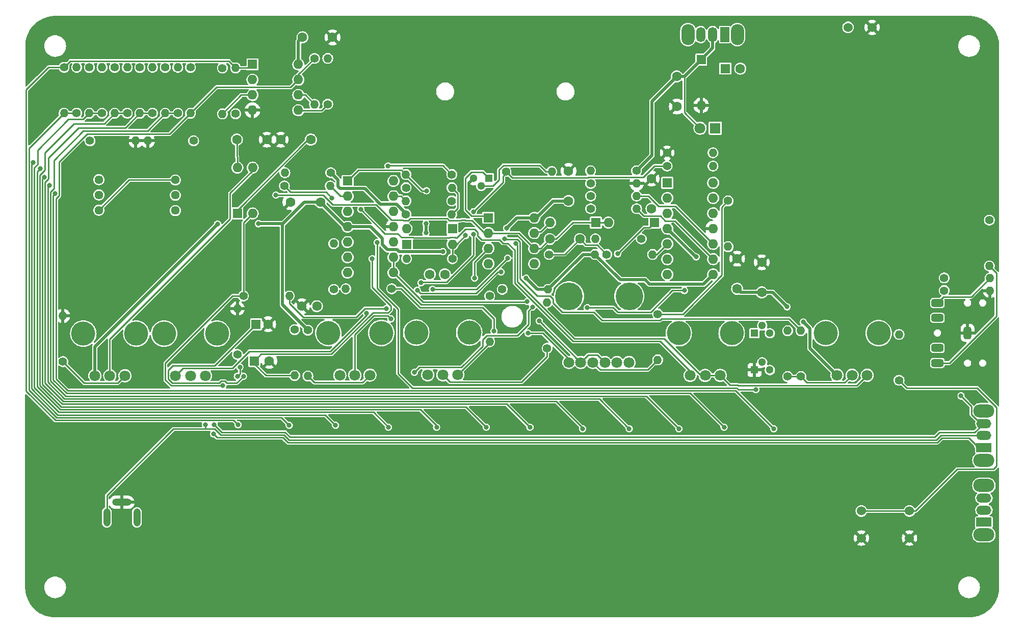
<source format=gbr>
%TF.GenerationSoftware,KiCad,Pcbnew,(6.0.0-0)*%
%TF.CreationDate,2022-12-08T17:20:47+01:00*%
%TF.ProjectId,drone_o_tron_1_0Rev1,64726f6e-655f-46f5-9f74-726f6e5f315f,rev?*%
%TF.SameCoordinates,Original*%
%TF.FileFunction,Copper,L2,Bot*%
%TF.FilePolarity,Positive*%
%FSLAX46Y46*%
G04 Gerber Fmt 4.6, Leading zero omitted, Abs format (unit mm)*
G04 Created by KiCad (PCBNEW (6.0.0-0)) date 2022-12-08 17:20:47*
%MOMM*%
%LPD*%
G01*
G04 APERTURE LIST*
G04 Aperture macros list*
%AMRoundRect*
0 Rectangle with rounded corners*
0 $1 Rounding radius*
0 $2 $3 $4 $5 $6 $7 $8 $9 X,Y pos of 4 corners*
0 Add a 4 corners polygon primitive as box body*
4,1,4,$2,$3,$4,$5,$6,$7,$8,$9,$2,$3,0*
0 Add four circle primitives for the rounded corners*
1,1,$1+$1,$2,$3*
1,1,$1+$1,$4,$5*
1,1,$1+$1,$6,$7*
1,1,$1+$1,$8,$9*
0 Add four rect primitives between the rounded corners*
20,1,$1+$1,$2,$3,$4,$5,0*
20,1,$1+$1,$4,$5,$6,$7,0*
20,1,$1+$1,$6,$7,$8,$9,0*
20,1,$1+$1,$8,$9,$2,$3,0*%
G04 Aperture macros list end*
%TA.AperFunction,ComponentPad*%
%ADD10C,1.400000*%
%TD*%
%TA.AperFunction,ComponentPad*%
%ADD11O,1.400000X1.400000*%
%TD*%
%TA.AperFunction,ComponentPad*%
%ADD12C,1.600000*%
%TD*%
%TA.AperFunction,ComponentPad*%
%ADD13O,3.500000X2.200000*%
%TD*%
%TA.AperFunction,ComponentPad*%
%ADD14R,2.500000X1.500000*%
%TD*%
%TA.AperFunction,ComponentPad*%
%ADD15O,2.500000X1.500000*%
%TD*%
%TA.AperFunction,WasherPad*%
%ADD16C,4.000000*%
%TD*%
%TA.AperFunction,ComponentPad*%
%ADD17C,1.800000*%
%TD*%
%TA.AperFunction,ComponentPad*%
%ADD18R,1.600000X1.600000*%
%TD*%
%TA.AperFunction,ComponentPad*%
%ADD19RoundRect,0.325000X0.675000X0.325000X-0.675000X0.325000X-0.675000X-0.325000X0.675000X-0.325000X0*%
%TD*%
%TA.AperFunction,ComponentPad*%
%ADD20RoundRect,0.325000X-0.325000X0.675000X-0.325000X-0.675000X0.325000X-0.675000X0.325000X0.675000X0*%
%TD*%
%TA.AperFunction,WasherPad*%
%ADD21C,4.600000*%
%TD*%
%TA.AperFunction,ComponentPad*%
%ADD22O,1.600000X1.600000*%
%TD*%
%TA.AperFunction,ComponentPad*%
%ADD23C,1.524000*%
%TD*%
%TA.AperFunction,ComponentPad*%
%ADD24R,1.300000X1.300000*%
%TD*%
%TA.AperFunction,ComponentPad*%
%ADD25C,1.300000*%
%TD*%
%TA.AperFunction,ComponentPad*%
%ADD26O,1.200000X3.000000*%
%TD*%
%TA.AperFunction,ComponentPad*%
%ADD27O,3.200000X1.200000*%
%TD*%
%TA.AperFunction,ComponentPad*%
%ADD28R,1.800000X1.800000*%
%TD*%
%TA.AperFunction,ComponentPad*%
%ADD29O,2.200000X3.500000*%
%TD*%
%TA.AperFunction,ComponentPad*%
%ADD30R,1.500000X2.500000*%
%TD*%
%TA.AperFunction,ComponentPad*%
%ADD31O,1.500000X2.500000*%
%TD*%
%TA.AperFunction,ComponentPad*%
%ADD32C,1.440000*%
%TD*%
%TA.AperFunction,ViaPad*%
%ADD33C,0.800000*%
%TD*%
%TA.AperFunction,Conductor*%
%ADD34C,0.500000*%
%TD*%
%TA.AperFunction,Conductor*%
%ADD35C,0.250000*%
%TD*%
G04 APERTURE END LIST*
D10*
%TO.P,R320,1*%
%TO.N,Net-(R320-Pad1)*%
X35400000Y-56400000D03*
D11*
%TO.P,R320,2*%
%TO.N,GND*%
X35400000Y-48780000D03*
%TD*%
D10*
%TO.P,R307,1*%
%TO.N,Net-(R307-Pad1)*%
X50400000Y-14810000D03*
D11*
%TO.P,R307,2*%
%TO.N,Net-(R307-Pad2)*%
X50400000Y-7190000D03*
%TD*%
D10*
%TO.P,R204,1*%
%TO.N,Net-(C205-Pad1)*%
X96733377Y-39791158D03*
D11*
%TO.P,R204,2*%
%TO.N,Net-(R204-Pad2)*%
X104353377Y-39791158D03*
%TD*%
D12*
%TO.P,C401,1*%
%TO.N,+1V5*%
X118400000Y-45500000D03*
%TO.P,C401,2*%
%TO.N,GND*%
X118400000Y-40500000D03*
%TD*%
D13*
%TO.P,SW302,*%
%TO.N,*%
X159400000Y-65800000D03*
X159400000Y-74000000D03*
D14*
%TO.P,SW302,1,A*%
%TO.N,Net-(R320-Pad1)*%
X159400000Y-71900000D03*
D15*
%TO.P,SW302,2,B*%
%TO.N,CV_pitch*%
X159400000Y-69900000D03*
%TO.P,SW302,3,C*%
%TO.N,Net-(C306-Pad1)*%
X159400000Y-67900000D03*
%TD*%
D10*
%TO.P,R402,1*%
%TO.N,Net-(R401-Pad2)*%
X94083377Y-27991158D03*
D11*
%TO.P,R402,2*%
%TO.N,GND*%
X101703377Y-27991158D03*
%TD*%
D10*
%TO.P,R605,1*%
%TO.N,+1V5*%
X63390000Y-33100000D03*
D11*
%TO.P,R605,2*%
%TO.N,Net-(D601-Pad2)*%
X71010000Y-33100000D03*
%TD*%
D10*
%TO.P,R205,1*%
%TO.N,U_triangle*%
X102483377Y-37191158D03*
D11*
%TO.P,R205,2*%
%TO.N,Net-(R205-Pad2)*%
X94863377Y-37191158D03*
%TD*%
D13*
%TO.P,SW701,*%
%TO.N,*%
X159400000Y-86400000D03*
X159400000Y-78200000D03*
D14*
%TO.P,SW701,1,A*%
%TO.N,unconnected-(SW701-Pad1)*%
X159400000Y-84300000D03*
D15*
%TO.P,SW701,2,B*%
%TO.N,Net-(C702-Pad2)*%
X159400000Y-82300000D03*
%TO.P,SW701,3,C*%
%TO.N,Net-(LS701-Pad1)*%
X159400000Y-80300000D03*
%TD*%
D10*
%TO.P,R401,1*%
%TO.N,+3V0*%
X101683377Y-25891158D03*
D11*
%TO.P,R401,2*%
%TO.N,Net-(R401-Pad2)*%
X94063377Y-25891158D03*
%TD*%
D10*
%TO.P,R331,1*%
%TO.N,Net-(R331-Pad1)*%
X10900000Y-20900000D03*
D11*
%TO.P,R331,2*%
%TO.N,GND*%
X18520000Y-20900000D03*
%TD*%
D10*
%TO.P,R606,1*%
%TO.N,Net-(C601-Pad1)*%
X51400000Y-45610000D03*
D11*
%TO.P,R606,2*%
%TO.N,Net-(R606-Pad2)*%
X51400000Y-37990000D03*
%TD*%
D10*
%TO.P,R709,1*%
%TO.N,Net-(R704-Pad1)*%
X126800000Y-60100000D03*
D11*
%TO.P,R709,2*%
%TO.N,+1V5*%
X126800000Y-52480000D03*
%TD*%
D10*
%TO.P,R206,1*%
%TO.N,Net-(R206-Pad1)*%
X6400000Y-57610000D03*
D11*
%TO.P,R206,2*%
%TO.N,GND*%
X6400000Y-49990000D03*
%TD*%
D16*
%TO.P,RV801,*%
%TO.N,*%
X9800000Y-52950000D03*
X18600000Y-52950000D03*
D17*
%TO.P,RV801,1,1*%
%TO.N,Net-(R206-Pad1)*%
X16700000Y-59950000D03*
%TO.P,RV801,2,2*%
%TO.N,Net-(RV801-Pad2)*%
X14200000Y-59950000D03*
%TO.P,RV801,3,3*%
%TO.N,+3V0*%
X11700000Y-59950000D03*
%TD*%
D18*
%TO.P,C702,1*%
%TO.N,Net-(C702-Pad1)*%
X116433377Y-8891158D03*
D12*
%TO.P,C702,2*%
%TO.N,Net-(C702-Pad2)*%
X118933377Y-8891158D03*
%TD*%
D10*
%TO.P,R304,1*%
%TO.N,Net-(R304-Pad1)*%
X35100000Y-16400000D03*
D11*
%TO.P,R304,2*%
%TO.N,Net-(R304-Pad2)*%
X35100000Y-8780000D03*
%TD*%
D10*
%TO.P,R308,1*%
%TO.N,Net-(R304-Pad2)*%
X6600000Y-8690000D03*
D11*
%TO.P,R308,2*%
%TO.N,Net-(R308-Pad2)*%
X6600000Y-16310000D03*
%TD*%
D19*
%TO.P,J701,R*%
%TO.N,Net-(J701-PadR)*%
X151685534Y-47835534D03*
%TO.P,J701,RN*%
%TO.N,unconnected-(J701-PadRN)*%
X151685534Y-50335534D03*
D20*
%TO.P,J701,S*%
%TO.N,GND*%
X156685534Y-52835534D03*
D19*
%TO.P,J701,T*%
%TO.N,Net-(J701-PadT)*%
X151685534Y-57835534D03*
%TO.P,J701,TN*%
%TO.N,unconnected-(J701-PadTN)*%
X151685534Y-55335534D03*
%TD*%
D10*
%TO.P,R704,1*%
%TO.N,Net-(R704-Pad1)*%
X129000000Y-60100000D03*
D11*
%TO.P,R704,2*%
%TO.N,Net-(R704-Pad2)*%
X129000000Y-52480000D03*
%TD*%
D21*
%TO.P,RV601,*%
%TO.N,*%
X90483377Y-46741158D03*
X100483377Y-46741158D03*
D17*
%TO.P,RV601,1,1*%
%TO.N,Net-(R601-Pad2)*%
X94433377Y-57741158D03*
%TO.P,RV601,2,2*%
%TO.N,Net-(C602-Pad2)*%
X96433377Y-57741158D03*
%TO.P,RV601,3,3*%
%TO.N,unconnected-(RV601-Pad3)*%
X98433377Y-57741158D03*
%TO.P,RV601,4,4*%
%TO.N,Net-(C602-Pad2)*%
X92433377Y-57741158D03*
%TO.P,RV601,5,5*%
%TO.N,Net-(R602-Pad1)*%
X90433377Y-57741158D03*
%TO.P,RV601,6,6*%
%TO.N,unconnected-(RV601-Pad6)*%
X100433377Y-57741158D03*
%TD*%
D10*
%TO.P,R302,1*%
%TO.N,CV_pitch*%
X36390000Y-46700000D03*
D11*
%TO.P,R302,2*%
%TO.N,Net-(R302-Pad2)*%
X44010000Y-46700000D03*
%TD*%
D10*
%TO.P,R602,1*%
%TO.N,Net-(R602-Pad1)*%
X61020000Y-45500000D03*
D11*
%TO.P,R602,2*%
%TO.N,Net-(C601-Pad1)*%
X53400000Y-45500000D03*
%TD*%
D10*
%TO.P,R601,1*%
%TO.N,U_vco*%
X105200000Y-49700000D03*
D11*
%TO.P,R601,2*%
%TO.N,Net-(R601-Pad2)*%
X105200000Y-57320000D03*
%TD*%
D18*
%TO.P,U1,1*%
%TO.N,Gate_VCO*%
X106800000Y-27875000D03*
D22*
%TO.P,U1,2,-*%
%TO.N,Net-(R303-Pad2)*%
X106800000Y-30415000D03*
%TO.P,U1,3,+*%
%TO.N,Net-(R302-Pad2)*%
X106800000Y-32955000D03*
%TO.P,U1,4,V+*%
%TO.N,+3V0*%
X106800000Y-35495000D03*
%TO.P,U1,5,+*%
%TO.N,Net-(R204-Pad2)*%
X106800000Y-38035000D03*
%TO.P,U1,6,-*%
%TO.N,Net-(R205-Pad2)*%
X106800000Y-40575000D03*
%TO.P,U1,7*%
%TO.N,U_triangle*%
X106800000Y-43115000D03*
%TO.P,U1,8*%
%TO.N,+1V5*%
X114420000Y-43115000D03*
%TO.P,U1,9,-*%
%TO.N,Net-(R404-Pad2)*%
X114420000Y-40575000D03*
%TO.P,U1,10,+*%
%TO.N,Net-(R403-Pad2)*%
X114420000Y-38035000D03*
%TO.P,U1,11,V-*%
%TO.N,GND*%
X114420000Y-35495000D03*
%TO.P,U1,12,+*%
%TO.N,Net-(R503-Pad2)*%
X114420000Y-32955000D03*
%TO.P,U1,13,-*%
%TO.N,Net-(R504-Pad2)*%
X114420000Y-30415000D03*
%TO.P,U1,14*%
%TO.N,U_vco*%
X114420000Y-27875000D03*
%TD*%
D12*
%TO.P,C302,1*%
%TO.N,+3V0*%
X46200000Y-3700000D03*
%TO.P,C302,2*%
%TO.N,GND*%
X51200000Y-3700000D03*
%TD*%
D23*
%TO.P,LS701,1,1*%
%TO.N,Net-(LS701-Pad1)*%
X136835534Y-2035534D03*
%TO.P,LS701,2,2*%
%TO.N,GND*%
X140835534Y-2035534D03*
%TD*%
D10*
%TO.P,R317,1*%
%TO.N,Net-(R316-Pad2)*%
X25500000Y-16300000D03*
D11*
%TO.P,R317,2*%
%TO.N,Net-(R317-Pad2)*%
X25500000Y-8680000D03*
%TD*%
D24*
%TO.P,Q201,1,C*%
%TO.N,Net-(Q201-Pad1)*%
X77170000Y-27130000D03*
D25*
%TO.P,Q201,2,B*%
%TO.N,Net-(Q201-Pad2)*%
X75900000Y-28400000D03*
%TO.P,Q201,3,E*%
%TO.N,GND*%
X74630000Y-27130000D03*
%TD*%
D12*
%TO.P,C604,1*%
%TO.N,+3V0*%
X49200000Y-31100000D03*
%TO.P,C604,2*%
%TO.N,GND*%
X44200000Y-31100000D03*
%TD*%
D10*
%TO.P,R604,1*%
%TO.N,Net-(D601-Pad2)*%
X71110000Y-40500000D03*
D11*
%TO.P,R604,2*%
%TO.N,Net-(C602-Pad1)*%
X63490000Y-40500000D03*
%TD*%
D10*
%TO.P,R504,1*%
%TO.N,U_vco*%
X116900000Y-30890000D03*
D11*
%TO.P,R504,2*%
%TO.N,Net-(R504-Pad2)*%
X116900000Y-38510000D03*
%TD*%
D12*
%TO.P,C601,1*%
%TO.N,Net-(C601-Pad1)*%
X48600000Y-48400000D03*
%TO.P,C601,2*%
%TO.N,GND*%
X46100000Y-48400000D03*
%TD*%
D10*
%TO.P,R703,1*%
%TO.N,Net-(C702-Pad2)*%
X160300000Y-34080000D03*
D11*
%TO.P,R703,2*%
%TO.N,Net-(J701-PadT)*%
X160300000Y-41700000D03*
%TD*%
D10*
%TO.P,R315,1*%
%TO.N,Net-(R314-Pad2)*%
X21300000Y-16300000D03*
D11*
%TO.P,R315,2*%
%TO.N,Net-(R315-Pad2)*%
X21300000Y-8680000D03*
%TD*%
D10*
%TO.P,R403,1*%
%TO.N,Net-(R401-Pad2)*%
X94083377Y-30091158D03*
D11*
%TO.P,R403,2*%
%TO.N,Net-(R403-Pad2)*%
X101703377Y-30091158D03*
%TD*%
D12*
%TO.P,C303,1*%
%TO.N,+3V0*%
X104183377Y-32191158D03*
%TO.P,C303,2*%
%TO.N,GND*%
X104183377Y-27191158D03*
%TD*%
D18*
%TO.P,D201,1,K*%
%TO.N,Net-(D201-Pad1)*%
X104633377Y-34491158D03*
D22*
%TO.P,D201,2,A*%
%TO.N,cap_switch*%
X97013377Y-34491158D03*
%TD*%
D26*
%TO.P,J301,R*%
%TO.N,unconnected-(J301-PadR)*%
X18700000Y-83500000D03*
D27*
%TO.P,J301,S*%
%TO.N,GND*%
X16200000Y-81000000D03*
D26*
%TO.P,J301,T*%
%TO.N,CV_pitch*%
X13700000Y-83500000D03*
%TD*%
D10*
%TO.P,R502,1*%
%TO.N,Net-(R501-Pad2)*%
X79390000Y-45600000D03*
D11*
%TO.P,R502,2*%
%TO.N,+1V5*%
X87010000Y-45600000D03*
%TD*%
D10*
%TO.P,R314,1*%
%TO.N,Net-(R313-Pad2)*%
X19200000Y-8700000D03*
D11*
%TO.P,R314,2*%
%TO.N,Net-(R314-Pad2)*%
X19200000Y-16320000D03*
%TD*%
D12*
%TO.P,C204,1*%
%TO.N,GND*%
X90400000Y-25900000D03*
%TO.P,C204,2*%
%TO.N,+3V0*%
X90400000Y-30900000D03*
%TD*%
D10*
%TO.P,R312,1*%
%TO.N,Net-(R311-Pad2)*%
X15000000Y-8700000D03*
D11*
%TO.P,R312,2*%
%TO.N,Net-(R312-Pad2)*%
X15000000Y-16320000D03*
%TD*%
D10*
%TO.P,R321,1*%
%TO.N,Net-(R321-Pad1)*%
X145300000Y-60710000D03*
D11*
%TO.P,R321,2*%
%TO.N,Net-(C306-Pad1)*%
X145300000Y-53090000D03*
%TD*%
D10*
%TO.P,R404,1*%
%TO.N,+1V5*%
X94083377Y-32191158D03*
D11*
%TO.P,R404,2*%
%TO.N,Net-(R404-Pad2)*%
X101703377Y-32191158D03*
%TD*%
D24*
%TO.P,Q701,1,C*%
%TO.N,+3V0*%
X121300000Y-52900000D03*
D25*
%TO.P,Q701,2,B*%
%TO.N,Net-(Q701-Pad2)*%
X122570000Y-51630000D03*
%TO.P,Q701,3,E*%
%TO.N,Net-(C702-Pad1)*%
X123840000Y-52900000D03*
%TD*%
D18*
%TO.P,U2,1*%
%TO.N,to_output*%
X53700000Y-27575000D03*
D22*
%TO.P,U2,2,-*%
%TO.N,Net-(R607-Pad2)*%
X53700000Y-30115000D03*
%TO.P,U2,3,+*%
%TO.N,Net-(R606-Pad2)*%
X53700000Y-32655000D03*
%TO.P,U2,4,V+*%
%TO.N,+3V0*%
X53700000Y-35195000D03*
%TO.P,U2,5,+*%
%TO.N,Net-(R608-Pad1)*%
X53700000Y-37735000D03*
%TO.P,U2,6,-*%
%TO.N,Net-(R609-Pad1)*%
X53700000Y-40275000D03*
%TO.P,U2,7*%
%TO.N,Net-(C602-Pad1)*%
X53700000Y-42815000D03*
%TO.P,U2,8*%
%TO.N,U_pitch*%
X61320000Y-42815000D03*
%TO.P,U2,9,-*%
X61320000Y-40275000D03*
%TO.P,U2,10,+*%
%TO.N,Net-(C305-Pad1)*%
X61320000Y-37735000D03*
%TO.P,U2,11,V-*%
%TO.N,GND*%
X61320000Y-35195000D03*
%TO.P,U2,12,+*%
%TO.N,Net-(R704-Pad2)*%
X61320000Y-32655000D03*
%TO.P,U2,13,-*%
%TO.N,Net-(R705-Pad2)*%
X61320000Y-30115000D03*
%TO.P,U2,14*%
%TO.N,Net-(Q701-Pad2)*%
X61320000Y-27575000D03*
%TD*%
D12*
%TO.P,C203,1*%
%TO.N,GND*%
X40300000Y-20700000D03*
%TO.P,C203,2*%
%TO.N,cap_switch*%
X35300000Y-20700000D03*
%TD*%
D10*
%TO.P,R203,1*%
%TO.N,Net-(C205-Pad1)*%
X87183377Y-39791158D03*
D11*
%TO.P,R203,2*%
%TO.N,+1V5*%
X94803377Y-39791158D03*
%TD*%
D28*
%TO.P,D102,1,K*%
%TO.N,Net-(D102-Pad1)*%
X114783377Y-18791158D03*
D17*
%TO.P,D102,2,A*%
%TO.N,+3V0*%
X112243377Y-18791158D03*
%TD*%
D24*
%TO.P,Q702,1,C*%
%TO.N,GND*%
X121300000Y-59000000D03*
D25*
%TO.P,Q702,2,B*%
%TO.N,Net-(Q701-Pad2)*%
X122570000Y-57730000D03*
%TO.P,Q702,3,E*%
%TO.N,Net-(C702-Pad1)*%
X123840000Y-59000000D03*
%TD*%
D12*
%TO.P,C402,1*%
%TO.N,+1V5*%
X122500000Y-46100000D03*
%TO.P,C402,2*%
%TO.N,GND*%
X122500000Y-41100000D03*
%TD*%
D10*
%TO.P,R608,1*%
%TO.N,Net-(R608-Pad1)*%
X71010000Y-26500000D03*
D11*
%TO.P,R608,2*%
%TO.N,to_output*%
X63390000Y-26500000D03*
%TD*%
D10*
%TO.P,R705,1*%
%TO.N,Net-(C702-Pad1)*%
X71000000Y-30900000D03*
D11*
%TO.P,R705,2*%
%TO.N,Net-(R705-Pad2)*%
X63380000Y-30900000D03*
%TD*%
D18*
%TO.P,D202,1,K*%
%TO.N,cap_switch*%
X94933377Y-34491158D03*
D22*
%TO.P,D202,2,A*%
%TO.N,Net-(D202-Pad2)*%
X87313377Y-34491158D03*
%TD*%
D29*
%TO.P,SW101,*%
%TO.N,*%
X110235534Y-3235534D03*
X118435534Y-3235534D03*
D30*
%TO.P,SW101,1,A*%
%TO.N,Net-(BT101-Pad1)*%
X116335534Y-3235534D03*
D31*
%TO.P,SW101,2,B*%
%TO.N,+3V0*%
X114335534Y-3235534D03*
%TO.P,SW101,3,C*%
%TO.N,unconnected-(SW101-Pad3)*%
X112335534Y-3235534D03*
%TD*%
D10*
%TO.P,R503,1*%
%TO.N,Net-(R503-Pad1)*%
X86833377Y-55391158D03*
D11*
%TO.P,R503,2*%
%TO.N,Net-(R503-Pad2)*%
X86833377Y-47771158D03*
%TD*%
D12*
%TO.P,C602,1*%
%TO.N,Net-(C602-Pad1)*%
X67350000Y-43100000D03*
%TO.P,C602,2*%
%TO.N,Net-(C602-Pad2)*%
X69850000Y-43100000D03*
%TD*%
D18*
%TO.P,U201,1,GND*%
%TO.N,Net-(Q201-Pad1)*%
X77083377Y-33691158D03*
D22*
%TO.P,U201,2,TR*%
%TO.N,cap_switch*%
X77083377Y-36231158D03*
%TO.P,U201,3,Q*%
%TO.N,U_rectangle*%
X77083377Y-38771158D03*
%TO.P,U201,4,R*%
%TO.N,+3V0*%
X77083377Y-41311158D03*
%TO.P,U201,5,CV*%
%TO.N,U_pitch*%
X84703377Y-41311158D03*
%TO.P,U201,6,THR*%
%TO.N,cap_switch*%
X84703377Y-38771158D03*
%TO.P,U201,7,DIS*%
%TO.N,Net-(D202-Pad2)*%
X84703377Y-36231158D03*
%TO.P,U201,8,VCC*%
%TO.N,+3V0*%
X84703377Y-33691158D03*
%TD*%
D12*
%TO.P,C801,1*%
%TO.N,Net-(C801-Pad1)*%
X47600000Y-20700000D03*
%TO.P,C801,2*%
%TO.N,GND*%
X42600000Y-20700000D03*
%TD*%
%TO.P,C205,1*%
%TO.N,Net-(C205-Pad1)*%
X92283377Y-37241158D03*
%TO.P,C205,2*%
%TO.N,cap_switch*%
X87283377Y-37241158D03*
%TD*%
D10*
%TO.P,R319,1*%
%TO.N,Net-(R319-Pad1)*%
X44900000Y-52300000D03*
D11*
%TO.P,R319,2*%
%TO.N,Net-(C305-Pad1)*%
X44900000Y-59920000D03*
%TD*%
D18*
%TO.P,D601,1,K*%
%TO.N,Net-(C602-Pad1)*%
X63520000Y-38100000D03*
D22*
%TO.P,D601,2,A*%
%TO.N,Net-(D601-Pad2)*%
X71140000Y-38100000D03*
%TD*%
D10*
%TO.P,R202,1*%
%TO.N,+3V0*%
X47100000Y-52390000D03*
D11*
%TO.P,R202,2*%
%TO.N,Net-(R202-Pad2)*%
X47100000Y-60010000D03*
%TD*%
D18*
%TO.P,U3,1*%
%TO.N,Net-(R304-Pad2)*%
X37900000Y-8200000D03*
D22*
%TO.P,U3,2,-*%
%TO.N,Net-(R304-Pad1)*%
X37900000Y-10740000D03*
%TO.P,U3,3,+*%
%TO.N,Net-(R306-Pad2)*%
X37900000Y-13280000D03*
%TO.P,U3,4,V-*%
%TO.N,GND*%
X37900000Y-15820000D03*
%TO.P,U3,5,+*%
%TO.N,Net-(R307-Pad1)*%
X45520000Y-15820000D03*
%TO.P,U3,6,-*%
%TO.N,Net-(R305-Pad2)*%
X45520000Y-13280000D03*
%TO.P,U3,7*%
%TO.N,Net-(R305-Pad1)*%
X45520000Y-10740000D03*
%TO.P,U3,8,V+*%
%TO.N,+3V0*%
X45520000Y-8200000D03*
%TD*%
D16*
%TO.P,RV701,*%
%TO.N,*%
X141900000Y-52885534D03*
X133100000Y-52885534D03*
D17*
%TO.P,RV701,1,1*%
%TO.N,to_output*%
X140000000Y-59885534D03*
%TO.P,RV701,2,2*%
%TO.N,Net-(R704-Pad1)*%
X137500000Y-59885534D03*
%TO.P,RV701,3,3*%
%TO.N,+1V5*%
X135000000Y-59885534D03*
%TD*%
D18*
%TO.P,D101,1,K*%
%TO.N,+3V0*%
X112433377Y-7391158D03*
D22*
%TO.P,D101,2,A*%
%TO.N,GND*%
X112433377Y-15011158D03*
%TD*%
D10*
%TO.P,R702,1*%
%TO.N,Net-(C702-Pad2)*%
X152800000Y-43700000D03*
D11*
%TO.P,R702,2*%
%TO.N,Net-(J701-PadR)*%
X160420000Y-43700000D03*
%TD*%
D32*
%TO.P,RV301,1,1*%
%TO.N,+3V0*%
X12383377Y-32431158D03*
%TO.P,RV301,2,2*%
%TO.N,Net-(R306-Pad1)*%
X12383377Y-29891158D03*
%TO.P,RV301,3,3*%
%TO.N,Net-(R331-Pad1)*%
X12383377Y-27351158D03*
%TD*%
D16*
%TO.P,RV501,*%
%TO.N,*%
X65100000Y-52800000D03*
X73900000Y-52800000D03*
D17*
%TO.P,RV501,1,1*%
%TO.N,Net-(R501-Pad2)*%
X72000000Y-59800000D03*
%TO.P,RV501,2,2*%
%TO.N,Net-(R503-Pad1)*%
X69500000Y-59800000D03*
%TO.P,RV501,3,3*%
%TO.N,U_triangle*%
X67000000Y-59800000D03*
%TD*%
D10*
%TO.P,R603,1*%
%TO.N,+1V5*%
X50900000Y-26200000D03*
D11*
%TO.P,R603,2*%
%TO.N,Net-(R603-Pad2)*%
X43280000Y-26200000D03*
%TD*%
D10*
%TO.P,R306,1*%
%TO.N,Net-(R306-Pad1)*%
X32900000Y-8800000D03*
D11*
%TO.P,R306,2*%
%TO.N,Net-(R306-Pad2)*%
X32900000Y-16420000D03*
%TD*%
D10*
%TO.P,R310,1*%
%TO.N,Net-(R309-Pad2)*%
X10800000Y-8700000D03*
D11*
%TO.P,R310,2*%
%TO.N,Net-(R310-Pad2)*%
X10800000Y-16320000D03*
%TD*%
D10*
%TO.P,R332,1*%
%TO.N,Net-(R332-Pad1)*%
X28120000Y-20900000D03*
D11*
%TO.P,R332,2*%
%TO.N,GND*%
X20500000Y-20900000D03*
%TD*%
D10*
%TO.P,R316,1*%
%TO.N,Net-(R315-Pad2)*%
X23400000Y-8700000D03*
D11*
%TO.P,R316,2*%
%TO.N,Net-(R316-Pad2)*%
X23400000Y-16320000D03*
%TD*%
D10*
%TO.P,R309,1*%
%TO.N,Net-(R308-Pad2)*%
X8700000Y-16300000D03*
D11*
%TO.P,R309,2*%
%TO.N,Net-(R309-Pad2)*%
X8700000Y-8680000D03*
%TD*%
D16*
%TO.P,RV602,*%
%TO.N,*%
X108700000Y-52900000D03*
X117500000Y-52900000D03*
D17*
%TO.P,RV602,1,1*%
%TO.N,to_output*%
X115600000Y-59900000D03*
%TO.P,RV602,2,2*%
X113100000Y-59900000D03*
%TO.P,RV602,3,3*%
%TO.N,Net-(R603-Pad2)*%
X110600000Y-59900000D03*
%TD*%
D23*
%TO.P,SW301,1,A*%
%TO.N,GND*%
X139033377Y-86941158D03*
%TO.P,SW301,2,A*%
X147033377Y-86941158D03*
%TO.P,SW301,3,B*%
%TO.N,Net-(R321-Pad1)*%
X147033377Y-82441158D03*
%TO.P,SW301,4,B*%
X139033377Y-82441158D03*
%TD*%
D10*
%TO.P,R501,1*%
%TO.N,U_rectangle*%
X77300000Y-46690000D03*
D11*
%TO.P,R501,2*%
%TO.N,Net-(R501-Pad2)*%
X77300000Y-54310000D03*
%TD*%
D10*
%TO.P,R318,1*%
%TO.N,Net-(R317-Pad2)*%
X27600000Y-8700000D03*
D11*
%TO.P,R318,2*%
%TO.N,Net-(R305-Pad1)*%
X27600000Y-16320000D03*
%TD*%
D10*
%TO.P,R101,1*%
%TO.N,GND*%
X106773377Y-22891158D03*
D11*
%TO.P,R101,2*%
%TO.N,Net-(D102-Pad1)*%
X114393377Y-22891158D03*
%TD*%
D16*
%TO.P,RV303,*%
%TO.N,*%
X23200000Y-52950000D03*
X32000000Y-52950000D03*
D17*
%TO.P,RV303,1,1*%
%TO.N,Net-(R319-Pad1)*%
X30100000Y-59950000D03*
%TO.P,RV303,2,2*%
X27600000Y-59950000D03*
%TO.P,RV303,3,3*%
%TO.N,Gate_VCO*%
X25100000Y-59950000D03*
%TD*%
D18*
%TO.P,D602,1,K*%
%TO.N,Net-(D601-Pad2)*%
X71110000Y-35500000D03*
D22*
%TO.P,D602,2,A*%
%TO.N,Net-(C602-Pad1)*%
X63490000Y-35500000D03*
%TD*%
D10*
%TO.P,R609,1*%
%TO.N,Net-(R609-Pad1)*%
X63400000Y-28700000D03*
D11*
%TO.P,R609,2*%
%TO.N,Net-(D601-Pad2)*%
X71020000Y-28700000D03*
%TD*%
D10*
%TO.P,R313,1*%
%TO.N,Net-(R312-Pad2)*%
X17100000Y-16310000D03*
D11*
%TO.P,R313,2*%
%TO.N,Net-(R313-Pad2)*%
X17100000Y-8690000D03*
%TD*%
D32*
%TO.P,RV302,1,1*%
%TO.N,Net-(R332-Pad1)*%
X25083377Y-32491158D03*
%TO.P,RV302,2,2*%
%TO.N,Net-(R307-Pad2)*%
X25083377Y-29951158D03*
%TO.P,RV302,3,3*%
%TO.N,+3V0*%
X25083377Y-27411158D03*
%TD*%
D16*
%TO.P,RV201,*%
%TO.N,*%
X50500000Y-52850000D03*
X59300000Y-52850000D03*
D17*
%TO.P,RV201,1,1*%
%TO.N,Net-(R202-Pad2)*%
X57400000Y-59850000D03*
%TO.P,RV201,2,2*%
%TO.N,Net-(D202-Pad2)*%
X54900000Y-59850000D03*
%TO.P,RV201,3,3*%
%TO.N,Net-(D201-Pad1)*%
X52400000Y-59850000D03*
%TD*%
D18*
%TO.P,C305,1*%
%TO.N,Net-(C305-Pad1)*%
X38200000Y-57500000D03*
D12*
%TO.P,C305,2*%
%TO.N,GND*%
X40700000Y-57500000D03*
%TD*%
D10*
%TO.P,R305,1*%
%TO.N,Net-(R305-Pad1)*%
X48200000Y-7200000D03*
D11*
%TO.P,R305,2*%
%TO.N,Net-(R305-Pad2)*%
X48200000Y-14820000D03*
%TD*%
D18*
%TO.P,SW801,1*%
%TO.N,Net-(C801-Pad1)*%
X35383377Y-32991158D03*
D22*
%TO.P,SW801,2*%
%TO.N,CV_pitch*%
X37923377Y-32991158D03*
%TO.P,SW801,3*%
%TO.N,Net-(RV801-Pad2)*%
X37923377Y-25371158D03*
%TO.P,SW801,4*%
%TO.N,cap_switch*%
X35383377Y-25371158D03*
%TD*%
D10*
%TO.P,R311,1*%
%TO.N,Net-(R310-Pad2)*%
X12900000Y-16320000D03*
D11*
%TO.P,R311,2*%
%TO.N,Net-(R311-Pad2)*%
X12900000Y-8700000D03*
%TD*%
D18*
%TO.P,C306,1*%
%TO.N,Net-(C306-Pad1)*%
X38500000Y-51400000D03*
D12*
%TO.P,C306,2*%
%TO.N,GND*%
X40500000Y-51400000D03*
%TD*%
D10*
%TO.P,R303,1*%
%TO.N,Gate_VCO*%
X106773377Y-25091158D03*
D11*
%TO.P,R303,2*%
%TO.N,Net-(R303-Pad2)*%
X114393377Y-25091158D03*
%TD*%
D10*
%TO.P,R201,1*%
%TO.N,Gate_VCO*%
X80000000Y-26000000D03*
D11*
%TO.P,R201,2*%
%TO.N,Net-(Q201-Pad2)*%
X87620000Y-26000000D03*
%TD*%
D12*
%TO.P,C101,1*%
%TO.N,+3V0*%
X108383377Y-10191158D03*
%TO.P,C101,2*%
%TO.N,GND*%
X108383377Y-15191158D03*
%TD*%
D10*
%TO.P,R701,1*%
%TO.N,Net-(C702-Pad2)*%
X152800000Y-45800000D03*
D11*
%TO.P,R701,2*%
%TO.N,GND*%
X160420000Y-45800000D03*
%TD*%
D10*
%TO.P,R607,1*%
%TO.N,Net-(R603-Pad2)*%
X43200000Y-28400000D03*
D11*
%TO.P,R607,2*%
%TO.N,Net-(R607-Pad2)*%
X50820000Y-28400000D03*
%TD*%
D33*
%TO.N,+3V0*%
X32083377Y-34741158D03*
X38883377Y-34691158D03*
X69533377Y-39341158D03*
X111600000Y-40200000D03*
X80100000Y-35400000D03*
%TO.N,GND*%
X75100000Y-10100000D03*
X139500000Y-13200000D03*
X80437701Y-39237701D03*
X77700000Y-49100000D03*
X147200000Y-58000000D03*
X55500000Y-34000000D03*
X64900000Y-36200000D03*
X148200000Y-23500000D03*
X111200000Y-45900000D03*
X64700000Y-43000000D03*
X59400000Y-39800000D03*
X83100000Y-14100000D03*
X83100000Y-10100000D03*
X82400000Y-55000000D03*
X53400000Y-51300000D03*
X138100000Y-55400000D03*
X72900000Y-34800000D03*
X145400000Y-32100000D03*
X13073377Y-56721158D03*
X79200000Y-34400000D03*
X149700000Y-56400000D03*
X58900000Y-28500000D03*
X154900000Y-48600000D03*
X75100000Y-14100000D03*
X68600000Y-37800000D03*
X84883377Y-60491158D03*
X83300000Y-26200000D03*
X82883377Y-34991158D03*
X15300000Y-43600000D03*
X33913377Y-57631158D03*
X96600000Y-32300000D03*
X109900000Y-41300000D03*
X55600000Y-30200000D03*
X113800000Y-47600000D03*
X110800000Y-55500000D03*
X72600000Y-33100000D03*
X72800000Y-40300000D03*
X24500000Y-48900000D03*
X12600000Y-38500000D03*
X79200000Y-51900000D03*
X97103377Y-47771158D03*
X68500000Y-34600000D03*
X105600000Y-46500000D03*
X22800000Y-48900000D03*
X96873377Y-49651158D03*
X94183377Y-52091158D03*
X69500000Y-53700000D03*
X62500000Y-41600000D03*
X131100000Y-24100000D03*
X79100000Y-14100000D03*
X89700000Y-33000000D03*
X72400000Y-43600000D03*
X86600000Y-28100000D03*
X108900000Y-33700000D03*
X32200000Y-32000000D03*
X80600000Y-46600000D03*
X73400000Y-38300000D03*
X83483377Y-40031158D03*
X97000000Y-55500000D03*
X34100000Y-60200000D03*
X111700000Y-43600000D03*
X134900000Y-31900000D03*
X79100000Y-10100000D03*
X94983377Y-44061158D03*
X77500000Y-45100000D03*
%TO.N,cap_switch*%
X41800000Y-29900000D03*
%TO.N,Net-(C305-Pad1)*%
X57800000Y-40500000D03*
%TO.N,+1V5*%
X66700000Y-34700000D03*
X129400000Y-51035503D03*
X66700000Y-36224500D03*
X126700000Y-48500000D03*
X83348017Y-43751983D03*
%TO.N,Net-(C602-Pad2)*%
X85523377Y-50831158D03*
%TO.N,Net-(C306-Pad1)*%
X36389198Y-60028665D03*
X155593245Y-63306755D03*
X31528731Y-68089533D03*
%TO.N,Net-(D601-Pad2)*%
X73300000Y-36640011D03*
%TO.N,Net-(D201-Pad1)*%
X64800000Y-59400000D03*
X98533377Y-39691158D03*
X84413771Y-48510765D03*
%TO.N,Net-(D202-Pad2)*%
X67800000Y-45573040D03*
X60900000Y-50500000D03*
X80287701Y-40412299D03*
%TO.N,CV_pitch*%
X32987701Y-61587701D03*
X30079720Y-68089533D03*
%TO.N,Gate_VCO*%
X74600000Y-36400000D03*
X65900000Y-44500000D03*
X74600000Y-32675500D03*
X56837701Y-49537701D03*
%TO.N,U_pitch*%
X83538771Y-47635765D03*
%TO.N,Net-(R302-Pad2)*%
X79183320Y-42687712D03*
X60123126Y-48775500D03*
X65259859Y-45730261D03*
%TO.N,Net-(R304-Pad2)*%
X35500000Y-68100000D03*
%TO.N,Net-(R308-Pad2)*%
X44000000Y-68200000D03*
%TO.N,Net-(R309-Pad2)*%
X51700000Y-68200000D03*
X1474020Y-24500000D03*
%TO.N,Net-(R310-Pad2)*%
X60478231Y-68507781D03*
%TO.N,Net-(R311-Pad2)*%
X68478231Y-68507781D03*
X2659362Y-25500000D03*
%TO.N,Net-(R312-Pad2)*%
X76728231Y-68507781D03*
%TO.N,Net-(R313-Pad2)*%
X3290337Y-26918237D03*
X83978231Y-68507781D03*
%TO.N,Net-(R314-Pad2)*%
X92728231Y-68757781D03*
%TO.N,Net-(R315-Pad2)*%
X100478231Y-68757781D03*
X4174069Y-28300049D03*
%TO.N,Net-(R316-Pad2)*%
X108728231Y-68757781D03*
%TO.N,Net-(R317-Pad2)*%
X5073109Y-29700049D03*
X116228231Y-68507781D03*
%TO.N,Net-(R305-Pad1)*%
X124478231Y-68757781D03*
%TO.N,U_rectangle*%
X74800000Y-43700000D03*
%TO.N,Net-(R503-Pad2)*%
X93508810Y-48641169D03*
X109633377Y-45791158D03*
%TO.N,Net-(R602-Pad1)*%
X83700000Y-52900000D03*
X78024500Y-52500000D03*
%TO.N,Net-(R603-Pad2)*%
X55900000Y-32300000D03*
X51112299Y-30387701D03*
%TO.N,Net-(R608-Pad1)*%
X60400000Y-25075500D03*
%TO.N,to_output*%
X81612299Y-37987701D03*
X66800000Y-29200000D03*
%TO.N,Net-(R704-Pad2)*%
X79800000Y-37200000D03*
%TO.N,Net-(Q701-Pad2)*%
X58600000Y-37800000D03*
X121500000Y-62284065D03*
%TO.N,Net-(R320-Pad1)*%
X35373685Y-60033380D03*
X31423078Y-69644197D03*
X35800000Y-58500000D03*
%TD*%
D34*
%TO.N,+3V0*%
X61900000Y-39000000D02*
X60300000Y-39000000D01*
X111600000Y-40200000D02*
X111505000Y-40200000D01*
X81800000Y-33700000D02*
X80100000Y-35400000D01*
X42860489Y-48150489D02*
X42860489Y-34764046D01*
X49200000Y-31100000D02*
X49200000Y-31107781D01*
X109633377Y-10191158D02*
X108383377Y-10191158D01*
X108383377Y-10191158D02*
X104233377Y-14341158D01*
X45520000Y-4380000D02*
X46200000Y-3700000D01*
X11700000Y-55124535D02*
X11700000Y-59950000D01*
X57495000Y-35195000D02*
X53700000Y-35195000D01*
X46524535Y-31100000D02*
X42933377Y-34691158D01*
X59449511Y-38149511D02*
X59449511Y-37149511D01*
X114335534Y-3235534D02*
X114335534Y-5489001D01*
X112433377Y-7391158D02*
X109633377Y-10191158D01*
X47100000Y-52390000D02*
X42860489Y-48150489D01*
X42860489Y-34764046D02*
X42933377Y-34691158D01*
X32083377Y-34741158D02*
X11700000Y-55124535D01*
X53287219Y-35195000D02*
X53700000Y-35195000D01*
X62249511Y-39349511D02*
X61900000Y-39000000D01*
X84694535Y-33700000D02*
X81800000Y-33700000D01*
D35*
X112243377Y-18791158D02*
X109633377Y-16181158D01*
D34*
X104233377Y-23341158D02*
X101683377Y-25891158D01*
X49200000Y-31100000D02*
X46524535Y-31100000D01*
D35*
X25083377Y-27411158D02*
X17403377Y-27411158D01*
D34*
X87820000Y-30900000D02*
X90400000Y-30900000D01*
X111505000Y-40200000D02*
X106800000Y-35495000D01*
D35*
X17403377Y-27411158D02*
X12383377Y-32431158D01*
D34*
X114335534Y-5489001D02*
X112433377Y-7391158D01*
X84703377Y-33691158D02*
X84694535Y-33700000D01*
X104233377Y-14341158D02*
X104233377Y-23341158D01*
X84703377Y-33691158D02*
X85028842Y-33691158D01*
X45520000Y-8200000D02*
X45520000Y-4380000D01*
X60300000Y-39000000D02*
X59449511Y-38149511D01*
X49200000Y-31107781D02*
X53287219Y-35195000D01*
X69525024Y-39349511D02*
X62249511Y-39349511D01*
X69533377Y-39341158D02*
X69525024Y-39349511D01*
X42933377Y-34691158D02*
X38883377Y-34691158D01*
X85028842Y-33691158D02*
X87820000Y-30900000D01*
D35*
X109633377Y-16181158D02*
X109633377Y-10191158D01*
D34*
X59449511Y-37149511D02*
X57495000Y-35195000D01*
D35*
%TO.N,Net-(C205-Pad1)*%
X87183377Y-39791158D02*
X89733377Y-39791158D01*
X92283377Y-37241158D02*
X93257888Y-38215669D01*
X93257888Y-38215669D02*
X95157888Y-38215669D01*
X95157888Y-38215669D02*
X96733377Y-39791158D01*
X89733377Y-39791158D02*
X92283377Y-37241158D01*
%TO.N,cap_switch*%
X58460000Y-31530489D02*
X61000000Y-34070489D01*
X41800000Y-29900000D02*
X49600000Y-29900000D01*
X72550875Y-34124511D02*
X72599897Y-34075489D01*
X51230489Y-31530489D02*
X58460000Y-31530489D01*
X84703377Y-38771158D02*
X85753377Y-38771158D01*
X73200103Y-34075489D02*
X73249125Y-34124511D01*
X62911611Y-34070489D02*
X62965633Y-34124511D01*
X49600000Y-29900000D02*
X51230489Y-31530489D01*
X35300000Y-23500000D02*
X35300000Y-20700000D01*
X91108842Y-34491158D02*
X94933377Y-34491158D01*
X74329929Y-34124511D02*
X76436576Y-36231158D01*
X82163377Y-36231158D02*
X84703377Y-38771158D01*
X94933377Y-34491158D02*
X97013377Y-34491158D01*
X63814367Y-34124511D02*
X64138878Y-33800000D01*
X88358842Y-37241158D02*
X91108842Y-34491158D01*
X62965633Y-34124511D02*
X63814367Y-34124511D01*
X77083377Y-36231158D02*
X82163377Y-36231158D01*
X64138878Y-33800000D02*
X70261122Y-33800000D01*
X70585633Y-34124511D02*
X72550875Y-34124511D01*
X70261122Y-33800000D02*
X70585633Y-34124511D01*
X35383377Y-23583377D02*
X35300000Y-23500000D01*
X72599897Y-34075489D02*
X73200103Y-34075489D01*
X85753377Y-38771158D02*
X87283377Y-37241158D01*
X35383377Y-25371158D02*
X35383377Y-23583377D01*
X87283377Y-37241158D02*
X88358842Y-37241158D01*
X76436576Y-36231158D02*
X77083377Y-36231158D01*
X61000000Y-34070489D02*
X62911611Y-34070489D01*
X73249125Y-34124511D02*
X74329929Y-34124511D01*
%TO.N,Net-(C305-Pad1)*%
X60900000Y-48335718D02*
X57800000Y-45235717D01*
X51024511Y-56375489D02*
X57900000Y-49500000D01*
X39324511Y-56375489D02*
X51024511Y-56375489D01*
X38200000Y-57500000D02*
X38200000Y-58005112D01*
X57900000Y-49500000D02*
X60423240Y-49500000D01*
X60900000Y-49023240D02*
X60900000Y-48335718D01*
X38200000Y-57500000D02*
X39324511Y-56375489D01*
X60423240Y-49500000D02*
X60900000Y-49023240D01*
X57800000Y-45235717D02*
X57800000Y-40500000D01*
X38200000Y-58005112D02*
X40114888Y-59920000D01*
X40114888Y-59920000D02*
X44900000Y-59920000D01*
D34*
%TO.N,+1V5*%
X124300000Y-46100000D02*
X122500000Y-46100000D01*
X92818842Y-39791158D02*
X87010000Y-45600000D01*
X87010000Y-45600000D02*
X85196034Y-45600000D01*
X52100000Y-27400000D02*
X50900000Y-26200000D01*
X61832076Y-31400000D02*
X59142005Y-31400000D01*
X94803377Y-39791158D02*
X92818842Y-39791158D01*
X122500000Y-46100000D02*
X119000000Y-46100000D01*
X63390000Y-33100000D02*
X63390000Y-32957924D01*
X135000000Y-59885534D02*
X130483377Y-55368911D01*
X103833377Y-44700000D02*
X112835000Y-44700000D01*
X56566516Y-28824511D02*
X52450489Y-28824511D01*
X119000000Y-46100000D02*
X118400000Y-45500000D01*
X66700000Y-36224500D02*
X66700000Y-34700000D01*
X130483377Y-52118880D02*
X129400000Y-51035503D01*
X63390000Y-32957924D02*
X61832076Y-31400000D01*
X126700000Y-48500000D02*
X124300000Y-46100000D01*
X52450489Y-28824511D02*
X52100000Y-28474022D01*
X52100000Y-28474022D02*
X52100000Y-27400000D01*
X85196034Y-45600000D02*
X83348017Y-43751983D01*
X103125024Y-43991647D02*
X99003866Y-43991647D01*
X103833377Y-44700000D02*
X103125024Y-43991647D01*
X59142005Y-31400000D02*
X56566516Y-28824511D01*
X130483377Y-55368911D02*
X130483377Y-52118880D01*
X99003866Y-43991647D02*
X94803377Y-39791158D01*
X112835000Y-44700000D02*
X114420000Y-43115000D01*
D35*
%TO.N,Net-(C602-Pad2)*%
X93657888Y-56516647D02*
X92433377Y-57741158D01*
X96433377Y-57741158D02*
X95208866Y-56516647D01*
X95208866Y-56516647D02*
X93657888Y-56516647D01*
X85523377Y-50831158D02*
X92433377Y-57741158D01*
%TO.N,Net-(C801-Pad1)*%
X47125000Y-20700000D02*
X47600000Y-20700000D01*
X35383377Y-32441623D02*
X47125000Y-20700000D01*
X35383377Y-32991158D02*
X35383377Y-32441623D01*
%TO.N,Net-(C306-Pad1)*%
X33599125Y-61174511D02*
X33287804Y-60863190D01*
X31528731Y-68089533D02*
X32779211Y-69340013D01*
X43321848Y-69340013D02*
X44132315Y-70150480D01*
X159380400Y-67900000D02*
X159400000Y-67900000D01*
X24592790Y-61174511D02*
X23875489Y-60457210D01*
X44132315Y-70150480D02*
X151278084Y-70150480D01*
X32687598Y-60863190D02*
X32376277Y-61174511D01*
X33287804Y-60863190D02*
X32687598Y-60863190D01*
X157879440Y-69400960D02*
X159380400Y-67900000D01*
X157325480Y-66390055D02*
X158159945Y-67224520D01*
X158724520Y-67224520D02*
X159400000Y-67900000D01*
X151278084Y-70150480D02*
X152027604Y-69400960D01*
X152027604Y-69400960D02*
X157879440Y-69400960D01*
X36389198Y-60028665D02*
X36389198Y-60042481D01*
X155593245Y-63306755D02*
X157325480Y-65038990D01*
X35257168Y-61174511D02*
X33599125Y-61174511D01*
X23875489Y-59083270D02*
X24682790Y-58275969D01*
X24682790Y-58275969D02*
X31624031Y-58275969D01*
X32376277Y-61174511D02*
X24592790Y-61174511D01*
X158159945Y-67224520D02*
X158724520Y-67224520D01*
X31624031Y-58275969D02*
X38500000Y-51400000D01*
X36389198Y-60042481D02*
X35257168Y-61174511D01*
X32779211Y-69340013D02*
X43321848Y-69340013D01*
X157325480Y-65038990D02*
X157325480Y-66390055D01*
X23875489Y-60457210D02*
X23875489Y-59083270D01*
%TO.N,Net-(D601-Pad2)*%
X71110000Y-40500000D02*
X71110000Y-38130000D01*
X72024511Y-29704511D02*
X71020000Y-28700000D01*
X72024511Y-32085489D02*
X72024511Y-29704511D01*
X71110000Y-38130000D02*
X71140000Y-38100000D01*
X71840011Y-38100000D02*
X73300000Y-36640011D01*
X71140000Y-38100000D02*
X71840011Y-38100000D01*
X71010000Y-33100000D02*
X72024511Y-32085489D01*
%TO.N,Net-(D201-Pad1)*%
X76132141Y-53967859D02*
X76132141Y-55032141D01*
X84413771Y-48510765D02*
X83774544Y-49149992D01*
X81914511Y-53285489D02*
X76814511Y-53285489D01*
X76132141Y-55032141D02*
X72588793Y-58575489D01*
X98534499Y-39691158D02*
X102925657Y-35300000D01*
X83774544Y-49149992D02*
X83774544Y-51425456D01*
X72588793Y-58575489D02*
X65624511Y-58575489D01*
X103824535Y-35300000D02*
X104633377Y-34491158D01*
X102925657Y-35300000D02*
X103824535Y-35300000D01*
X65624511Y-58575489D02*
X64800000Y-59400000D01*
X98533377Y-39691158D02*
X98534499Y-39691158D01*
X76814511Y-53285489D02*
X76132141Y-53967859D01*
X83774544Y-51425456D02*
X81914511Y-53285489D01*
%TO.N,Net-(J701-PadR)*%
X160420000Y-43700000D02*
X157295489Y-46824511D01*
X157295489Y-46824511D02*
X152696557Y-46824511D01*
X152696557Y-46824511D02*
X151685534Y-47835534D01*
%TO.N,Net-(D202-Pad2)*%
X80287701Y-40412299D02*
X75126960Y-45573040D01*
X85804535Y-36000000D02*
X87313377Y-34491158D01*
X58017859Y-50017859D02*
X60417859Y-50017859D01*
X84934535Y-36000000D02*
X85804535Y-36000000D01*
X60417859Y-50017859D02*
X60900000Y-50500000D01*
X54900000Y-53135718D02*
X58017859Y-50017859D01*
X84703377Y-36231158D02*
X84934535Y-36000000D01*
X75126960Y-45573040D02*
X67800000Y-45573040D01*
X54900000Y-59850000D02*
X54900000Y-53135718D01*
%TO.N,CV_pitch*%
X32951371Y-61624031D02*
X24406593Y-61624031D01*
X30079720Y-68807808D02*
X30085956Y-68814044D01*
X32987701Y-61587701D02*
X32951371Y-61624031D01*
X152213802Y-69850480D02*
X159350480Y-69850480D01*
X36390000Y-34524535D02*
X36390000Y-46700000D01*
X24778488Y-68814044D02*
X13700000Y-79892532D01*
X151464282Y-70600000D02*
X152213802Y-69850480D01*
X30079720Y-68089533D02*
X30079720Y-68807808D01*
X159350480Y-69850480D02*
X159400000Y-69900000D01*
X43135650Y-69789533D02*
X43946117Y-70600000D01*
X30085956Y-68814044D02*
X24778488Y-68814044D01*
X31617524Y-68814044D02*
X32593013Y-69789533D01*
X13700000Y-79892532D02*
X13700000Y-83500000D01*
X24406593Y-61624031D02*
X23425969Y-60643407D01*
X30085956Y-68814044D02*
X31617524Y-68814044D01*
X32593013Y-69789533D02*
X43135650Y-69789533D01*
X34594535Y-46700000D02*
X36390000Y-46700000D01*
X43946117Y-70600000D02*
X151464282Y-70600000D01*
X23425969Y-57868566D02*
X34594535Y-46700000D01*
X37923377Y-32991158D02*
X36390000Y-34524535D01*
X23425969Y-60643407D02*
X23425969Y-57868566D01*
%TO.N,Net-(Q201-Pad1)*%
X76792219Y-33400000D02*
X74299886Y-33400000D01*
X73300000Y-27081832D02*
X74281832Y-26100000D01*
X77083377Y-33691158D02*
X76792219Y-33400000D01*
X74299886Y-33400000D02*
X73300000Y-32400114D01*
X76140000Y-26100000D02*
X77170000Y-27130000D01*
X73300000Y-32400114D02*
X73300000Y-27081832D01*
X74281832Y-26100000D02*
X76140000Y-26100000D01*
%TO.N,Gate_VCO*%
X80000000Y-26000000D02*
X81024511Y-27024511D01*
X74624500Y-32675500D02*
X74600000Y-32675500D01*
X80000000Y-26300000D02*
X79500000Y-26800000D01*
X102843077Y-26941158D02*
X104693077Y-25091158D01*
X74600000Y-39940300D02*
X74600000Y-36400000D01*
X66000991Y-44399009D02*
X70141291Y-44399009D01*
X79500000Y-26800000D02*
X79500000Y-27800000D01*
X104693077Y-25091158D02*
X106773377Y-25091158D01*
X34549046Y-58725489D02*
X37348566Y-55925969D01*
X56837701Y-49926581D02*
X56837701Y-49537701D01*
X93601146Y-27024511D02*
X93684499Y-26941158D01*
X79500000Y-27800000D02*
X74624500Y-32675500D01*
X80000000Y-26000000D02*
X80000000Y-26300000D01*
X70141291Y-44399009D02*
X74600000Y-39940300D01*
X50838313Y-55925969D02*
X56837701Y-49926581D01*
X25100000Y-59950000D02*
X26324511Y-58725489D01*
X37348566Y-55925969D02*
X50838313Y-55925969D01*
X65900000Y-44500000D02*
X66000991Y-44399009D01*
X93684499Y-26941158D02*
X102843077Y-26941158D01*
X81024511Y-27024511D02*
X93601146Y-27024511D01*
X26324511Y-58725489D02*
X34549046Y-58725489D01*
%TO.N,U_pitch*%
X61320000Y-42815000D02*
X61320000Y-40275000D01*
X66219511Y-47714511D02*
X61320000Y-42815000D01*
X83538771Y-47635765D02*
X83460025Y-47714511D01*
X83460025Y-47714511D02*
X66219511Y-47714511D01*
%TO.N,Net-(R204-Pad2)*%
X105043842Y-39791158D02*
X104353377Y-39791158D01*
X106800000Y-38035000D02*
X105043842Y-39791158D01*
%TO.N,Net-(R302-Pad2)*%
X60123126Y-48775500D02*
X56575288Y-48775500D01*
X56575288Y-48775500D02*
X55150788Y-50200000D01*
X78648006Y-42687712D02*
X75038167Y-46297551D01*
X46300000Y-50200000D02*
X44010000Y-47910000D01*
X75038167Y-46297551D02*
X65827149Y-46297551D01*
X79183320Y-42687712D02*
X78648006Y-42687712D01*
X55150788Y-50200000D02*
X46300000Y-50200000D01*
X44010000Y-47910000D02*
X44010000Y-46700000D01*
X65827149Y-46297551D02*
X65259859Y-45730261D01*
%TO.N,Net-(R304-Pad2)*%
X5165033Y-67365033D02*
X300000Y-62500000D01*
X7634511Y-7655489D02*
X33975489Y-7655489D01*
X300000Y-12400000D02*
X4010000Y-8690000D01*
X300000Y-62500000D02*
X300000Y-12400000D01*
X27200000Y-67365033D02*
X29223419Y-67365033D01*
X34765033Y-67365033D02*
X35500000Y-68100000D01*
X6600000Y-8690000D02*
X7634511Y-7655489D01*
X37900000Y-8200000D02*
X37308842Y-8791158D01*
X5165033Y-67365033D02*
X27200000Y-67365033D01*
X29223419Y-67365033D02*
X34765033Y-67365033D01*
X35111158Y-8791158D02*
X35100000Y-8780000D01*
X33975489Y-7655489D02*
X35100000Y-8780000D01*
X4010000Y-8690000D02*
X6600000Y-8690000D01*
X37308842Y-8791158D02*
X35111158Y-8791158D01*
%TO.N,Net-(R202-Pad2)*%
X57400000Y-59850000D02*
X56175489Y-61074511D01*
X56175489Y-61074511D02*
X48164511Y-61074511D01*
X48164511Y-61074511D02*
X47100000Y-60010000D01*
%TO.N,Net-(R305-Pad2)*%
X48200000Y-14820000D02*
X46660000Y-13280000D01*
X46660000Y-13280000D02*
X45520000Y-13280000D01*
%TO.N,Net-(R306-Pad2)*%
X36040000Y-13280000D02*
X32900000Y-16420000D01*
X37900000Y-13280000D02*
X36040000Y-13280000D01*
%TO.N,Net-(R307-Pad1)*%
X45520000Y-15820000D02*
X45544511Y-15844511D01*
X45544511Y-15844511D02*
X49365489Y-15844511D01*
X49365489Y-15844511D02*
X50400000Y-14810000D01*
%TO.N,Net-(R308-Pad2)*%
X29798513Y-66915513D02*
X42715513Y-66915513D01*
X749520Y-22160480D02*
X6600000Y-16310000D01*
X8690000Y-16310000D02*
X8700000Y-16300000D01*
X749520Y-62313802D02*
X749520Y-22160480D01*
X5351231Y-66915513D02*
X749520Y-62313802D01*
X29798513Y-66915513D02*
X5351231Y-66915513D01*
X6600000Y-16310000D02*
X8690000Y-16310000D01*
X42715513Y-66915513D02*
X44000000Y-68200000D01*
%TO.N,Net-(R309-Pad2)*%
X30684500Y-66465993D02*
X5537429Y-66465993D01*
X49965993Y-66465993D02*
X51700000Y-68200000D01*
X1199040Y-24774980D02*
X1474020Y-24500000D01*
X1199040Y-62127604D02*
X1199040Y-24774980D01*
X30684500Y-66465993D02*
X49965993Y-66465993D01*
X5537429Y-66465993D02*
X1199040Y-62127604D01*
%TO.N,Net-(R310-Pad2)*%
X5723627Y-66016473D02*
X1648560Y-61941406D01*
X60478231Y-68507781D02*
X57986923Y-66016473D01*
X7340024Y-17334511D02*
X9785489Y-17334511D01*
X2198531Y-22476004D02*
X7340024Y-17334511D01*
X1648560Y-61941406D02*
X1648560Y-25350074D01*
X9785489Y-17334511D02*
X10800000Y-16320000D01*
X2198531Y-24800103D02*
X2198531Y-22476004D01*
X57986923Y-66016473D02*
X5723627Y-66016473D01*
X10800000Y-16320000D02*
X12900000Y-16320000D01*
X1648560Y-25350074D02*
X2198531Y-24800103D01*
%TO.N,Net-(R311-Pad2)*%
X68478231Y-68278231D02*
X65766953Y-65566953D01*
X65766953Y-65566953D02*
X5909825Y-65566953D01*
X2098080Y-26061282D02*
X2659362Y-25500000D01*
X5909825Y-65566953D02*
X2098080Y-61755208D01*
X2098080Y-61755208D02*
X2098080Y-26061282D01*
X68478231Y-68278231D02*
X68478231Y-68507781D01*
%TO.N,Net-(R312-Pad2)*%
X2547600Y-26636376D02*
X2547600Y-61569010D01*
X3383873Y-22890662D02*
X3383873Y-25800103D01*
X17090000Y-16320000D02*
X17100000Y-16310000D01*
X15000000Y-16320000D02*
X17090000Y-16320000D01*
X3383873Y-25800103D02*
X2547600Y-26636376D01*
X13278842Y-18041158D02*
X8233377Y-18041158D01*
X73382567Y-65117433D02*
X73382567Y-65162117D01*
X73382567Y-65162117D02*
X76728231Y-68507781D01*
X6096023Y-65117433D02*
X73382567Y-65117433D01*
X2547600Y-61569010D02*
X6096023Y-65117433D01*
X15000000Y-16320000D02*
X13278842Y-18041158D01*
X8233377Y-18041158D02*
X3383873Y-22890662D01*
%TO.N,Net-(R313-Pad2)*%
X80132087Y-64667913D02*
X75300000Y-64667913D01*
X3000000Y-29915848D02*
X3000000Y-27900000D01*
X83971955Y-68507781D02*
X80132087Y-64667913D01*
X2997120Y-60100000D02*
X2997120Y-29918728D01*
X4357154Y-62742846D02*
X2997120Y-61382812D01*
X3000000Y-27900000D02*
X3000000Y-27208574D01*
X83978231Y-68507781D02*
X83971955Y-68507781D01*
X2997120Y-29918728D02*
X3000000Y-29915848D01*
X6282221Y-64667913D02*
X4357154Y-62742846D01*
X75300000Y-64667913D02*
X6282221Y-64667913D01*
X3000000Y-27208574D02*
X3290337Y-26918237D01*
X2997120Y-61382812D02*
X2997120Y-60100000D01*
%TO.N,Net-(R314-Pad2)*%
X88318393Y-64218393D02*
X6468419Y-64218393D01*
X17656110Y-17863891D02*
X19200000Y-16320000D01*
X92728231Y-68757781D02*
X92728231Y-68628231D01*
X9033377Y-18741158D02*
X16778843Y-18741158D01*
X19200000Y-16320000D02*
X21280000Y-16320000D01*
X3449520Y-30261003D02*
X3449520Y-27783668D01*
X4014848Y-27218340D02*
X4014848Y-23759687D01*
X4014848Y-23759687D02*
X9033377Y-18741158D01*
X3446640Y-30263883D02*
X3449520Y-30261003D01*
X3446640Y-61196614D02*
X3446640Y-30263883D01*
X6468419Y-64218393D02*
X3446640Y-61196614D01*
X92728231Y-68628231D02*
X88318393Y-64218393D01*
X16778843Y-18741158D02*
X17656110Y-17863891D01*
X3449520Y-27783668D02*
X4014848Y-27218340D01*
X21280000Y-16320000D02*
X21300000Y-16300000D01*
%TO.N,Net-(R315-Pad2)*%
X3899040Y-39000960D02*
X3899040Y-28575078D01*
X3899040Y-28575078D02*
X4174069Y-28300049D01*
X95489323Y-63768873D02*
X6654617Y-63768873D01*
X6654617Y-63768873D02*
X3896160Y-61010416D01*
X100478231Y-68757781D02*
X95489323Y-63768873D01*
X3896160Y-39003840D02*
X3899040Y-39000960D01*
X3896160Y-61010416D02*
X3896160Y-39003840D01*
%TO.N,Net-(R316-Pad2)*%
X4898580Y-28849980D02*
X4898580Y-24125955D01*
X4345680Y-60824218D02*
X4345680Y-40000000D01*
X23400000Y-16320000D02*
X25480000Y-16320000D01*
X108728231Y-68757781D02*
X103289803Y-63319353D01*
X4348560Y-39997120D02*
X4348560Y-29400000D01*
X20478842Y-19241158D02*
X23400000Y-16320000D01*
X103289803Y-63319353D02*
X6840815Y-63319353D01*
X25480000Y-16320000D02*
X25500000Y-16300000D01*
X4345680Y-40000000D02*
X4348560Y-39997120D01*
X4348560Y-29400000D02*
X4898580Y-28849980D01*
X9783377Y-19241158D02*
X20478842Y-19241158D01*
X6840815Y-63319353D02*
X4345680Y-60824218D01*
X4898580Y-24125955D02*
X9783377Y-19241158D01*
%TO.N,Net-(R317-Pad2)*%
X4798080Y-29975078D02*
X5073109Y-29700049D01*
X116228231Y-68507781D02*
X110590283Y-62869833D01*
X110590283Y-62869833D02*
X7027013Y-62869833D01*
X4795200Y-55000000D02*
X4798080Y-54997120D01*
X4798080Y-54997120D02*
X4798080Y-29975078D01*
X7027013Y-62869833D02*
X4795200Y-60638020D01*
X4795200Y-60638020D02*
X4795200Y-55000000D01*
%TO.N,Net-(R305-Pad1)*%
X118140763Y-62420313D02*
X124478231Y-68757781D01*
X27600000Y-16320000D02*
X24128842Y-19791158D01*
X5797620Y-24426915D02*
X5797620Y-30000152D01*
X5247600Y-60454702D02*
X7213211Y-62420313D01*
X5797620Y-30000152D02*
X5247600Y-30550172D01*
X48200000Y-7200000D02*
X45520000Y-9880000D01*
X24128842Y-19791158D02*
X10433377Y-19791158D01*
X45520000Y-10740000D02*
X44260000Y-12000000D01*
X10433377Y-19791158D02*
X5797620Y-24426915D01*
X5247600Y-30550172D02*
X5247600Y-60454702D01*
X38365789Y-11955489D02*
X31964511Y-11955489D01*
X31964511Y-11955489D02*
X27600000Y-16320000D01*
X38410300Y-12000000D02*
X38365789Y-11955489D01*
X7213211Y-62420313D02*
X118140763Y-62420313D01*
X45520000Y-9880000D02*
X45520000Y-10740000D01*
X44260000Y-12000000D02*
X38410300Y-12000000D01*
%TO.N,Net-(RV801-Pad2)*%
X14200000Y-59950000D02*
X14200000Y-53900000D01*
X14200000Y-53900000D02*
X34183377Y-33916623D01*
X34183377Y-29611623D02*
X37923377Y-25871623D01*
X34183377Y-33916623D02*
X34183377Y-29611623D01*
X37923377Y-25871623D02*
X37923377Y-25371158D01*
%TO.N,Net-(R403-Pad2)*%
X105358008Y-31775489D02*
X103673677Y-30091158D01*
X108160489Y-31775489D02*
X105358008Y-31775489D01*
X103673677Y-30091158D02*
X101703377Y-30091158D01*
X114420000Y-38035000D02*
X108160489Y-31775489D01*
%TO.N,Net-(R404-Pad2)*%
X102878866Y-33366647D02*
X105621347Y-33366647D01*
X108045000Y-34200000D02*
X106454700Y-34200000D01*
X105621347Y-33366647D02*
X105675489Y-33420789D01*
X101703377Y-32191158D02*
X102878866Y-33366647D01*
X114420000Y-40575000D02*
X108045000Y-34200000D01*
X106454700Y-34200000D02*
X105675489Y-33420789D01*
%TO.N,U_rectangle*%
X77083377Y-38771158D02*
X77083377Y-38816623D01*
X77083377Y-38816623D02*
X74800000Y-41100000D01*
X74800000Y-41100000D02*
X74800000Y-43700000D01*
%TO.N,Net-(R501-Pad2)*%
X77300000Y-54500000D02*
X77300000Y-54310000D01*
X72000000Y-59800000D02*
X77300000Y-54500000D01*
%TO.N,Net-(R503-Pad1)*%
X86833377Y-55391158D02*
X86833377Y-56766623D01*
X70724511Y-61024511D02*
X69500000Y-59800000D01*
X82575489Y-61024511D02*
X70724511Y-61024511D01*
X86833377Y-56766623D02*
X82575489Y-61024511D01*
%TO.N,Net-(R503-Pad2)*%
X104058866Y-49365669D02*
X107633377Y-45791158D01*
X107633377Y-45791158D02*
X109633377Y-45791158D01*
X97813388Y-48641169D02*
X98537888Y-49365669D01*
X93508810Y-48641169D02*
X97813388Y-48641169D01*
X98537888Y-49365669D02*
X104058866Y-49365669D01*
%TO.N,U_vco*%
X105200000Y-49700000D02*
X109424500Y-49700000D01*
X115875489Y-43249811D02*
X115875489Y-31914511D01*
X110424500Y-48700000D02*
X110425300Y-48700000D01*
X110425300Y-48700000D02*
X115875489Y-43249811D01*
X115875489Y-31914511D02*
X116900000Y-30890000D01*
X109424500Y-49700000D02*
X110424500Y-48700000D01*
%TO.N,Net-(R601-Pad2)*%
X105200000Y-57320000D02*
X103554331Y-58965669D01*
X103554331Y-58965669D02*
X95657888Y-58965669D01*
X95657888Y-58965669D02*
X94433377Y-57741158D01*
%TO.N,Net-(R602-Pad1)*%
X65718273Y-48653991D02*
X62564282Y-45500000D01*
X90433377Y-57741158D02*
X90433377Y-57184499D01*
X78024500Y-50524500D02*
X76153991Y-48653991D01*
X76153991Y-48653991D02*
X65718273Y-48653991D01*
X78024500Y-52500000D02*
X78024500Y-50524500D01*
X62564282Y-45500000D02*
X61020000Y-45500000D01*
X90433377Y-57184499D02*
X86148878Y-52900000D01*
X86148878Y-52900000D02*
X83700000Y-52900000D01*
%TO.N,Net-(R603-Pad2)*%
X62019511Y-36319511D02*
X59919511Y-36319511D01*
X74824614Y-35600000D02*
X73259022Y-35600000D01*
X59919511Y-36319511D02*
X55900000Y-32300000D01*
X64620000Y-36975489D02*
X62675489Y-36975489D01*
X91157333Y-54229729D02*
X81450480Y-44522876D01*
X70649700Y-37000000D02*
X64644511Y-37000000D01*
X50149109Y-29424511D02*
X44224511Y-29424511D01*
X62675489Y-36975489D02*
X62019511Y-36319511D01*
X70674211Y-36975489D02*
X70649700Y-37000000D01*
X51112299Y-30387701D02*
X50149109Y-29424511D01*
X44224511Y-29424511D02*
X43200000Y-28400000D01*
X81450480Y-44522876D02*
X81450480Y-39050480D01*
X110600000Y-59207781D02*
X105621948Y-54229729D01*
X73259022Y-35600000D02*
X71859022Y-37000000D01*
X71859022Y-37000000D02*
X71630300Y-37000000D01*
X75324511Y-36099897D02*
X74824614Y-35600000D01*
X105621948Y-54229729D02*
X91157333Y-54229729D01*
X110600000Y-59900000D02*
X110600000Y-59207781D01*
X71605789Y-36975489D02*
X70674211Y-36975489D01*
X64644511Y-37000000D02*
X64620000Y-36975489D01*
X75324511Y-36682292D02*
X75324511Y-36099897D01*
X81450480Y-39050480D02*
X80324511Y-37924511D01*
X80324511Y-37924511D02*
X79499897Y-37924511D01*
X76006730Y-37364511D02*
X75324511Y-36682292D01*
X78939897Y-37364511D02*
X76006730Y-37364511D01*
X71630300Y-37000000D02*
X71605789Y-36975489D01*
X79499897Y-37924511D02*
X78939897Y-37364511D01*
%TO.N,Net-(R607-Pad2)*%
X50820000Y-28400000D02*
X52535000Y-30115000D01*
X52535000Y-30115000D02*
X53700000Y-30115000D01*
%TO.N,Net-(R608-Pad1)*%
X60400000Y-25075500D02*
X60475500Y-25000000D01*
X69510000Y-25000000D02*
X71010000Y-26500000D01*
X60475500Y-25000000D02*
X69510000Y-25000000D01*
%TO.N,to_output*%
X91343531Y-53780209D02*
X81900000Y-44336678D01*
X66800000Y-29200000D02*
X66090000Y-29200000D01*
X117221273Y-61521273D02*
X115600000Y-59900000D01*
X53700000Y-27575000D02*
X55475000Y-25800000D01*
X62690000Y-25800000D02*
X63390000Y-26500000D01*
X140000000Y-59885534D02*
X138325969Y-61559565D01*
X118551450Y-61559565D02*
X118513157Y-61521273D01*
X81900000Y-44336678D02*
X81900000Y-38275402D01*
X55475000Y-25800000D02*
X62690000Y-25800000D01*
X81900000Y-38275402D02*
X81612299Y-37987701D01*
X113100000Y-59900000D02*
X112392219Y-59900000D01*
X106272428Y-53780209D02*
X91343531Y-53780209D01*
X112392219Y-59900000D02*
X106272428Y-53780209D01*
X66090000Y-29200000D02*
X63390000Y-26500000D01*
X138325969Y-61559565D02*
X118551450Y-61559565D01*
X118513157Y-61521273D02*
X117221273Y-61521273D01*
X115600000Y-59900000D02*
X113100000Y-59900000D01*
%TO.N,Net-(R704-Pad1)*%
X129000000Y-60100000D02*
X126800000Y-60100000D01*
X129000000Y-60100000D02*
X130010045Y-61110045D01*
X130010045Y-61110045D02*
X136275489Y-61110045D01*
X136275489Y-61110045D02*
X137500000Y-59885534D01*
%TO.N,Net-(R704-Pad2)*%
X85235718Y-46664282D02*
X82349520Y-43778084D01*
X127011158Y-50491158D02*
X105857720Y-50491158D01*
X79863190Y-37263190D02*
X79800000Y-37200000D01*
X81912402Y-37263190D02*
X79863190Y-37263190D01*
X87858866Y-47216647D02*
X87306501Y-46664282D01*
X105624367Y-50724511D02*
X95936131Y-50724511D01*
X82349520Y-43778084D02*
X82349520Y-37700308D01*
X129000000Y-52480000D02*
X127011158Y-50491158D01*
X89357888Y-49365669D02*
X87858866Y-47866647D01*
X87306501Y-46664282D02*
X85235718Y-46664282D01*
X82349520Y-37700308D02*
X81912402Y-37263190D01*
X95936131Y-50724511D02*
X94577289Y-49365669D01*
X94577289Y-49365669D02*
X89357888Y-49365669D01*
X105857720Y-50491158D02*
X105624367Y-50724511D01*
X87858866Y-47866647D02*
X87858866Y-47216647D01*
%TO.N,Net-(R705-Pad2)*%
X61320000Y-30115000D02*
X62595000Y-30115000D01*
X62595000Y-30115000D02*
X63380000Y-30900000D01*
%TO.N,Net-(Q201-Pad2)*%
X80448878Y-25000000D02*
X80424367Y-24975489D01*
X78875489Y-25675633D02*
X78875489Y-27373533D01*
X86600000Y-26000000D02*
X85600000Y-25000000D01*
X78875489Y-27373533D02*
X77849022Y-28400000D01*
X80424367Y-24975489D02*
X79575633Y-24975489D01*
X79575633Y-24975489D02*
X78875489Y-25675633D01*
X77849022Y-28400000D02*
X75900000Y-28400000D01*
X87620000Y-26000000D02*
X86600000Y-26000000D01*
X85600000Y-25000000D02*
X80448878Y-25000000D01*
%TO.N,Net-(Q701-Pad2)*%
X118640233Y-62284065D02*
X118326960Y-61970793D01*
X62100000Y-48900000D02*
X62100000Y-59600000D01*
X62100000Y-59600000D02*
X64470793Y-61970793D01*
X121500000Y-62284065D02*
X118640233Y-62284065D01*
X64470793Y-61970793D02*
X118326960Y-61970793D01*
X58600000Y-37800000D02*
X58600000Y-45400000D01*
X58600000Y-45400000D02*
X62100000Y-48900000D01*
%TO.N,Net-(R206-Pad1)*%
X15475489Y-61174511D02*
X16700000Y-59950000D01*
X9964511Y-61174511D02*
X15475489Y-61174511D01*
X6400000Y-57610000D02*
X9964511Y-61174511D01*
%TO.N,Net-(J701-PadT)*%
X160300000Y-41700000D02*
X161444511Y-42844511D01*
X161444511Y-50055489D02*
X153664466Y-57835534D01*
X161444511Y-42844511D02*
X161444511Y-50055489D01*
X153664466Y-57835534D02*
X151685534Y-57835534D01*
%TO.N,Net-(R320-Pad1)*%
X156900000Y-70300000D02*
X158100000Y-71500000D01*
X31423078Y-69644197D02*
X32017934Y-70239053D01*
X158300000Y-71900000D02*
X159400000Y-71900000D01*
X32017934Y-70239053D02*
X42949452Y-70239053D01*
X42949452Y-70239053D02*
X43759919Y-71049520D01*
X35800000Y-58500000D02*
X35800000Y-59607065D01*
X158100000Y-71700000D02*
X158300000Y-71900000D01*
X43759919Y-71049520D02*
X151650479Y-71049520D01*
X152400000Y-70300000D02*
X156900000Y-70300000D01*
X151650479Y-71049520D02*
X152400000Y-70300000D01*
X35800000Y-59607065D02*
X35373685Y-60033380D01*
X158100000Y-71500000D02*
X158100000Y-71700000D01*
%TO.N,Net-(R321-Pad1)*%
X147033377Y-82441158D02*
X139033377Y-82441158D01*
X154950000Y-75500000D02*
X148008842Y-82441158D01*
X161500000Y-65235425D02*
X161500000Y-75000000D01*
X148008842Y-82441158D02*
X147033377Y-82441158D01*
X145300000Y-60710000D02*
X146590000Y-62000000D01*
X146590000Y-62000000D02*
X158264575Y-62000000D01*
X161500000Y-75000000D02*
X161000000Y-75500000D01*
X158264575Y-62000000D02*
X161500000Y-65235425D01*
X161000000Y-75500000D02*
X154950000Y-75500000D01*
%TD*%
%TA.AperFunction,Conductor*%
%TO.N,GND*%
G36*
X345606Y-63006372D02*
G01*
X352093Y-63012419D01*
X4920922Y-67581248D01*
X4928349Y-67589352D01*
X4952578Y-67618227D01*
X4962127Y-67623740D01*
X4985218Y-67637072D01*
X4994489Y-67642978D01*
X5025349Y-67664587D01*
X5035999Y-67667441D01*
X5039167Y-67668918D01*
X5042443Y-67670110D01*
X5051988Y-67675621D01*
X5085732Y-67681571D01*
X5089091Y-67682163D01*
X5099818Y-67684541D01*
X5136226Y-67694297D01*
X5147202Y-67693337D01*
X5147205Y-67693337D01*
X5173776Y-67691012D01*
X5184757Y-67690533D01*
X29406442Y-67690533D01*
X29474563Y-67710535D01*
X29521056Y-67764191D01*
X29531160Y-67834465D01*
X29522851Y-67864750D01*
X29494676Y-67932771D01*
X29474038Y-68089533D01*
X29494676Y-68246295D01*
X29497835Y-68253922D01*
X29497836Y-68253925D01*
X29522855Y-68314326D01*
X29530444Y-68384916D01*
X29498664Y-68448403D01*
X29437606Y-68484630D01*
X29406446Y-68488544D01*
X24798198Y-68488544D01*
X24787216Y-68488064D01*
X24760668Y-68485741D01*
X24760666Y-68485741D01*
X24749681Y-68484780D01*
X24713273Y-68494536D01*
X24702546Y-68496914D01*
X24699187Y-68497506D01*
X24665443Y-68503456D01*
X24655898Y-68508967D01*
X24652622Y-68510159D01*
X24649454Y-68511636D01*
X24638804Y-68514490D01*
X24629773Y-68520814D01*
X24607944Y-68536099D01*
X24598673Y-68542005D01*
X24578208Y-68553821D01*
X24566033Y-68560850D01*
X24558947Y-68569295D01*
X24541803Y-68589726D01*
X24534377Y-68597829D01*
X13483785Y-79648421D01*
X13475681Y-79655848D01*
X13446806Y-79680077D01*
X13441293Y-79689626D01*
X13427961Y-79712717D01*
X13422055Y-79721988D01*
X13400446Y-79752848D01*
X13397592Y-79763498D01*
X13396115Y-79766666D01*
X13394923Y-79769942D01*
X13389412Y-79779487D01*
X13383462Y-79813231D01*
X13382870Y-79816590D01*
X13380492Y-79827317D01*
X13370736Y-79863725D01*
X13371697Y-79874710D01*
X13371697Y-79874712D01*
X13374020Y-79901260D01*
X13374500Y-79912242D01*
X13374500Y-81789922D01*
X13354498Y-81858043D01*
X13314522Y-81897240D01*
X13204045Y-81965206D01*
X13199014Y-81970132D01*
X13199011Y-81970135D01*
X13178300Y-81990417D01*
X13075732Y-82090859D01*
X13071913Y-82096784D01*
X13071912Y-82096786D01*
X13065762Y-82106329D01*
X12978446Y-82241817D01*
X12976037Y-82248437D01*
X12976035Y-82248440D01*
X12919430Y-82403961D01*
X12917022Y-82410578D01*
X12916140Y-82417561D01*
X12900219Y-82543595D01*
X12899500Y-82549283D01*
X12899500Y-84445155D01*
X12914454Y-84578472D01*
X12973515Y-84748073D01*
X13068684Y-84900375D01*
X13082287Y-84914073D01*
X13190267Y-85022810D01*
X13190271Y-85022813D01*
X13195230Y-85027807D01*
X13201176Y-85031581D01*
X13201178Y-85031582D01*
X13251569Y-85063561D01*
X13346864Y-85124037D01*
X13366890Y-85131168D01*
X13509414Y-85181919D01*
X13509419Y-85181920D01*
X13516049Y-85184281D01*
X13523035Y-85185114D01*
X13523039Y-85185115D01*
X13650823Y-85200352D01*
X13694376Y-85205545D01*
X13701379Y-85204809D01*
X13701380Y-85204809D01*
X13865975Y-85187510D01*
X13865979Y-85187509D01*
X13872983Y-85186773D01*
X14014635Y-85138551D01*
X14036323Y-85131168D01*
X14036326Y-85131167D01*
X14042993Y-85128897D01*
X14057036Y-85120258D01*
X14189955Y-85038485D01*
X14195955Y-85034794D01*
X14200986Y-85029868D01*
X14200989Y-85029865D01*
X14263117Y-84969024D01*
X14324268Y-84909141D01*
X14329918Y-84900375D01*
X14417735Y-84764109D01*
X14421554Y-84758183D01*
X14482978Y-84589422D01*
X14500500Y-84450717D01*
X14500500Y-84445155D01*
X17899500Y-84445155D01*
X17914454Y-84578472D01*
X17973515Y-84748073D01*
X18068684Y-84900375D01*
X18082287Y-84914073D01*
X18190267Y-85022810D01*
X18190271Y-85022813D01*
X18195230Y-85027807D01*
X18201176Y-85031581D01*
X18201178Y-85031582D01*
X18251569Y-85063561D01*
X18346864Y-85124037D01*
X18366890Y-85131168D01*
X18509414Y-85181919D01*
X18509419Y-85181920D01*
X18516049Y-85184281D01*
X18523035Y-85185114D01*
X18523039Y-85185115D01*
X18650823Y-85200352D01*
X18694376Y-85205545D01*
X18701379Y-85204809D01*
X18701380Y-85204809D01*
X18865975Y-85187510D01*
X18865979Y-85187509D01*
X18872983Y-85186773D01*
X19014635Y-85138551D01*
X19036323Y-85131168D01*
X19036326Y-85131167D01*
X19042993Y-85128897D01*
X19057036Y-85120258D01*
X19189955Y-85038485D01*
X19195955Y-85034794D01*
X19200986Y-85029868D01*
X19200989Y-85029865D01*
X19263117Y-84969024D01*
X19324268Y-84909141D01*
X19329918Y-84900375D01*
X19417735Y-84764109D01*
X19421554Y-84758183D01*
X19482978Y-84589422D01*
X19500500Y-84450717D01*
X19500500Y-82554845D01*
X19485546Y-82421528D01*
X19426485Y-82251927D01*
X19365192Y-82153837D01*
X19335049Y-82105599D01*
X19331316Y-82099625D01*
X19262868Y-82030698D01*
X19209733Y-81977190D01*
X19209729Y-81977187D01*
X19204770Y-81972193D01*
X19196547Y-81966974D01*
X19141066Y-81931765D01*
X19053136Y-81875963D01*
X18958184Y-81842152D01*
X18890586Y-81818081D01*
X18890581Y-81818080D01*
X18883951Y-81815719D01*
X18876965Y-81814886D01*
X18876961Y-81814885D01*
X18747472Y-81799445D01*
X18705624Y-81794455D01*
X18698621Y-81795191D01*
X18698620Y-81795191D01*
X18534025Y-81812490D01*
X18534021Y-81812491D01*
X18527017Y-81813227D01*
X18520346Y-81815498D01*
X18363677Y-81868832D01*
X18363674Y-81868833D01*
X18357007Y-81871103D01*
X18351009Y-81874793D01*
X18351007Y-81874794D01*
X18314522Y-81897240D01*
X18204045Y-81965206D01*
X18199014Y-81970132D01*
X18199011Y-81970135D01*
X18178300Y-81990417D01*
X18075732Y-82090859D01*
X18071913Y-82096784D01*
X18071912Y-82096786D01*
X18065762Y-82106329D01*
X17978446Y-82241817D01*
X17976037Y-82248437D01*
X17976035Y-82248440D01*
X17919430Y-82403961D01*
X17917022Y-82410578D01*
X17916140Y-82417561D01*
X17900219Y-82543595D01*
X17899500Y-82549283D01*
X17899500Y-84445155D01*
X14500500Y-84445155D01*
X14500500Y-82554845D01*
X14485546Y-82421528D01*
X14426485Y-82251927D01*
X14365192Y-82153837D01*
X14335049Y-82105599D01*
X14331316Y-82099625D01*
X14262868Y-82030698D01*
X14209733Y-81977190D01*
X14209729Y-81977187D01*
X14204770Y-81972193D01*
X14196547Y-81966974D01*
X14083986Y-81895541D01*
X14037187Y-81842152D01*
X14025500Y-81789156D01*
X14025500Y-81654749D01*
X14045502Y-81586628D01*
X14099158Y-81540135D01*
X14169432Y-81530031D01*
X14234012Y-81559525D01*
X14254270Y-81581849D01*
X14353968Y-81722397D01*
X14361761Y-81731425D01*
X14505831Y-81869342D01*
X14515196Y-81876738D01*
X14682741Y-81984921D01*
X14693345Y-81990417D01*
X14878312Y-82064961D01*
X14889770Y-82068355D01*
X15086928Y-82106857D01*
X15095791Y-82107934D01*
X15098500Y-82108000D01*
X15927885Y-82108000D01*
X15943124Y-82103525D01*
X15944329Y-82102135D01*
X15946000Y-82094452D01*
X15946000Y-82089885D01*
X16454000Y-82089885D01*
X16458475Y-82105124D01*
X16459865Y-82106329D01*
X16467548Y-82108000D01*
X17249832Y-82108000D01*
X17255808Y-82107715D01*
X17404494Y-82093529D01*
X17416228Y-82091270D01*
X17607599Y-82035128D01*
X17618675Y-82030698D01*
X17795978Y-81939381D01*
X17806024Y-81932931D01*
X17962857Y-81809738D01*
X17971506Y-81801501D01*
X18102212Y-81650877D01*
X18109147Y-81641153D01*
X18209010Y-81468533D01*
X18213984Y-81457669D01*
X18279407Y-81269273D01*
X18279648Y-81268284D01*
X18278180Y-81257992D01*
X18264615Y-81254000D01*
X16472115Y-81254000D01*
X16456876Y-81258475D01*
X16455671Y-81259865D01*
X16454000Y-81267548D01*
X16454000Y-82089885D01*
X15946000Y-82089885D01*
X15946000Y-80727885D01*
X16454000Y-80727885D01*
X16458475Y-80743124D01*
X16459865Y-80744329D01*
X16467548Y-80746000D01*
X18260402Y-80746000D01*
X18273933Y-80742027D01*
X18275288Y-80732601D01*
X18253806Y-80643463D01*
X18249917Y-80632168D01*
X18167371Y-80450618D01*
X18161424Y-80440276D01*
X18046032Y-80277603D01*
X18038239Y-80268575D01*
X17894169Y-80130658D01*
X17884804Y-80123262D01*
X17717259Y-80015079D01*
X17706655Y-80009583D01*
X17521688Y-79935039D01*
X17510230Y-79931645D01*
X17313072Y-79893143D01*
X17304209Y-79892066D01*
X17301500Y-79892000D01*
X16472115Y-79892000D01*
X16456876Y-79896475D01*
X16455671Y-79897865D01*
X16454000Y-79905548D01*
X16454000Y-80727885D01*
X15946000Y-80727885D01*
X15946000Y-79910115D01*
X15941525Y-79894876D01*
X15940135Y-79893671D01*
X15932452Y-79892000D01*
X15150168Y-79892000D01*
X15144192Y-79892285D01*
X14995506Y-79906471D01*
X14983772Y-79908730D01*
X14792401Y-79964872D01*
X14781325Y-79969302D01*
X14604022Y-80060619D01*
X14593976Y-80067069D01*
X14437143Y-80190262D01*
X14428494Y-80198499D01*
X14297788Y-80349123D01*
X14290853Y-80358847D01*
X14260564Y-80411203D01*
X14209139Y-80460152D01*
X14139413Y-80473527D01*
X14073525Y-80447083D01*
X14032394Y-80389215D01*
X14025500Y-80348108D01*
X14025500Y-80079548D01*
X14045502Y-80011427D01*
X14062405Y-79990453D01*
X24876409Y-69176449D01*
X24938721Y-69142423D01*
X24965504Y-69139544D01*
X30030595Y-69139544D01*
X30041577Y-69140023D01*
X30046496Y-69140453D01*
X30057149Y-69143308D01*
X30068135Y-69142347D01*
X30068137Y-69142347D01*
X30094684Y-69140024D01*
X30105666Y-69139544D01*
X30798064Y-69139544D01*
X30866185Y-69159546D01*
X30912678Y-69213202D01*
X30922782Y-69283476D01*
X30907184Y-69328543D01*
X30903569Y-69334804D01*
X30898542Y-69341356D01*
X30838034Y-69487435D01*
X30817396Y-69644197D01*
X30838034Y-69800959D01*
X30898542Y-69947038D01*
X30994796Y-70072479D01*
X31120237Y-70168733D01*
X31266316Y-70229241D01*
X31423078Y-70249879D01*
X31489919Y-70241079D01*
X31560067Y-70252018D01*
X31595460Y-70276906D01*
X31773829Y-70455275D01*
X31781255Y-70463378D01*
X31805479Y-70492247D01*
X31838118Y-70511091D01*
X31847386Y-70516995D01*
X31878250Y-70538606D01*
X31888896Y-70541459D01*
X31892064Y-70542936D01*
X31895341Y-70544129D01*
X31904889Y-70549641D01*
X31934442Y-70554852D01*
X31942003Y-70556185D01*
X31952737Y-70558565D01*
X31989127Y-70568316D01*
X32000103Y-70567356D01*
X32000106Y-70567356D01*
X32026665Y-70565032D01*
X32037646Y-70564553D01*
X42762435Y-70564553D01*
X42830556Y-70584555D01*
X42851531Y-70601458D01*
X43195781Y-70945709D01*
X43515820Y-71265748D01*
X43523240Y-71273845D01*
X43547464Y-71302714D01*
X43580103Y-71321558D01*
X43589371Y-71327462D01*
X43620235Y-71349073D01*
X43630881Y-71351926D01*
X43634049Y-71353403D01*
X43637326Y-71354596D01*
X43646874Y-71360108D01*
X43676427Y-71365319D01*
X43683988Y-71366652D01*
X43694722Y-71369032D01*
X43731112Y-71378783D01*
X43742088Y-71377823D01*
X43742091Y-71377823D01*
X43768650Y-71375499D01*
X43779631Y-71375020D01*
X151630769Y-71375020D01*
X151641751Y-71375500D01*
X151668299Y-71377823D01*
X151668301Y-71377823D01*
X151679286Y-71378784D01*
X151715694Y-71369028D01*
X151726421Y-71366650D01*
X151729780Y-71366058D01*
X151763524Y-71360108D01*
X151773069Y-71354597D01*
X151776345Y-71353405D01*
X151779513Y-71351928D01*
X151790163Y-71349074D01*
X151821026Y-71327463D01*
X151830294Y-71321559D01*
X151853385Y-71308227D01*
X151862934Y-71302714D01*
X151887158Y-71273845D01*
X151894585Y-71265740D01*
X152497923Y-70662404D01*
X152560235Y-70628379D01*
X152587018Y-70625500D01*
X156712984Y-70625500D01*
X156781105Y-70645502D01*
X156802075Y-70662401D01*
X157737056Y-71597383D01*
X157771080Y-71659693D01*
X157773479Y-71697457D01*
X157770736Y-71728807D01*
X157773590Y-71739456D01*
X157780491Y-71765210D01*
X157782870Y-71775942D01*
X157789412Y-71813045D01*
X157794923Y-71822590D01*
X157796115Y-71825866D01*
X157797592Y-71829034D01*
X157800446Y-71839684D01*
X157806770Y-71848715D01*
X157822055Y-71870544D01*
X157827961Y-71879815D01*
X157841293Y-71902906D01*
X157846806Y-71912455D01*
X157855251Y-71919541D01*
X157875682Y-71936685D01*
X157883785Y-71944111D01*
X157912595Y-71972921D01*
X157946621Y-72035233D01*
X157949500Y-72062016D01*
X157949500Y-72669748D01*
X157961133Y-72728231D01*
X157968027Y-72738548D01*
X157968028Y-72738551D01*
X158000307Y-72786859D01*
X158021523Y-72854612D01*
X158002741Y-72923079D01*
X157967813Y-72960075D01*
X157910861Y-72999953D01*
X157749953Y-73160861D01*
X157619432Y-73347266D01*
X157523261Y-73553504D01*
X157464365Y-73773308D01*
X157444532Y-74000000D01*
X157464365Y-74226692D01*
X157523261Y-74446496D01*
X157619432Y-74652734D01*
X157749953Y-74839139D01*
X157870219Y-74959405D01*
X157904245Y-75021717D01*
X157899180Y-75092532D01*
X157856633Y-75149368D01*
X157790113Y-75174179D01*
X157781124Y-75174500D01*
X154969710Y-75174500D01*
X154958728Y-75174020D01*
X154932180Y-75171697D01*
X154932178Y-75171697D01*
X154921193Y-75170736D01*
X154884785Y-75180492D01*
X154874058Y-75182870D01*
X154870699Y-75183462D01*
X154836955Y-75189412D01*
X154827410Y-75194923D01*
X154824134Y-75196115D01*
X154820966Y-75197592D01*
X154810316Y-75200446D01*
X154801285Y-75206770D01*
X154779456Y-75222055D01*
X154770185Y-75227961D01*
X154755072Y-75236687D01*
X154737545Y-75246806D01*
X154730459Y-75255251D01*
X154713315Y-75275682D01*
X154705889Y-75283785D01*
X148044323Y-81945351D01*
X147982011Y-81979377D01*
X147911196Y-81974312D01*
X147854360Y-81931765D01*
X147843976Y-81915407D01*
X147838943Y-81905941D01*
X147835053Y-81901171D01*
X147835050Y-81901167D01*
X147723538Y-81764442D01*
X147719643Y-81759666D01*
X147713852Y-81754875D01*
X147578954Y-81643278D01*
X147578951Y-81643276D01*
X147574204Y-81639349D01*
X147408165Y-81549572D01*
X147227851Y-81493755D01*
X147221733Y-81493112D01*
X147221728Y-81493111D01*
X147046258Y-81474669D01*
X147046256Y-81474669D01*
X147040129Y-81474025D01*
X146924502Y-81484548D01*
X146858291Y-81490573D01*
X146858290Y-81490573D01*
X146852150Y-81491132D01*
X146671074Y-81544426D01*
X146503797Y-81631876D01*
X146356693Y-81750151D01*
X146235363Y-81894746D01*
X146192261Y-81973149D01*
X146149814Y-82050359D01*
X146099468Y-82100418D01*
X146039399Y-82115658D01*
X140026160Y-82115658D01*
X139958039Y-82095656D01*
X139914908Y-82048811D01*
X139874678Y-81973149D01*
X139838943Y-81905941D01*
X139818748Y-81881179D01*
X139779293Y-81832803D01*
X139719643Y-81759666D01*
X139713852Y-81754875D01*
X139578954Y-81643278D01*
X139578951Y-81643276D01*
X139574204Y-81639349D01*
X139408165Y-81549572D01*
X139227851Y-81493755D01*
X139221733Y-81493112D01*
X139221728Y-81493111D01*
X139046258Y-81474669D01*
X139046256Y-81474669D01*
X139040129Y-81474025D01*
X138924502Y-81484548D01*
X138858291Y-81490573D01*
X138858290Y-81490573D01*
X138852150Y-81491132D01*
X138671074Y-81544426D01*
X138503797Y-81631876D01*
X138356693Y-81750151D01*
X138235363Y-81894746D01*
X138232393Y-81900149D01*
X138232392Y-81900150D01*
X138210825Y-81939381D01*
X138144429Y-82060154D01*
X138087355Y-82240075D01*
X138086669Y-82246194D01*
X138086668Y-82246197D01*
X138067446Y-82417561D01*
X138066314Y-82427654D01*
X138072579Y-82502264D01*
X138075547Y-82537599D01*
X138082109Y-82615748D01*
X138083808Y-82621673D01*
X138132244Y-82790589D01*
X138134137Y-82797192D01*
X138220417Y-82965075D01*
X138224242Y-82969901D01*
X138224244Y-82969904D01*
X138333833Y-83108172D01*
X138333837Y-83108177D01*
X138337662Y-83113002D01*
X138481407Y-83235338D01*
X138486785Y-83238344D01*
X138486787Y-83238345D01*
X138553880Y-83275842D01*
X138646177Y-83327425D01*
X138825694Y-83385753D01*
X139013122Y-83408103D01*
X139019257Y-83407631D01*
X139019259Y-83407631D01*
X139195180Y-83394095D01*
X139195184Y-83394094D01*
X139201322Y-83393622D01*
X139207254Y-83391966D01*
X139207258Y-83391965D01*
X139377181Y-83344521D01*
X139377185Y-83344520D01*
X139383125Y-83342861D01*
X139462674Y-83302678D01*
X139546105Y-83260535D01*
X139546107Y-83260534D01*
X139551606Y-83257756D01*
X139700347Y-83141546D01*
X139704373Y-83136882D01*
X139704376Y-83136879D01*
X139819655Y-83003327D01*
X139819656Y-83003325D01*
X139823684Y-82998659D01*
X139916919Y-82834536D01*
X139918352Y-82835350D01*
X139959178Y-82787315D01*
X140028307Y-82766658D01*
X146041534Y-82766658D01*
X146109655Y-82786660D01*
X146153600Y-82835063D01*
X146220417Y-82965075D01*
X146224242Y-82969901D01*
X146224244Y-82969904D01*
X146333833Y-83108172D01*
X146333837Y-83108177D01*
X146337662Y-83113002D01*
X146481407Y-83235338D01*
X146486785Y-83238344D01*
X146486787Y-83238345D01*
X146553880Y-83275842D01*
X146646177Y-83327425D01*
X146825694Y-83385753D01*
X147013122Y-83408103D01*
X147019257Y-83407631D01*
X147019259Y-83407631D01*
X147195180Y-83394095D01*
X147195184Y-83394094D01*
X147201322Y-83393622D01*
X147207254Y-83391966D01*
X147207258Y-83391965D01*
X147377181Y-83344521D01*
X147377185Y-83344520D01*
X147383125Y-83342861D01*
X147462674Y-83302678D01*
X147546105Y-83260535D01*
X147546107Y-83260534D01*
X147551606Y-83257756D01*
X147700347Y-83141546D01*
X147704373Y-83136882D01*
X147704376Y-83136879D01*
X147819655Y-83003327D01*
X147819656Y-83003325D01*
X147823684Y-82998659D01*
X147916919Y-82834536D01*
X147919246Y-82835858D01*
X147957714Y-82790589D01*
X148015870Y-82770405D01*
X148026663Y-82769461D01*
X148037649Y-82770422D01*
X148074057Y-82760666D01*
X148084784Y-82758288D01*
X148088143Y-82757696D01*
X148121887Y-82751746D01*
X148131432Y-82746235D01*
X148134708Y-82745043D01*
X148137876Y-82743566D01*
X148148526Y-82740712D01*
X148179386Y-82719103D01*
X148188657Y-82713197D01*
X148211748Y-82699865D01*
X148221297Y-82694352D01*
X148245527Y-82665475D01*
X148252953Y-82657373D01*
X155047921Y-75862405D01*
X155110233Y-75828379D01*
X155137016Y-75825500D01*
X160980290Y-75825500D01*
X160991272Y-75825980D01*
X161017820Y-75828303D01*
X161017822Y-75828303D01*
X161028807Y-75829264D01*
X161065215Y-75819508D01*
X161075942Y-75817130D01*
X161079301Y-75816538D01*
X161113045Y-75810588D01*
X161122590Y-75805077D01*
X161125866Y-75803885D01*
X161129034Y-75802408D01*
X161139684Y-75799554D01*
X161170544Y-75777945D01*
X161179815Y-75772039D01*
X161202906Y-75758707D01*
X161212455Y-75753194D01*
X161236685Y-75724317D01*
X161244111Y-75716215D01*
X161716215Y-75244111D01*
X161724316Y-75236687D01*
X161728040Y-75233562D01*
X161793080Y-75205095D01*
X161863185Y-75216311D01*
X161916097Y-75263647D01*
X161935034Y-75330081D01*
X161935034Y-95132931D01*
X161934926Y-95138138D01*
X161926057Y-95352573D01*
X161926045Y-95352862D01*
X161917486Y-95548889D01*
X161916638Y-95558978D01*
X161890118Y-95771735D01*
X161890008Y-95772596D01*
X161863967Y-95970400D01*
X161862364Y-95979808D01*
X161858744Y-95997071D01*
X161818500Y-96189002D01*
X161818195Y-96190417D01*
X161774873Y-96385828D01*
X161772622Y-96394508D01*
X161739669Y-96505197D01*
X161713459Y-96593236D01*
X161711717Y-96599086D01*
X161711123Y-96601023D01*
X161650859Y-96792155D01*
X161648071Y-96800068D01*
X161570553Y-96998729D01*
X161569582Y-97001145D01*
X161492818Y-97186472D01*
X161489606Y-97193593D01*
X161395987Y-97385093D01*
X161394553Y-97387934D01*
X161301902Y-97565915D01*
X161298392Y-97572212D01*
X161189294Y-97755302D01*
X161187320Y-97758504D01*
X161079490Y-97927763D01*
X161075768Y-97933279D01*
X160951961Y-98106682D01*
X160949379Y-98110170D01*
X160827186Y-98269415D01*
X160823372Y-98274145D01*
X160685670Y-98436730D01*
X160682418Y-98440420D01*
X160546810Y-98588410D01*
X160543008Y-98592381D01*
X160392381Y-98743008D01*
X160388410Y-98746810D01*
X160240420Y-98882418D01*
X160236730Y-98885670D01*
X160074145Y-99023372D01*
X160069415Y-99027186D01*
X159910170Y-99149379D01*
X159906682Y-99151961D01*
X159733279Y-99275768D01*
X159727763Y-99279490D01*
X159558504Y-99387320D01*
X159555313Y-99389287D01*
X159372212Y-99498392D01*
X159365915Y-99501902D01*
X159187934Y-99594553D01*
X159185103Y-99595982D01*
X158993581Y-99689611D01*
X158986482Y-99692813D01*
X158916855Y-99721654D01*
X158801145Y-99769582D01*
X158798729Y-99770553D01*
X158600068Y-99848071D01*
X158592155Y-99850859D01*
X158400995Y-99911132D01*
X158399113Y-99911709D01*
X158346266Y-99927442D01*
X158194508Y-99972622D01*
X158185828Y-99974873D01*
X157990417Y-100018195D01*
X157989002Y-100018500D01*
X157825505Y-100052782D01*
X157779808Y-100062364D01*
X157770408Y-100063966D01*
X157572283Y-100090049D01*
X157572141Y-100090067D01*
X157500207Y-100099034D01*
X157484637Y-100100000D01*
X4586431Y-100100000D01*
X4570861Y-100099034D01*
X4498927Y-100090067D01*
X4498785Y-100090049D01*
X4300660Y-100063966D01*
X4291260Y-100062364D01*
X4245563Y-100052782D01*
X4082066Y-100018500D01*
X4080651Y-100018195D01*
X3885240Y-99974873D01*
X3876560Y-99972622D01*
X3724802Y-99927442D01*
X3671955Y-99911709D01*
X3670073Y-99911132D01*
X3478913Y-99850859D01*
X3471000Y-99848071D01*
X3272339Y-99770553D01*
X3269923Y-99769582D01*
X3154213Y-99721654D01*
X3084586Y-99692813D01*
X3077487Y-99689611D01*
X2885965Y-99595982D01*
X2883134Y-99594553D01*
X2705153Y-99501902D01*
X2698856Y-99498392D01*
X2515755Y-99389287D01*
X2512564Y-99387320D01*
X2343305Y-99279490D01*
X2337789Y-99275768D01*
X2164386Y-99151961D01*
X2160898Y-99149379D01*
X2001653Y-99027186D01*
X1996923Y-99023372D01*
X1834338Y-98885670D01*
X1830648Y-98882418D01*
X1682658Y-98746810D01*
X1678687Y-98743008D01*
X1528060Y-98592381D01*
X1524258Y-98588410D01*
X1388650Y-98440420D01*
X1385398Y-98436730D01*
X1247696Y-98274145D01*
X1243882Y-98269415D01*
X1121689Y-98110170D01*
X1119107Y-98106682D01*
X995300Y-97933279D01*
X991578Y-97927763D01*
X883748Y-97758504D01*
X881774Y-97755302D01*
X772676Y-97572212D01*
X769166Y-97565915D01*
X676515Y-97387934D01*
X675081Y-97385093D01*
X581462Y-97193593D01*
X578250Y-97186472D01*
X501486Y-97001145D01*
X500515Y-96998729D01*
X422997Y-96800068D01*
X420209Y-96792155D01*
X359945Y-96601023D01*
X359351Y-96599086D01*
X357610Y-96593236D01*
X331399Y-96505197D01*
X298446Y-96394508D01*
X296195Y-96385828D01*
X252873Y-96190417D01*
X252568Y-96189002D01*
X212324Y-95997071D01*
X208704Y-95979808D01*
X207101Y-95970400D01*
X181060Y-95772596D01*
X180950Y-95771735D01*
X154430Y-95558978D01*
X153582Y-95548889D01*
X145023Y-95352862D01*
X145011Y-95352573D01*
X136142Y-95138138D01*
X136034Y-95132931D01*
X136034Y-95088273D01*
X3330604Y-95088273D01*
X3330612Y-95088432D01*
X3330838Y-95093141D01*
X3330838Y-95093148D01*
X3332999Y-95138138D01*
X3343443Y-95355578D01*
X3395652Y-95618049D01*
X3486083Y-95869920D01*
X3488299Y-95874044D01*
X3610534Y-96101535D01*
X3612749Y-96105658D01*
X3615544Y-96109401D01*
X3615546Y-96109404D01*
X3699731Y-96222141D01*
X3772869Y-96320084D01*
X3776176Y-96323362D01*
X3776181Y-96323368D01*
X3959605Y-96505197D01*
X3962924Y-96508487D01*
X3966688Y-96511247D01*
X3966692Y-96511250D01*
X4089127Y-96601023D01*
X4178739Y-96666729D01*
X4182873Y-96668904D01*
X4182878Y-96668907D01*
X4312446Y-96737076D01*
X4415573Y-96791334D01*
X4419992Y-96792877D01*
X4663807Y-96878021D01*
X4663813Y-96878023D01*
X4668224Y-96879563D01*
X4672817Y-96880435D01*
X4926537Y-96928606D01*
X4931140Y-96929480D01*
X5058150Y-96934470D01*
X5193879Y-96939803D01*
X5193884Y-96939803D01*
X5198547Y-96939986D01*
X5294477Y-96929480D01*
X5459916Y-96911362D01*
X5459921Y-96911361D01*
X5464569Y-96910852D01*
X5487173Y-96904901D01*
X5718843Y-96843907D01*
X5723363Y-96842717D01*
X5918526Y-96758869D01*
X5964941Y-96738928D01*
X5964947Y-96738925D01*
X5969244Y-96737079D01*
X5973224Y-96734616D01*
X5973228Y-96734614D01*
X6192836Y-96598716D01*
X6192840Y-96598713D01*
X6196809Y-96596257D01*
X6210544Y-96584629D01*
X6397494Y-96426365D01*
X6397497Y-96426362D01*
X6401060Y-96423346D01*
X6452988Y-96364134D01*
X6574428Y-96225659D01*
X6574432Y-96225654D01*
X6577510Y-96222144D01*
X6580042Y-96218208D01*
X6719753Y-96001002D01*
X6719756Y-96000997D01*
X6722281Y-95997071D01*
X6832195Y-95753071D01*
X6886935Y-95558978D01*
X6903566Y-95500010D01*
X6903567Y-95500007D01*
X6904836Y-95495506D01*
X6922731Y-95354841D01*
X6938211Y-95233162D01*
X6938211Y-95233158D01*
X6938609Y-95230032D01*
X6941083Y-95135537D01*
X6937571Y-95088270D01*
X155130607Y-95088270D01*
X155130615Y-95088429D01*
X155130841Y-95093138D01*
X155130841Y-95093145D01*
X155138634Y-95255389D01*
X155143446Y-95355575D01*
X155195655Y-95618046D01*
X155286086Y-95869917D01*
X155288302Y-95874041D01*
X155356519Y-96000999D01*
X155412752Y-96105655D01*
X155415547Y-96109398D01*
X155415549Y-96109401D01*
X155569908Y-96316112D01*
X155572872Y-96320081D01*
X155576179Y-96323359D01*
X155576184Y-96323365D01*
X155758291Y-96503888D01*
X155762927Y-96508484D01*
X155978742Y-96666726D01*
X155982877Y-96668902D01*
X155982881Y-96668904D01*
X156107775Y-96734614D01*
X156215576Y-96791331D01*
X156240595Y-96800068D01*
X156463810Y-96878018D01*
X156463816Y-96878020D01*
X156468227Y-96879560D01*
X156472820Y-96880432D01*
X156699504Y-96923470D01*
X156731143Y-96929477D01*
X156858153Y-96934467D01*
X156993882Y-96939800D01*
X156993887Y-96939800D01*
X156998550Y-96939983D01*
X157102406Y-96928609D01*
X157259919Y-96911359D01*
X157259924Y-96911358D01*
X157264572Y-96910849D01*
X157380104Y-96880432D01*
X157518846Y-96843904D01*
X157523366Y-96842714D01*
X157718522Y-96758869D01*
X157764944Y-96738925D01*
X157764947Y-96738923D01*
X157769247Y-96737076D01*
X157773227Y-96734613D01*
X157773231Y-96734611D01*
X157992839Y-96598713D01*
X157992843Y-96598710D01*
X157996812Y-96596254D01*
X158097223Y-96511250D01*
X158197497Y-96426362D01*
X158197498Y-96426361D01*
X158201063Y-96423343D01*
X158295100Y-96316115D01*
X158374431Y-96225656D01*
X158374435Y-96225651D01*
X158377513Y-96222141D01*
X158380043Y-96218208D01*
X158519756Y-96000999D01*
X158519759Y-96000994D01*
X158522284Y-95997068D01*
X158632198Y-95753068D01*
X158669037Y-95622447D01*
X158703569Y-95500007D01*
X158703570Y-95500004D01*
X158704839Y-95495503D01*
X158722734Y-95354838D01*
X158738214Y-95233159D01*
X158738214Y-95233155D01*
X158738612Y-95230029D01*
X158741086Y-95135534D01*
X158737574Y-95088270D01*
X158721601Y-94873322D01*
X158721600Y-94873318D01*
X158721254Y-94868657D01*
X158710698Y-94822004D01*
X158663223Y-94612200D01*
X158662192Y-94607643D01*
X158565199Y-94358225D01*
X158538690Y-94311843D01*
X158434724Y-94129942D01*
X158432405Y-94125884D01*
X158266727Y-93915723D01*
X158071806Y-93732359D01*
X157851922Y-93579820D01*
X157847731Y-93577753D01*
X157616096Y-93463523D01*
X157616093Y-93463522D01*
X157611908Y-93461458D01*
X157576089Y-93449992D01*
X157484471Y-93420665D01*
X157357034Y-93379872D01*
X157211671Y-93356199D01*
X157097513Y-93337607D01*
X157097512Y-93337607D01*
X157092901Y-93336856D01*
X156959106Y-93335104D01*
X156829988Y-93333414D01*
X156829985Y-93333414D01*
X156825311Y-93333353D01*
X156560142Y-93369441D01*
X156555655Y-93370749D01*
X156555654Y-93370749D01*
X156526917Y-93379125D01*
X156303220Y-93444326D01*
X156298967Y-93446286D01*
X156298966Y-93446287D01*
X156247049Y-93470221D01*
X156060189Y-93556365D01*
X156024414Y-93579820D01*
X155840301Y-93700530D01*
X155840297Y-93700533D01*
X155836388Y-93703096D01*
X155636734Y-93881294D01*
X155465612Y-94087046D01*
X155463189Y-94091039D01*
X155329203Y-94311840D01*
X155329201Y-94311844D01*
X155326781Y-94315832D01*
X155223292Y-94562625D01*
X155222141Y-94567157D01*
X155222140Y-94567160D01*
X155210701Y-94612203D01*
X155157418Y-94822004D01*
X155130607Y-95088270D01*
X6937571Y-95088270D01*
X6921598Y-94873322D01*
X6921597Y-94873321D01*
X6921251Y-94868660D01*
X6910695Y-94822007D01*
X6863220Y-94612203D01*
X6863219Y-94612200D01*
X6862189Y-94607646D01*
X6844683Y-94562628D01*
X6766889Y-94362581D01*
X6766888Y-94362578D01*
X6765196Y-94358228D01*
X6743428Y-94320141D01*
X6634721Y-94129945D01*
X6632402Y-94125887D01*
X6466724Y-93915726D01*
X6271803Y-93732362D01*
X6051919Y-93579823D01*
X6047728Y-93577756D01*
X5816093Y-93463526D01*
X5816086Y-93463523D01*
X5811905Y-93461461D01*
X5807451Y-93460035D01*
X5561476Y-93381298D01*
X5561478Y-93381298D01*
X5557031Y-93379875D01*
X5329900Y-93342885D01*
X5297510Y-93337610D01*
X5297509Y-93337610D01*
X5292898Y-93336859D01*
X5159103Y-93335108D01*
X5029985Y-93333417D01*
X5029982Y-93333417D01*
X5025308Y-93333356D01*
X4760139Y-93369444D01*
X4755652Y-93370752D01*
X4755651Y-93370752D01*
X4719469Y-93381298D01*
X4503217Y-93444329D01*
X4498964Y-93446289D01*
X4498963Y-93446290D01*
X4453895Y-93467067D01*
X4260186Y-93556368D01*
X4252116Y-93561659D01*
X4040298Y-93700533D01*
X4040293Y-93700537D01*
X4036385Y-93703099D01*
X3998335Y-93737060D01*
X3840227Y-93878177D01*
X3836731Y-93881297D01*
X3713822Y-94029079D01*
X3668601Y-94083452D01*
X3665609Y-94087049D01*
X3526778Y-94315835D01*
X3524971Y-94320143D01*
X3524971Y-94320144D01*
X3425100Y-94558310D01*
X3423289Y-94562628D01*
X3422138Y-94567160D01*
X3422137Y-94567163D01*
X3358568Y-94817467D01*
X3357415Y-94822007D01*
X3330604Y-95088273D01*
X136034Y-95088273D01*
X136034Y-87999935D01*
X138339154Y-87999935D01*
X138348451Y-88011951D01*
X138391446Y-88042056D01*
X138400932Y-88047534D01*
X138592370Y-88136803D01*
X138602662Y-88140549D01*
X138806686Y-88195217D01*
X138817481Y-88197120D01*
X139027902Y-88215530D01*
X139038852Y-88215530D01*
X139249273Y-88197120D01*
X139260068Y-88195217D01*
X139464092Y-88140549D01*
X139474384Y-88136803D01*
X139665822Y-88047534D01*
X139675308Y-88042056D01*
X139719141Y-88011365D01*
X139727516Y-88000887D01*
X139727016Y-87999935D01*
X146339154Y-87999935D01*
X146348451Y-88011951D01*
X146391446Y-88042056D01*
X146400932Y-88047534D01*
X146592370Y-88136803D01*
X146602662Y-88140549D01*
X146806686Y-88195217D01*
X146817481Y-88197120D01*
X147027902Y-88215530D01*
X147038852Y-88215530D01*
X147249273Y-88197120D01*
X147260068Y-88195217D01*
X147464092Y-88140549D01*
X147474384Y-88136803D01*
X147665822Y-88047534D01*
X147675308Y-88042056D01*
X147719141Y-88011365D01*
X147727516Y-88000887D01*
X147720448Y-87987439D01*
X147046189Y-87313180D01*
X147032245Y-87305566D01*
X147030412Y-87305697D01*
X147023797Y-87309948D01*
X146345584Y-87988161D01*
X146339154Y-87999935D01*
X139727016Y-87999935D01*
X139720448Y-87987439D01*
X139046189Y-87313180D01*
X139032245Y-87305566D01*
X139030412Y-87305697D01*
X139023797Y-87309948D01*
X138345584Y-87988161D01*
X138339154Y-87999935D01*
X136034Y-87999935D01*
X136034Y-86946633D01*
X137759005Y-86946633D01*
X137777415Y-87157054D01*
X137779318Y-87167849D01*
X137833986Y-87371873D01*
X137837732Y-87382165D01*
X137927000Y-87573599D01*
X137932480Y-87583090D01*
X137963171Y-87626923D01*
X137973648Y-87635298D01*
X137987095Y-87628230D01*
X138661355Y-86953970D01*
X138667733Y-86942290D01*
X139397785Y-86942290D01*
X139397916Y-86944123D01*
X139402167Y-86950738D01*
X140080380Y-87628951D01*
X140092154Y-87635381D01*
X140104170Y-87626084D01*
X140134274Y-87583090D01*
X140139754Y-87573599D01*
X140229022Y-87382165D01*
X140232768Y-87371873D01*
X140287436Y-87167849D01*
X140289339Y-87157054D01*
X140307749Y-86946633D01*
X145759005Y-86946633D01*
X145777415Y-87157054D01*
X145779318Y-87167849D01*
X145833986Y-87371873D01*
X145837732Y-87382165D01*
X145927000Y-87573599D01*
X145932480Y-87583090D01*
X145963171Y-87626923D01*
X145973648Y-87635298D01*
X145987095Y-87628230D01*
X146661355Y-86953970D01*
X146667733Y-86942290D01*
X147397785Y-86942290D01*
X147397916Y-86944123D01*
X147402167Y-86950738D01*
X148080380Y-87628951D01*
X148092154Y-87635381D01*
X148104170Y-87626084D01*
X148134274Y-87583090D01*
X148139754Y-87573599D01*
X148229022Y-87382165D01*
X148232768Y-87371873D01*
X148287436Y-87167849D01*
X148289339Y-87157054D01*
X148307749Y-86946633D01*
X148307749Y-86935683D01*
X148289339Y-86725262D01*
X148287436Y-86714467D01*
X148232768Y-86510443D01*
X148229022Y-86500151D01*
X148182320Y-86400000D01*
X157444532Y-86400000D01*
X157464365Y-86626692D01*
X157465789Y-86632005D01*
X157465789Y-86632007D01*
X157490777Y-86725262D01*
X157523261Y-86846496D01*
X157525583Y-86851476D01*
X157525584Y-86851478D01*
X157568786Y-86944123D01*
X157619432Y-87052734D01*
X157749953Y-87239139D01*
X157910861Y-87400047D01*
X158097266Y-87530568D01*
X158102244Y-87532889D01*
X158102247Y-87532891D01*
X158209899Y-87583090D01*
X158303504Y-87626739D01*
X158308812Y-87628161D01*
X158308814Y-87628162D01*
X158517993Y-87684211D01*
X158517995Y-87684211D01*
X158523308Y-87685635D01*
X158622302Y-87694296D01*
X158690492Y-87700262D01*
X158690499Y-87700262D01*
X158693216Y-87700500D01*
X160106784Y-87700500D01*
X160109501Y-87700262D01*
X160109508Y-87700262D01*
X160177698Y-87694296D01*
X160276692Y-87685635D01*
X160282005Y-87684211D01*
X160282007Y-87684211D01*
X160491186Y-87628162D01*
X160491188Y-87628161D01*
X160496496Y-87626739D01*
X160590101Y-87583090D01*
X160697753Y-87532891D01*
X160697756Y-87532889D01*
X160702734Y-87530568D01*
X160889139Y-87400047D01*
X161050047Y-87239139D01*
X161180568Y-87052734D01*
X161231215Y-86944123D01*
X161274416Y-86851478D01*
X161274417Y-86851476D01*
X161276739Y-86846496D01*
X161309224Y-86725262D01*
X161334211Y-86632007D01*
X161334211Y-86632005D01*
X161335635Y-86626692D01*
X161355468Y-86400000D01*
X161335635Y-86173308D01*
X161276739Y-85953504D01*
X161238244Y-85870952D01*
X161182891Y-85752247D01*
X161182889Y-85752244D01*
X161180568Y-85747266D01*
X161050047Y-85560861D01*
X160889139Y-85399953D01*
X160832187Y-85360075D01*
X160787858Y-85304618D01*
X160780549Y-85233999D01*
X160799693Y-85186859D01*
X160831972Y-85138551D01*
X160831973Y-85138548D01*
X160838867Y-85128231D01*
X160850500Y-85069748D01*
X160850500Y-83530252D01*
X160838867Y-83471769D01*
X160794552Y-83405448D01*
X160728231Y-83361133D01*
X160716062Y-83358712D01*
X160716061Y-83358712D01*
X160675816Y-83350707D01*
X160669748Y-83349500D01*
X160454444Y-83349500D01*
X160386323Y-83329498D01*
X160339830Y-83275842D01*
X160329726Y-83205568D01*
X160359220Y-83140988D01*
X160393358Y-83113298D01*
X160439681Y-83087621D01*
X160445261Y-83084528D01*
X160551699Y-82993299D01*
X160587032Y-82963015D01*
X160591875Y-82958864D01*
X160595787Y-82953821D01*
X160706311Y-82811335D01*
X160706313Y-82811332D01*
X160710227Y-82806286D01*
X160795481Y-82633026D01*
X160797088Y-82626856D01*
X160797090Y-82626851D01*
X160842545Y-82452345D01*
X160842545Y-82452342D01*
X160844155Y-82446163D01*
X160854261Y-82253329D01*
X160825386Y-82062401D01*
X160822574Y-82054757D01*
X160760914Y-81887168D01*
X160760912Y-81887164D01*
X160758710Y-81881179D01*
X160656955Y-81717066D01*
X160524279Y-81576765D01*
X160489627Y-81552501D01*
X160371335Y-81469673D01*
X160371334Y-81469672D01*
X160366102Y-81466009D01*
X160323095Y-81447398D01*
X160253537Y-81417297D01*
X160198963Y-81371885D01*
X160177603Y-81304178D01*
X160196240Y-81235671D01*
X160248956Y-81188115D01*
X160265903Y-81181425D01*
X160276373Y-81178144D01*
X160445261Y-81084528D01*
X160591875Y-80958864D01*
X160595787Y-80953821D01*
X160706311Y-80811335D01*
X160706313Y-80811332D01*
X160710227Y-80806286D01*
X160795481Y-80633026D01*
X160797088Y-80626856D01*
X160797090Y-80626851D01*
X160842545Y-80452345D01*
X160842545Y-80452342D01*
X160844155Y-80446163D01*
X160854261Y-80253329D01*
X160825386Y-80062401D01*
X160807975Y-80015079D01*
X160760914Y-79887168D01*
X160760912Y-79887164D01*
X160758710Y-79881179D01*
X160656955Y-79717066D01*
X160537355Y-79590593D01*
X160505085Y-79527356D01*
X160512125Y-79456709D01*
X160556242Y-79401084D01*
X160575652Y-79389828D01*
X160636695Y-79361363D01*
X160697753Y-79332891D01*
X160697756Y-79332889D01*
X160702734Y-79330568D01*
X160889139Y-79200047D01*
X161050047Y-79039139D01*
X161180568Y-78852734D01*
X161276739Y-78646496D01*
X161335635Y-78426692D01*
X161355468Y-78200000D01*
X161335635Y-77973308D01*
X161276739Y-77753504D01*
X161180568Y-77547266D01*
X161050047Y-77360861D01*
X160889139Y-77199953D01*
X160702734Y-77069432D01*
X160697756Y-77067111D01*
X160697753Y-77067109D01*
X160501478Y-76975584D01*
X160501476Y-76975583D01*
X160496496Y-76973261D01*
X160491188Y-76971839D01*
X160491186Y-76971838D01*
X160282007Y-76915789D01*
X160282005Y-76915789D01*
X160276692Y-76914365D01*
X160177698Y-76905704D01*
X160109508Y-76899738D01*
X160109501Y-76899738D01*
X160106784Y-76899500D01*
X158693216Y-76899500D01*
X158690499Y-76899738D01*
X158690492Y-76899738D01*
X158622302Y-76905704D01*
X158523308Y-76914365D01*
X158517995Y-76915789D01*
X158517993Y-76915789D01*
X158308814Y-76971838D01*
X158308812Y-76971839D01*
X158303504Y-76973261D01*
X158298524Y-76975583D01*
X158298522Y-76975584D01*
X158102247Y-77067109D01*
X158102244Y-77067111D01*
X158097266Y-77069432D01*
X157910861Y-77199953D01*
X157749953Y-77360861D01*
X157619432Y-77547266D01*
X157523261Y-77753504D01*
X157464365Y-77973308D01*
X157444532Y-78200000D01*
X157464365Y-78426692D01*
X157523261Y-78646496D01*
X157619432Y-78852734D01*
X157749953Y-79039139D01*
X157910861Y-79200047D01*
X158097266Y-79330568D01*
X158102244Y-79332889D01*
X158102247Y-79332891D01*
X158226540Y-79390850D01*
X158279825Y-79437768D01*
X158299286Y-79506045D01*
X158278744Y-79574005D01*
X158255290Y-79600710D01*
X158208125Y-79641136D01*
X158204214Y-79646178D01*
X158204213Y-79646179D01*
X158100809Y-79779487D01*
X158089773Y-79793714D01*
X158004519Y-79966974D01*
X158002912Y-79973144D01*
X158002910Y-79973149D01*
X157957455Y-80147655D01*
X157955845Y-80153837D01*
X157945739Y-80346671D01*
X157974614Y-80537599D01*
X157976820Y-80543594D01*
X157976820Y-80543595D01*
X158039086Y-80712832D01*
X158039088Y-80712836D01*
X158041290Y-80718821D01*
X158143045Y-80882934D01*
X158275721Y-81023235D01*
X158280951Y-81026897D01*
X158280952Y-81026898D01*
X158363257Y-81084528D01*
X158433898Y-81133991D01*
X158476905Y-81152602D01*
X158546463Y-81182703D01*
X158601037Y-81228115D01*
X158622397Y-81295822D01*
X158603760Y-81364329D01*
X158551044Y-81411885D01*
X158534098Y-81418575D01*
X158523627Y-81421856D01*
X158354739Y-81515472D01*
X158208125Y-81641136D01*
X158204214Y-81646178D01*
X158204213Y-81646179D01*
X158112479Y-81764442D01*
X158089773Y-81793714D01*
X158004519Y-81966974D01*
X158002912Y-81973144D01*
X158002910Y-81973149D01*
X157965790Y-82115658D01*
X157955845Y-82153837D01*
X157955511Y-82160216D01*
X157951018Y-82245951D01*
X157945739Y-82346671D01*
X157974614Y-82537599D01*
X157976820Y-82543594D01*
X157976820Y-82543595D01*
X158039086Y-82712832D01*
X158039088Y-82712836D01*
X158041290Y-82718821D01*
X158143045Y-82882934D01*
X158275721Y-83023235D01*
X158404346Y-83113298D01*
X158414327Y-83120287D01*
X158458656Y-83175743D01*
X158465965Y-83246363D01*
X158433935Y-83309723D01*
X158372734Y-83345709D01*
X158342057Y-83349500D01*
X158130252Y-83349500D01*
X158124184Y-83350707D01*
X158083939Y-83358712D01*
X158083938Y-83358712D01*
X158071769Y-83361133D01*
X158005448Y-83405448D01*
X157961133Y-83471769D01*
X157949500Y-83530252D01*
X157949500Y-85069748D01*
X157961133Y-85128231D01*
X157968027Y-85138548D01*
X157968028Y-85138551D01*
X158000307Y-85186859D01*
X158021523Y-85254612D01*
X158002741Y-85323079D01*
X157967813Y-85360075D01*
X157910861Y-85399953D01*
X157749953Y-85560861D01*
X157619432Y-85747266D01*
X157617111Y-85752244D01*
X157617109Y-85752247D01*
X157561756Y-85870952D01*
X157523261Y-85953504D01*
X157464365Y-86173308D01*
X157444532Y-86400000D01*
X148182320Y-86400000D01*
X148139754Y-86308717D01*
X148134274Y-86299226D01*
X148103583Y-86255393D01*
X148093106Y-86247018D01*
X148079659Y-86254086D01*
X147405399Y-86928346D01*
X147397785Y-86942290D01*
X146667733Y-86942290D01*
X146668969Y-86940026D01*
X146668838Y-86938193D01*
X146664587Y-86931578D01*
X145986374Y-86253365D01*
X145974600Y-86246935D01*
X145962584Y-86256232D01*
X145932480Y-86299226D01*
X145927000Y-86308717D01*
X145837732Y-86500151D01*
X145833986Y-86510443D01*
X145779318Y-86714467D01*
X145777415Y-86725262D01*
X145759005Y-86935683D01*
X145759005Y-86946633D01*
X140307749Y-86946633D01*
X140307749Y-86935683D01*
X140289339Y-86725262D01*
X140287436Y-86714467D01*
X140232768Y-86510443D01*
X140229022Y-86500151D01*
X140139754Y-86308717D01*
X140134274Y-86299226D01*
X140103583Y-86255393D01*
X140093106Y-86247018D01*
X140079659Y-86254086D01*
X139405399Y-86928346D01*
X139397785Y-86942290D01*
X138667733Y-86942290D01*
X138668969Y-86940026D01*
X138668838Y-86938193D01*
X138664587Y-86931578D01*
X137986374Y-86253365D01*
X137974600Y-86246935D01*
X137962584Y-86256232D01*
X137932480Y-86299226D01*
X137927000Y-86308717D01*
X137837732Y-86500151D01*
X137833986Y-86510443D01*
X137779318Y-86714467D01*
X137777415Y-86725262D01*
X137759005Y-86935683D01*
X137759005Y-86946633D01*
X136034Y-86946633D01*
X136034Y-85881429D01*
X138339237Y-85881429D01*
X138346305Y-85894876D01*
X139020565Y-86569136D01*
X139034509Y-86576750D01*
X139036342Y-86576619D01*
X139042957Y-86572368D01*
X139721170Y-85894155D01*
X139727600Y-85882381D01*
X139726863Y-85881429D01*
X146339237Y-85881429D01*
X146346305Y-85894876D01*
X147020565Y-86569136D01*
X147034509Y-86576750D01*
X147036342Y-86576619D01*
X147042957Y-86572368D01*
X147721170Y-85894155D01*
X147727600Y-85882381D01*
X147718303Y-85870365D01*
X147675308Y-85840260D01*
X147665822Y-85834782D01*
X147474384Y-85745513D01*
X147464092Y-85741767D01*
X147260068Y-85687099D01*
X147249273Y-85685196D01*
X147038852Y-85666786D01*
X147027902Y-85666786D01*
X146817481Y-85685196D01*
X146806686Y-85687099D01*
X146602662Y-85741767D01*
X146592370Y-85745513D01*
X146400936Y-85834781D01*
X146391445Y-85840261D01*
X146347612Y-85870952D01*
X146339237Y-85881429D01*
X139726863Y-85881429D01*
X139718303Y-85870365D01*
X139675308Y-85840260D01*
X139665822Y-85834782D01*
X139474384Y-85745513D01*
X139464092Y-85741767D01*
X139260068Y-85687099D01*
X139249273Y-85685196D01*
X139038852Y-85666786D01*
X139027902Y-85666786D01*
X138817481Y-85685196D01*
X138806686Y-85687099D01*
X138602662Y-85741767D01*
X138592370Y-85745513D01*
X138400936Y-85834781D01*
X138391445Y-85840261D01*
X138347612Y-85870952D01*
X138339237Y-85881429D01*
X136034Y-85881429D01*
X136034Y-64066001D01*
X136999Y-63101386D01*
X157068Y-63033287D01*
X210770Y-62986848D01*
X281054Y-62976814D01*
X345606Y-63006372D01*
G37*
%TD.AperFunction*%
%TA.AperFunction,Conductor*%
G36*
X156938138Y-136142D02*
G01*
X157152593Y-145012D01*
X157152882Y-145024D01*
X157348889Y-153582D01*
X157358978Y-154430D01*
X157462203Y-167297D01*
X157571766Y-180954D01*
X157572575Y-181057D01*
X157770404Y-207102D01*
X157779808Y-208704D01*
X157825505Y-218286D01*
X157989002Y-252568D01*
X157990417Y-252873D01*
X158185828Y-296195D01*
X158194508Y-298446D01*
X158346266Y-343626D01*
X158399113Y-359359D01*
X158400995Y-359936D01*
X158517734Y-396744D01*
X158592155Y-420209D01*
X158600068Y-422997D01*
X158798729Y-500515D01*
X158801145Y-501486D01*
X158916855Y-549414D01*
X158986482Y-578255D01*
X158993581Y-581457D01*
X159185093Y-675081D01*
X159187934Y-676515D01*
X159365915Y-769166D01*
X159372212Y-772676D01*
X159555302Y-881774D01*
X159558504Y-883748D01*
X159727763Y-991578D01*
X159733279Y-995300D01*
X159859624Y-1085508D01*
X159906682Y-1119107D01*
X159910163Y-1121684D01*
X160069415Y-1243882D01*
X160074141Y-1247693D01*
X160208063Y-1361118D01*
X160236730Y-1385398D01*
X160240410Y-1388641D01*
X160310256Y-1452643D01*
X160388410Y-1524258D01*
X160392381Y-1528060D01*
X160543008Y-1678687D01*
X160546810Y-1682658D01*
X160665655Y-1812354D01*
X160682418Y-1830648D01*
X160685661Y-1834327D01*
X160803449Y-1973400D01*
X160823372Y-1996923D01*
X160827183Y-2001650D01*
X160926015Y-2130449D01*
X160949379Y-2160898D01*
X160951961Y-2164386D01*
X161075768Y-2337789D01*
X161079490Y-2343305D01*
X161187320Y-2512564D01*
X161189287Y-2515755D01*
X161298392Y-2698856D01*
X161301902Y-2705153D01*
X161394553Y-2883134D01*
X161395982Y-2885965D01*
X161475436Y-3048489D01*
X161489606Y-3077475D01*
X161492813Y-3084586D01*
X161514289Y-3136432D01*
X161569582Y-3269923D01*
X161570553Y-3272339D01*
X161648071Y-3471000D01*
X161650859Y-3478913D01*
X161711123Y-3670045D01*
X161711709Y-3671956D01*
X161727366Y-3724546D01*
X161772622Y-3876560D01*
X161774873Y-3885240D01*
X161818195Y-4080650D01*
X161818500Y-4082065D01*
X161840828Y-4188551D01*
X161861206Y-4285737D01*
X161862363Y-4291257D01*
X161863966Y-4300664D01*
X161881194Y-4431521D01*
X161890008Y-4498472D01*
X161890088Y-4499095D01*
X161898572Y-4567157D01*
X161916638Y-4712090D01*
X161917486Y-4722179D01*
X161926045Y-4918206D01*
X161926057Y-4918495D01*
X161934926Y-5132930D01*
X161935034Y-5138137D01*
X161935034Y-42572883D01*
X161915032Y-42641004D01*
X161861376Y-42687497D01*
X161791102Y-42697601D01*
X161726522Y-42668107D01*
X161711076Y-42649400D01*
X161710303Y-42650048D01*
X161703217Y-42641603D01*
X161697705Y-42632056D01*
X161668828Y-42607826D01*
X161660726Y-42600400D01*
X161182128Y-42121802D01*
X161148102Y-42059490D01*
X161151390Y-41993771D01*
X161183634Y-41894534D01*
X161185674Y-41888256D01*
X161189090Y-41855759D01*
X161204770Y-41706565D01*
X161205460Y-41700000D01*
X161192784Y-41579392D01*
X161186364Y-41518307D01*
X161186364Y-41518305D01*
X161185674Y-41511744D01*
X161127179Y-41331716D01*
X161101372Y-41287016D01*
X161035836Y-41173505D01*
X161032533Y-41167784D01*
X161015758Y-41149153D01*
X160910286Y-41032015D01*
X160910284Y-41032014D01*
X160905871Y-41027112D01*
X160872739Y-41003040D01*
X160758072Y-40919730D01*
X160758071Y-40919729D01*
X160752730Y-40915849D01*
X160579803Y-40838856D01*
X160481788Y-40818022D01*
X160401103Y-40800872D01*
X160401099Y-40800872D01*
X160394646Y-40799500D01*
X160205354Y-40799500D01*
X160198901Y-40800872D01*
X160198897Y-40800872D01*
X160118212Y-40818022D01*
X160020197Y-40838856D01*
X159847270Y-40915849D01*
X159841929Y-40919729D01*
X159841928Y-40919730D01*
X159727261Y-41003040D01*
X159694129Y-41027112D01*
X159689716Y-41032014D01*
X159689714Y-41032015D01*
X159584242Y-41149153D01*
X159567467Y-41167784D01*
X159564164Y-41173505D01*
X159498629Y-41287016D01*
X159472821Y-41331716D01*
X159414326Y-41511744D01*
X159413636Y-41518305D01*
X159413636Y-41518307D01*
X159407216Y-41579392D01*
X159394540Y-41700000D01*
X159395230Y-41706565D01*
X159410911Y-41855759D01*
X159414326Y-41888256D01*
X159472821Y-42068284D01*
X159476124Y-42074006D01*
X159476125Y-42074007D01*
X159542062Y-42188213D01*
X159567467Y-42232216D01*
X159571885Y-42237123D01*
X159571886Y-42237124D01*
X159622240Y-42293047D01*
X159694129Y-42372888D01*
X159699468Y-42376767D01*
X159740533Y-42406602D01*
X159847270Y-42484151D01*
X160020197Y-42561144D01*
X160026658Y-42562517D01*
X160026660Y-42562518D01*
X160153631Y-42589506D01*
X160216105Y-42623234D01*
X160250427Y-42685384D01*
X160245699Y-42756223D01*
X160203424Y-42813260D01*
X160153635Y-42835999D01*
X160146663Y-42837481D01*
X160146657Y-42837483D01*
X160140197Y-42838856D01*
X159967270Y-42915849D01*
X159814129Y-43027112D01*
X159809716Y-43032014D01*
X159809714Y-43032015D01*
X159709719Y-43143071D01*
X159687467Y-43167784D01*
X159684164Y-43173505D01*
X159615569Y-43292316D01*
X159592821Y-43331716D01*
X159534326Y-43511744D01*
X159533636Y-43518305D01*
X159533636Y-43518307D01*
X159519855Y-43649434D01*
X159514540Y-43700000D01*
X159515230Y-43706565D01*
X159530469Y-43851555D01*
X159534326Y-43888256D01*
X159536366Y-43894534D01*
X159568610Y-43993771D01*
X159570638Y-44064738D01*
X159537872Y-44121802D01*
X157197568Y-46462106D01*
X157135256Y-46496132D01*
X157108473Y-46499011D01*
X153654472Y-46499011D01*
X153586351Y-46479009D01*
X153539858Y-46425353D01*
X153529754Y-46355079D01*
X153545353Y-46310011D01*
X153623875Y-46174007D01*
X153623876Y-46174006D01*
X153627179Y-46168284D01*
X153685674Y-45988256D01*
X153689480Y-45952049D01*
X153704770Y-45806565D01*
X153705460Y-45800000D01*
X153698581Y-45734545D01*
X153686364Y-45618307D01*
X153686364Y-45618305D01*
X153685674Y-45611744D01*
X153627179Y-45431716D01*
X153620917Y-45420869D01*
X153535836Y-45273505D01*
X153532533Y-45267784D01*
X153524414Y-45258767D01*
X153410286Y-45132015D01*
X153410284Y-45132014D01*
X153405871Y-45127112D01*
X153385712Y-45112466D01*
X153258072Y-45019730D01*
X153258071Y-45019729D01*
X153252730Y-45015849D01*
X153079803Y-44938856D01*
X152981788Y-44918022D01*
X152901103Y-44900872D01*
X152901099Y-44900872D01*
X152894646Y-44899500D01*
X152705354Y-44899500D01*
X152698901Y-44900872D01*
X152698897Y-44900872D01*
X152618212Y-44918022D01*
X152520197Y-44938856D01*
X152347270Y-45015849D01*
X152341929Y-45019729D01*
X152341928Y-45019730D01*
X152214288Y-45112466D01*
X152194129Y-45127112D01*
X152189716Y-45132014D01*
X152189714Y-45132015D01*
X152075586Y-45258767D01*
X152067467Y-45267784D01*
X152064164Y-45273505D01*
X151979084Y-45420869D01*
X151972821Y-45431716D01*
X151914326Y-45611744D01*
X151913636Y-45618305D01*
X151913636Y-45618307D01*
X151901419Y-45734545D01*
X151894540Y-45800000D01*
X151895230Y-45806565D01*
X151910521Y-45952049D01*
X151914326Y-45988256D01*
X151972821Y-46168284D01*
X151976124Y-46174006D01*
X151976125Y-46174007D01*
X152039717Y-46284151D01*
X152067467Y-46332216D01*
X152071885Y-46337123D01*
X152071886Y-46337124D01*
X152188879Y-46467057D01*
X152194129Y-46472888D01*
X152301291Y-46550745D01*
X152302820Y-46551856D01*
X152346174Y-46608078D01*
X152352249Y-46678814D01*
X152317854Y-46742887D01*
X152112612Y-46948129D01*
X152050300Y-46982155D01*
X152023517Y-46985034D01*
X151044659Y-46985035D01*
X150969706Y-46985035D01*
X150965949Y-46985490D01*
X150965943Y-46985490D01*
X150899377Y-46993545D01*
X150884006Y-46995405D01*
X150876483Y-46998383D01*
X150876481Y-46998384D01*
X150834731Y-47014914D01*
X150750139Y-47048406D01*
X150635456Y-47135456D01*
X150630264Y-47142296D01*
X150624408Y-47150011D01*
X150548406Y-47250139D01*
X150495405Y-47384006D01*
X150485034Y-47469705D01*
X150485035Y-48201362D01*
X150485490Y-48205119D01*
X150485490Y-48205125D01*
X150488064Y-48226393D01*
X150495405Y-48287062D01*
X150498383Y-48294585D01*
X150498384Y-48294587D01*
X150520590Y-48350673D01*
X150548406Y-48420929D01*
X150635456Y-48535612D01*
X150750139Y-48622662D01*
X150884006Y-48675663D01*
X150969705Y-48686034D01*
X151685062Y-48686034D01*
X152401362Y-48686033D01*
X152405119Y-48685578D01*
X152405125Y-48685578D01*
X152479029Y-48676635D01*
X152487062Y-48675663D01*
X152494585Y-48672685D01*
X152494587Y-48672684D01*
X152594866Y-48632981D01*
X152620929Y-48622662D01*
X152735612Y-48535612D01*
X152822662Y-48420929D01*
X152875663Y-48287062D01*
X152886034Y-48201363D01*
X152886033Y-47469706D01*
X152885578Y-47465940D01*
X152876635Y-47392039D01*
X152875663Y-47384006D01*
X152851269Y-47322392D01*
X152844790Y-47251695D01*
X152877562Y-47188715D01*
X152939182Y-47153451D01*
X152968421Y-47150011D01*
X156221310Y-47150011D01*
X156289431Y-47170013D01*
X156335924Y-47223669D01*
X156346028Y-47293943D01*
X156316534Y-47358523D01*
X156298014Y-47375973D01*
X156263802Y-47402225D01*
X156263798Y-47402229D01*
X156257252Y-47407252D01*
X156160998Y-47532693D01*
X156100490Y-47678772D01*
X156079852Y-47835534D01*
X156100490Y-47992296D01*
X156160998Y-48138375D01*
X156221827Y-48217649D01*
X156239261Y-48240369D01*
X156257252Y-48263816D01*
X156382693Y-48360070D01*
X156528772Y-48420578D01*
X156536960Y-48421656D01*
X156585687Y-48428071D01*
X156685534Y-48441216D01*
X156693722Y-48440138D01*
X156834108Y-48421656D01*
X156842296Y-48420578D01*
X156988375Y-48360070D01*
X157113816Y-48263816D01*
X157131808Y-48240369D01*
X157149241Y-48217649D01*
X157210070Y-48138375D01*
X157270578Y-47992296D01*
X157291216Y-47835534D01*
X158579852Y-47835534D01*
X158600490Y-47992296D01*
X158660998Y-48138375D01*
X158721827Y-48217649D01*
X158739261Y-48240369D01*
X158757252Y-48263816D01*
X158882693Y-48360070D01*
X159028772Y-48420578D01*
X159036960Y-48421656D01*
X159085687Y-48428071D01*
X159185534Y-48441216D01*
X159193722Y-48440138D01*
X159334108Y-48421656D01*
X159342296Y-48420578D01*
X159488375Y-48360070D01*
X159613816Y-48263816D01*
X159631808Y-48240369D01*
X159649241Y-48217649D01*
X159710070Y-48138375D01*
X159770578Y-47992296D01*
X159791216Y-47835534D01*
X159770578Y-47678772D01*
X159710070Y-47532693D01*
X159613816Y-47407252D01*
X159488375Y-47310998D01*
X159342296Y-47250490D01*
X159287622Y-47243292D01*
X159232491Y-47236034D01*
X159185534Y-47229852D01*
X159138577Y-47236034D01*
X159083447Y-47243292D01*
X159028772Y-47250490D01*
X158882693Y-47310998D01*
X158757252Y-47407252D01*
X158660998Y-47532693D01*
X158600490Y-47678772D01*
X158579852Y-47835534D01*
X157291216Y-47835534D01*
X157270578Y-47678772D01*
X157210070Y-47532693D01*
X157113816Y-47407252D01*
X157107270Y-47402229D01*
X157107266Y-47402225D01*
X157073054Y-47375973D01*
X157031187Y-47318635D01*
X157026965Y-47247764D01*
X157061729Y-47185861D01*
X157124442Y-47152580D01*
X157149758Y-47150011D01*
X157275779Y-47150011D01*
X157286761Y-47150491D01*
X157313309Y-47152814D01*
X157313311Y-47152814D01*
X157324296Y-47153775D01*
X157360704Y-47144019D01*
X157371431Y-47141641D01*
X157374790Y-47141049D01*
X157408534Y-47135099D01*
X157418079Y-47129588D01*
X157421355Y-47128396D01*
X157424523Y-47126919D01*
X157435173Y-47124065D01*
X157466033Y-47102456D01*
X157475304Y-47096550D01*
X157498395Y-47083218D01*
X157507944Y-47077705D01*
X157532174Y-47048828D01*
X157539600Y-47040726D01*
X158513804Y-46066522D01*
X159240801Y-46066522D01*
X159279092Y-46209423D01*
X159282842Y-46219727D01*
X159367521Y-46401323D01*
X159372998Y-46410811D01*
X159487925Y-46574942D01*
X159494981Y-46583350D01*
X159636650Y-46725019D01*
X159645058Y-46732075D01*
X159809189Y-46847002D01*
X159818677Y-46852479D01*
X160000273Y-46937158D01*
X160010577Y-46940908D01*
X160148503Y-46977866D01*
X160162599Y-46977530D01*
X160166000Y-46969588D01*
X160166000Y-46072115D01*
X160161525Y-46056876D01*
X160160135Y-46055671D01*
X160152452Y-46054000D01*
X159255561Y-46054000D01*
X159242030Y-46057973D01*
X159240801Y-46066522D01*
X158513804Y-46066522D01*
X159051229Y-45529097D01*
X159113541Y-45495071D01*
X159184356Y-45500136D01*
X159233429Y-45538728D01*
X159250412Y-45546000D01*
X160548000Y-45546000D01*
X160616121Y-45566002D01*
X160662614Y-45619658D01*
X160674000Y-45672000D01*
X160674000Y-46964439D01*
X160677973Y-46977970D01*
X160686522Y-46979199D01*
X160829423Y-46940908D01*
X160839727Y-46937158D01*
X160939762Y-46890511D01*
X161009953Y-46879850D01*
X161074766Y-46908830D01*
X161113622Y-46968250D01*
X161119011Y-47004706D01*
X161119011Y-49868472D01*
X161099009Y-49936593D01*
X161082106Y-49957567D01*
X157977322Y-53062352D01*
X157915011Y-53096377D01*
X157861446Y-53096377D01*
X157829987Y-53089534D01*
X155545650Y-53089534D01*
X155530411Y-53094009D01*
X155529206Y-53095399D01*
X155527535Y-53103082D01*
X155527535Y-53580439D01*
X155527682Y-53584744D01*
X155529996Y-53618707D01*
X155531718Y-53629644D01*
X155572508Y-53793242D01*
X155577192Y-53805974D01*
X155651600Y-53955866D01*
X155658910Y-53967296D01*
X155763766Y-54097710D01*
X155773358Y-54107302D01*
X155903772Y-54212158D01*
X155915202Y-54219468D01*
X156065094Y-54293876D01*
X156077826Y-54298560D01*
X156241420Y-54339349D01*
X156252364Y-54341072D01*
X156286329Y-54343388D01*
X156290626Y-54343534D01*
X156391949Y-54343534D01*
X156460070Y-54363536D01*
X156506563Y-54417192D01*
X156516667Y-54487466D01*
X156487173Y-54552046D01*
X156481044Y-54558629D01*
X153566545Y-57473129D01*
X153504233Y-57507155D01*
X153477450Y-57510034D01*
X153002586Y-57510034D01*
X152934465Y-57490032D01*
X152887972Y-57436376D01*
X152877499Y-57399171D01*
X152876637Y-57392046D01*
X152876635Y-57392037D01*
X152875663Y-57384006D01*
X152872669Y-57376442D01*
X152825826Y-57258131D01*
X152822662Y-57250139D01*
X152735612Y-57135456D01*
X152620929Y-57048406D01*
X152487062Y-56995405D01*
X152401363Y-56985034D01*
X151686007Y-56985034D01*
X150969706Y-56985035D01*
X150965949Y-56985490D01*
X150965943Y-56985490D01*
X150901658Y-56993269D01*
X150884006Y-56995405D01*
X150876483Y-56998383D01*
X150876481Y-56998384D01*
X150805785Y-57026375D01*
X150750139Y-57048406D01*
X150635456Y-57135456D01*
X150548406Y-57250139D01*
X150495405Y-57384006D01*
X150485034Y-57469705D01*
X150485035Y-58201362D01*
X150485490Y-58205119D01*
X150485490Y-58205125D01*
X150493904Y-58274660D01*
X150495405Y-58287062D01*
X150498383Y-58294585D01*
X150498384Y-58294587D01*
X150510952Y-58326331D01*
X150548406Y-58420929D01*
X150635456Y-58535612D01*
X150750139Y-58622662D01*
X150884006Y-58675663D01*
X150969705Y-58686034D01*
X151685062Y-58686034D01*
X152401362Y-58686033D01*
X152405119Y-58685578D01*
X152405125Y-58685578D01*
X152479029Y-58676635D01*
X152487062Y-58675663D01*
X152494585Y-58672685D01*
X152494587Y-58672684D01*
X152592466Y-58633931D01*
X152620929Y-58622662D01*
X152735612Y-58535612D01*
X152822662Y-58420929D01*
X152875663Y-58287062D01*
X152877498Y-58271896D01*
X152905537Y-58206674D01*
X152964389Y-58166963D01*
X153002585Y-58161034D01*
X153644756Y-58161034D01*
X153655738Y-58161514D01*
X153682286Y-58163837D01*
X153682288Y-58163837D01*
X153693273Y-58164798D01*
X153729681Y-58155042D01*
X153740408Y-58152664D01*
X153743767Y-58152072D01*
X153777511Y-58146122D01*
X153787056Y-58140611D01*
X153790332Y-58139419D01*
X153793500Y-58137942D01*
X153804150Y-58135088D01*
X153835010Y-58113479D01*
X153844281Y-58107573D01*
X153867372Y-58094241D01*
X153876921Y-58088728D01*
X153901151Y-58059851D01*
X153908577Y-58051749D01*
X154124792Y-57835534D01*
X156079852Y-57835534D01*
X156100490Y-57992296D01*
X156160998Y-58138375D01*
X156257252Y-58263816D01*
X156263798Y-58268839D01*
X156281287Y-58282259D01*
X156382693Y-58360070D01*
X156528772Y-58420578D01*
X156536960Y-58421656D01*
X156607153Y-58430897D01*
X156685534Y-58441216D01*
X156693722Y-58440138D01*
X156834108Y-58421656D01*
X156842296Y-58420578D01*
X156988375Y-58360070D01*
X157089781Y-58282259D01*
X157107270Y-58268839D01*
X157113816Y-58263816D01*
X157210070Y-58138375D01*
X157270578Y-57992296D01*
X157291216Y-57835534D01*
X158579852Y-57835534D01*
X158600490Y-57992296D01*
X158660998Y-58138375D01*
X158757252Y-58263816D01*
X158763798Y-58268839D01*
X158781287Y-58282259D01*
X158882693Y-58360070D01*
X159028772Y-58420578D01*
X159036960Y-58421656D01*
X159107153Y-58430897D01*
X159185534Y-58441216D01*
X159193722Y-58440138D01*
X159334108Y-58421656D01*
X159342296Y-58420578D01*
X159488375Y-58360070D01*
X159589781Y-58282259D01*
X159607270Y-58268839D01*
X159613816Y-58263816D01*
X159710070Y-58138375D01*
X159770578Y-57992296D01*
X159791216Y-57835534D01*
X159770578Y-57678772D01*
X159710070Y-57532693D01*
X159613816Y-57407252D01*
X159488375Y-57310998D01*
X159342296Y-57250490D01*
X159287622Y-57243292D01*
X159193722Y-57230930D01*
X159185534Y-57229852D01*
X159177346Y-57230930D01*
X159083447Y-57243292D01*
X159028772Y-57250490D01*
X158882693Y-57310998D01*
X158757252Y-57407252D01*
X158660998Y-57532693D01*
X158600490Y-57678772D01*
X158579852Y-57835534D01*
X157291216Y-57835534D01*
X157270578Y-57678772D01*
X157210070Y-57532693D01*
X157113816Y-57407252D01*
X156988375Y-57310998D01*
X156842296Y-57250490D01*
X156787622Y-57243292D01*
X156693722Y-57230930D01*
X156685534Y-57229852D01*
X156677346Y-57230930D01*
X156583447Y-57243292D01*
X156528772Y-57250490D01*
X156382693Y-57310998D01*
X156257252Y-57407252D01*
X156160998Y-57532693D01*
X156100490Y-57678772D01*
X156079852Y-57835534D01*
X154124792Y-57835534D01*
X161660733Y-50299594D01*
X161668837Y-50292167D01*
X161672424Y-50289157D01*
X161697705Y-50267944D01*
X161703216Y-50258398D01*
X161710303Y-50249953D01*
X161712679Y-50251947D01*
X161751295Y-50215125D01*
X161821009Y-50201687D01*
X161886920Y-50228073D01*
X161928103Y-50285904D01*
X161935034Y-50327117D01*
X161935034Y-64905344D01*
X161915032Y-64973465D01*
X161861376Y-65019958D01*
X161791102Y-65030062D01*
X161728040Y-65001863D01*
X161724316Y-64998738D01*
X161716215Y-64991314D01*
X158508686Y-61783785D01*
X158501259Y-61775681D01*
X158484116Y-61755251D01*
X158484117Y-61755251D01*
X158477030Y-61746806D01*
X158467481Y-61741293D01*
X158444390Y-61727961D01*
X158435119Y-61722055D01*
X158413290Y-61706770D01*
X158404259Y-61700446D01*
X158393609Y-61697592D01*
X158390441Y-61696115D01*
X158387165Y-61694923D01*
X158377620Y-61689412D01*
X158343876Y-61683462D01*
X158340517Y-61682870D01*
X158329790Y-61680492D01*
X158293382Y-61670736D01*
X158282397Y-61671697D01*
X158282395Y-61671697D01*
X158255847Y-61674020D01*
X158244865Y-61674500D01*
X146777018Y-61674500D01*
X146708897Y-61654498D01*
X146687923Y-61637596D01*
X146435426Y-61385099D01*
X146182128Y-61131802D01*
X146148103Y-61069489D01*
X146151390Y-61003771D01*
X146185674Y-60898256D01*
X146186742Y-60888101D01*
X146204770Y-60716565D01*
X146205460Y-60710000D01*
X146202853Y-60685191D01*
X146186364Y-60528307D01*
X146186364Y-60528305D01*
X146185674Y-60521744D01*
X146127179Y-60341716D01*
X146120185Y-60329601D01*
X146035836Y-60183505D01*
X146032533Y-60177784D01*
X146020796Y-60164749D01*
X145910286Y-60042015D01*
X145910284Y-60042014D01*
X145905871Y-60037112D01*
X145781911Y-59947050D01*
X145758072Y-59929730D01*
X145758071Y-59929729D01*
X145752730Y-59925849D01*
X145579803Y-59848856D01*
X145481788Y-59828022D01*
X145401103Y-59810872D01*
X145401099Y-59810872D01*
X145394646Y-59809500D01*
X145205354Y-59809500D01*
X145198901Y-59810872D01*
X145198897Y-59810872D01*
X145118212Y-59828022D01*
X145020197Y-59848856D01*
X144847270Y-59925849D01*
X144841929Y-59929729D01*
X144841928Y-59929730D01*
X144818089Y-59947050D01*
X144694129Y-60037112D01*
X144689716Y-60042014D01*
X144689714Y-60042015D01*
X144579204Y-60164749D01*
X144567467Y-60177784D01*
X144564164Y-60183505D01*
X144479816Y-60329601D01*
X144472821Y-60341716D01*
X144414326Y-60521744D01*
X144413636Y-60528305D01*
X144413636Y-60528307D01*
X144397147Y-60685191D01*
X144394540Y-60710000D01*
X144395230Y-60716565D01*
X144413259Y-60888101D01*
X144414326Y-60898256D01*
X144472821Y-61078284D01*
X144476124Y-61084006D01*
X144476125Y-61084007D01*
X144515112Y-61151535D01*
X144567467Y-61242216D01*
X144571885Y-61247123D01*
X144571886Y-61247124D01*
X144686185Y-61374065D01*
X144694129Y-61382888D01*
X144699468Y-61386767D01*
X144824805Y-61477829D01*
X144847270Y-61494151D01*
X145020197Y-61571144D01*
X145118212Y-61591978D01*
X145198897Y-61609128D01*
X145198901Y-61609128D01*
X145205354Y-61610500D01*
X145394646Y-61610500D01*
X145401099Y-61609128D01*
X145401103Y-61609128D01*
X145492207Y-61589763D01*
X145579803Y-61571144D01*
X145585835Y-61568458D01*
X145592115Y-61566418D01*
X145592624Y-61567986D01*
X145654800Y-61559653D01*
X145719095Y-61589763D01*
X145724770Y-61595098D01*
X146345900Y-62216228D01*
X146353327Y-62224331D01*
X146377545Y-62253194D01*
X146410184Y-62272038D01*
X146419452Y-62277942D01*
X146450316Y-62299553D01*
X146460962Y-62302406D01*
X146464130Y-62303883D01*
X146467407Y-62305076D01*
X146476955Y-62310588D01*
X146506508Y-62315799D01*
X146514069Y-62317132D01*
X146524803Y-62319512D01*
X146561193Y-62329263D01*
X146572169Y-62328303D01*
X146572172Y-62328303D01*
X146598731Y-62325979D01*
X146609712Y-62325500D01*
X158077559Y-62325500D01*
X158145680Y-62345502D01*
X158166654Y-62362405D01*
X160088654Y-64284405D01*
X160122680Y-64346717D01*
X160117615Y-64417532D01*
X160075068Y-64474368D01*
X160008548Y-64499179D01*
X159999559Y-64499500D01*
X158693216Y-64499500D01*
X158690499Y-64499738D01*
X158690492Y-64499738D01*
X158622302Y-64505704D01*
X158523308Y-64514365D01*
X158517995Y-64515789D01*
X158517993Y-64515789D01*
X158308814Y-64571838D01*
X158308812Y-64571839D01*
X158303504Y-64573261D01*
X158298524Y-64575583D01*
X158298522Y-64575584D01*
X158102247Y-64667109D01*
X158102244Y-64667111D01*
X158097266Y-64669432D01*
X157910861Y-64799953D01*
X157808011Y-64902803D01*
X157745699Y-64936829D01*
X157674884Y-64931764D01*
X157615703Y-64885979D01*
X157603422Y-64868440D01*
X157597516Y-64859169D01*
X157584187Y-64836082D01*
X157584184Y-64836078D01*
X157578674Y-64826535D01*
X157549804Y-64802310D01*
X157541701Y-64794884D01*
X156923158Y-64176341D01*
X156225954Y-63479138D01*
X156191929Y-63416826D01*
X156190127Y-63373597D01*
X156197849Y-63314943D01*
X156198927Y-63306755D01*
X156178289Y-63149993D01*
X156117781Y-63003914D01*
X156021527Y-62878473D01*
X156010729Y-62870187D01*
X155914515Y-62796360D01*
X155896086Y-62782219D01*
X155750007Y-62721711D01*
X155593245Y-62701073D01*
X155436483Y-62721711D01*
X155290404Y-62782219D01*
X155271975Y-62796360D01*
X155175762Y-62870187D01*
X155164963Y-62878473D01*
X155068709Y-63003914D01*
X155008201Y-63149993D01*
X154987563Y-63306755D01*
X155008201Y-63463517D01*
X155068709Y-63609596D01*
X155164963Y-63735037D01*
X155290404Y-63831291D01*
X155436483Y-63891799D01*
X155593245Y-63912437D01*
X155660088Y-63903637D01*
X155730235Y-63914576D01*
X155765628Y-63939464D01*
X156963075Y-65136912D01*
X156997101Y-65199224D01*
X156999980Y-65226007D01*
X156999980Y-66370345D01*
X156999500Y-66381327D01*
X156996216Y-66418862D01*
X156999070Y-66429511D01*
X157005971Y-66455265D01*
X157008350Y-66465997D01*
X157014892Y-66503100D01*
X157020403Y-66512645D01*
X157021595Y-66515921D01*
X157023072Y-66519089D01*
X157025926Y-66529739D01*
X157047535Y-66560599D01*
X157053441Y-66569870D01*
X157066773Y-66592961D01*
X157072286Y-66602510D01*
X157080731Y-66609596D01*
X157101162Y-66626740D01*
X157109265Y-66634166D01*
X157915834Y-67440735D01*
X157923261Y-67448839D01*
X157947490Y-67477714D01*
X157954060Y-67481507D01*
X157992213Y-67538854D01*
X157993826Y-67608025D01*
X157955845Y-67753837D01*
X157955171Y-67766695D01*
X157946319Y-67935609D01*
X157945739Y-67946671D01*
X157974614Y-68137599D01*
X157976820Y-68143594D01*
X157976820Y-68143595D01*
X158039086Y-68312832D01*
X158039088Y-68312836D01*
X158041290Y-68318821D01*
X158143045Y-68482934D01*
X158153197Y-68493669D01*
X158185466Y-68556908D01*
X158178423Y-68627555D01*
X158150740Y-68669334D01*
X157781519Y-69038555D01*
X157719207Y-69072581D01*
X157692424Y-69075460D01*
X152047314Y-69075460D01*
X152036332Y-69074980D01*
X152009779Y-69072657D01*
X152009774Y-69072657D01*
X151998797Y-69071697D01*
X151962387Y-69081452D01*
X151951680Y-69083826D01*
X151914559Y-69090372D01*
X151905015Y-69095882D01*
X151901739Y-69097074D01*
X151898568Y-69098553D01*
X151887920Y-69101406D01*
X151878891Y-69107728D01*
X151857053Y-69123019D01*
X151847783Y-69128924D01*
X151824696Y-69142253D01*
X151824692Y-69142256D01*
X151815149Y-69147766D01*
X151793889Y-69173102D01*
X151790929Y-69176630D01*
X151783504Y-69184733D01*
X151472615Y-69495623D01*
X151180163Y-69788075D01*
X151117850Y-69822100D01*
X151091067Y-69824980D01*
X44319333Y-69824980D01*
X44251212Y-69804978D01*
X44230238Y-69788076D01*
X43565952Y-69123791D01*
X43558525Y-69115686D01*
X43555755Y-69112385D01*
X43534303Y-69086819D01*
X43524754Y-69081306D01*
X43501663Y-69067974D01*
X43492392Y-69062068D01*
X43490327Y-69060622D01*
X43461532Y-69040459D01*
X43450882Y-69037605D01*
X43447714Y-69036128D01*
X43444438Y-69034936D01*
X43434893Y-69029425D01*
X43401149Y-69023475D01*
X43397790Y-69022883D01*
X43387063Y-69020505D01*
X43350655Y-69010749D01*
X43339670Y-69011710D01*
X43339668Y-69011710D01*
X43313120Y-69014033D01*
X43302138Y-69014513D01*
X32966227Y-69014513D01*
X32898106Y-68994511D01*
X32877132Y-68977608D01*
X32161440Y-68261916D01*
X32127414Y-68199604D01*
X32125613Y-68156375D01*
X32126212Y-68151829D01*
X32134413Y-68089533D01*
X32113775Y-67932771D01*
X32085600Y-67864751D01*
X32078011Y-67794162D01*
X32109790Y-67730675D01*
X32170848Y-67694447D01*
X32202009Y-67690533D01*
X34578016Y-67690533D01*
X34646137Y-67710535D01*
X34667112Y-67727438D01*
X34867292Y-67927619D01*
X34901317Y-67989931D01*
X34903118Y-68033158D01*
X34894318Y-68100000D01*
X34914956Y-68256762D01*
X34975464Y-68402841D01*
X35004698Y-68440939D01*
X35051201Y-68501543D01*
X35071718Y-68528282D01*
X35197159Y-68624536D01*
X35343238Y-68685044D01*
X35500000Y-68705682D01*
X35508188Y-68704604D01*
X35648574Y-68686122D01*
X35656762Y-68685044D01*
X35802841Y-68624536D01*
X35928282Y-68528282D01*
X35948800Y-68501543D01*
X35995302Y-68440939D01*
X36024536Y-68402841D01*
X36085044Y-68256762D01*
X36105682Y-68100000D01*
X36085044Y-67943238D01*
X36024536Y-67797159D01*
X35928282Y-67671718D01*
X35802841Y-67575464D01*
X35656762Y-67514956D01*
X35500000Y-67494318D01*
X35433159Y-67503118D01*
X35363012Y-67492179D01*
X35327619Y-67467291D01*
X35316436Y-67456108D01*
X35282410Y-67393796D01*
X35287475Y-67322981D01*
X35330022Y-67266145D01*
X35396542Y-67241334D01*
X35405531Y-67241013D01*
X42528497Y-67241013D01*
X42596618Y-67261015D01*
X42617592Y-67277918D01*
X43367291Y-68027617D01*
X43401317Y-68089929D01*
X43403118Y-68133157D01*
X43394318Y-68200000D01*
X43395396Y-68208188D01*
X43412144Y-68335399D01*
X43414956Y-68356762D01*
X43475464Y-68502841D01*
X43516951Y-68556908D01*
X43544945Y-68593390D01*
X43571718Y-68628282D01*
X43697159Y-68724536D01*
X43797187Y-68765969D01*
X43831194Y-68780055D01*
X43843238Y-68785044D01*
X43851426Y-68786122D01*
X43921619Y-68795363D01*
X44000000Y-68805682D01*
X44008188Y-68804604D01*
X44020433Y-68802992D01*
X44078381Y-68795363D01*
X44148574Y-68786122D01*
X44156762Y-68785044D01*
X44168807Y-68780055D01*
X44202813Y-68765969D01*
X44302841Y-68724536D01*
X44428282Y-68628282D01*
X44455056Y-68593390D01*
X44483049Y-68556908D01*
X44524536Y-68502841D01*
X44585044Y-68356762D01*
X44587857Y-68335399D01*
X44604604Y-68208188D01*
X44605682Y-68200000D01*
X44585044Y-68043238D01*
X44524536Y-67897159D01*
X44428282Y-67771718D01*
X44302841Y-67675464D01*
X44156762Y-67614956D01*
X44117462Y-67609782D01*
X44008188Y-67595396D01*
X44000000Y-67594318D01*
X43933157Y-67603118D01*
X43863010Y-67592179D01*
X43827617Y-67567291D01*
X43266914Y-67006588D01*
X43232888Y-66944276D01*
X43237953Y-66873461D01*
X43280500Y-66816625D01*
X43347020Y-66791814D01*
X43356009Y-66791493D01*
X49778977Y-66791493D01*
X49847098Y-66811495D01*
X49868072Y-66828398D01*
X51067291Y-68027618D01*
X51101317Y-68089930D01*
X51103118Y-68133158D01*
X51094318Y-68200000D01*
X51095396Y-68208188D01*
X51112144Y-68335399D01*
X51114956Y-68356762D01*
X51175464Y-68502841D01*
X51216951Y-68556908D01*
X51244945Y-68593390D01*
X51271718Y-68628282D01*
X51397159Y-68724536D01*
X51497187Y-68765969D01*
X51531194Y-68780055D01*
X51543238Y-68785044D01*
X51551426Y-68786122D01*
X51621619Y-68795363D01*
X51700000Y-68805682D01*
X51708188Y-68804604D01*
X51720433Y-68802992D01*
X51778381Y-68795363D01*
X51848574Y-68786122D01*
X51856762Y-68785044D01*
X51868807Y-68780055D01*
X51902813Y-68765969D01*
X52002841Y-68724536D01*
X52128282Y-68628282D01*
X52155056Y-68593390D01*
X52183049Y-68556908D01*
X52224536Y-68502841D01*
X52285044Y-68356762D01*
X52287857Y-68335399D01*
X52304604Y-68208188D01*
X52305682Y-68200000D01*
X52285044Y-68043238D01*
X52224536Y-67897159D01*
X52128282Y-67771718D01*
X52002841Y-67675464D01*
X51856762Y-67614956D01*
X51817462Y-67609782D01*
X51708188Y-67595396D01*
X51700000Y-67594318D01*
X51633159Y-67603118D01*
X51563011Y-67592179D01*
X51527618Y-67567291D01*
X51023661Y-67063334D01*
X50517394Y-66557068D01*
X50483369Y-66494756D01*
X50488433Y-66423941D01*
X50530980Y-66367105D01*
X50597500Y-66342294D01*
X50606489Y-66341973D01*
X57799907Y-66341973D01*
X57868028Y-66361975D01*
X57889002Y-66378878D01*
X59845522Y-68335398D01*
X59879548Y-68397710D01*
X59881349Y-68440938D01*
X59872549Y-68507781D01*
X59893187Y-68664543D01*
X59953695Y-68810622D01*
X60049949Y-68936063D01*
X60175390Y-69032317D01*
X60279546Y-69075460D01*
X60310929Y-69088459D01*
X60321469Y-69092825D01*
X60329657Y-69093903D01*
X60399850Y-69103144D01*
X60478231Y-69113463D01*
X60486419Y-69112385D01*
X60626805Y-69093903D01*
X60634993Y-69092825D01*
X60645534Y-69088459D01*
X60676916Y-69075460D01*
X60781072Y-69032317D01*
X60906513Y-68936063D01*
X61002767Y-68810622D01*
X61063275Y-68664543D01*
X61083913Y-68507781D01*
X61063275Y-68351019D01*
X61002767Y-68204940D01*
X60906513Y-68079499D01*
X60781072Y-67983245D01*
X60634993Y-67922737D01*
X60478231Y-67902099D01*
X60411388Y-67910899D01*
X60341241Y-67899960D01*
X60305848Y-67875072D01*
X58538324Y-66107548D01*
X58504298Y-66045236D01*
X58509363Y-65974421D01*
X58551910Y-65917585D01*
X58618430Y-65892774D01*
X58627419Y-65892453D01*
X65579937Y-65892453D01*
X65648058Y-65912455D01*
X65669032Y-65929358D01*
X67891503Y-68151829D01*
X67925529Y-68214141D01*
X67918817Y-68289142D01*
X67897360Y-68340945D01*
X67893187Y-68351019D01*
X67872549Y-68507781D01*
X67893187Y-68664543D01*
X67953695Y-68810622D01*
X68049949Y-68936063D01*
X68175390Y-69032317D01*
X68279546Y-69075460D01*
X68310929Y-69088459D01*
X68321469Y-69092825D01*
X68329657Y-69093903D01*
X68399850Y-69103144D01*
X68478231Y-69113463D01*
X68486419Y-69112385D01*
X68626805Y-69093903D01*
X68634993Y-69092825D01*
X68645534Y-69088459D01*
X68676916Y-69075460D01*
X68781072Y-69032317D01*
X68906513Y-68936063D01*
X69002767Y-68810622D01*
X69063275Y-68664543D01*
X69083913Y-68507781D01*
X69063275Y-68351019D01*
X69002767Y-68204940D01*
X68906513Y-68079499D01*
X68781072Y-67983245D01*
X68634993Y-67922737D01*
X68617595Y-67920447D01*
X68552670Y-67891727D01*
X68544946Y-67884620D01*
X66318354Y-65658028D01*
X66284328Y-65595716D01*
X66289393Y-65524901D01*
X66331940Y-65468065D01*
X66398460Y-65443254D01*
X66407449Y-65442933D01*
X73150867Y-65442933D01*
X73218988Y-65462935D01*
X73239962Y-65479838D01*
X76095522Y-68335399D01*
X76129548Y-68397711D01*
X76131349Y-68440939D01*
X76122549Y-68507781D01*
X76143187Y-68664543D01*
X76203695Y-68810622D01*
X76299949Y-68936063D01*
X76425390Y-69032317D01*
X76529546Y-69075460D01*
X76560929Y-69088459D01*
X76571469Y-69092825D01*
X76579657Y-69093903D01*
X76649850Y-69103144D01*
X76728231Y-69113463D01*
X76736419Y-69112385D01*
X76876805Y-69093903D01*
X76884993Y-69092825D01*
X76895534Y-69088459D01*
X76926916Y-69075460D01*
X77031072Y-69032317D01*
X77156513Y-68936063D01*
X77252767Y-68810622D01*
X77313275Y-68664543D01*
X77333913Y-68507781D01*
X77313275Y-68351019D01*
X77252767Y-68204940D01*
X77156513Y-68079499D01*
X77031072Y-67983245D01*
X76884993Y-67922737D01*
X76728231Y-67902099D01*
X76661390Y-67910899D01*
X76591242Y-67899960D01*
X76555849Y-67875072D01*
X75237845Y-66557068D01*
X73889284Y-65208508D01*
X73855258Y-65146196D01*
X73860323Y-65075381D01*
X73902870Y-65018545D01*
X73969390Y-64993734D01*
X73978379Y-64993413D01*
X79945071Y-64993413D01*
X80013192Y-65013415D01*
X80034166Y-65030318D01*
X83344792Y-68340945D01*
X83378818Y-68403257D01*
X83380619Y-68446484D01*
X83372549Y-68507781D01*
X83393187Y-68664543D01*
X83453695Y-68810622D01*
X83549949Y-68936063D01*
X83675390Y-69032317D01*
X83779546Y-69075460D01*
X83810929Y-69088459D01*
X83821469Y-69092825D01*
X83829657Y-69093903D01*
X83899850Y-69103144D01*
X83978231Y-69113463D01*
X83986419Y-69112385D01*
X84126805Y-69093903D01*
X84134993Y-69092825D01*
X84145534Y-69088459D01*
X84176916Y-69075460D01*
X84281072Y-69032317D01*
X84406513Y-68936063D01*
X84502767Y-68810622D01*
X84563275Y-68664543D01*
X84583913Y-68507781D01*
X84563275Y-68351019D01*
X84502767Y-68204940D01*
X84406513Y-68079499D01*
X84281072Y-67983245D01*
X84134993Y-67922737D01*
X83978231Y-67902099D01*
X83905843Y-67911629D01*
X83835696Y-67900690D01*
X83800303Y-67875802D01*
X80683488Y-64758988D01*
X80649462Y-64696676D01*
X80654527Y-64625861D01*
X80697074Y-64569025D01*
X80763594Y-64544214D01*
X80772583Y-64543893D01*
X88131377Y-64543893D01*
X88199498Y-64563895D01*
X88220472Y-64580798D01*
X92113233Y-68473559D01*
X92147259Y-68535871D01*
X92145862Y-68594562D01*
X92143187Y-68601019D01*
X92122549Y-68757781D01*
X92143187Y-68914543D01*
X92203695Y-69060622D01*
X92299949Y-69186063D01*
X92425390Y-69282317D01*
X92571469Y-69342825D01*
X92728231Y-69363463D01*
X92736419Y-69362385D01*
X92876805Y-69343903D01*
X92884993Y-69342825D01*
X93031072Y-69282317D01*
X93156513Y-69186063D01*
X93252767Y-69060622D01*
X93313275Y-68914543D01*
X93333913Y-68757781D01*
X93313275Y-68601019D01*
X93252767Y-68454940D01*
X93184290Y-68365699D01*
X93161536Y-68336045D01*
X93156513Y-68329499D01*
X93031072Y-68233245D01*
X92884993Y-68172737D01*
X92840779Y-68166916D01*
X92752433Y-68155285D01*
X92687505Y-68126562D01*
X92679784Y-68119458D01*
X88869794Y-64309468D01*
X88835768Y-64247156D01*
X88840833Y-64176341D01*
X88883380Y-64119505D01*
X88949900Y-64094694D01*
X88958889Y-64094373D01*
X95302307Y-64094373D01*
X95370428Y-64114375D01*
X95391402Y-64131278D01*
X99845522Y-68585399D01*
X99879548Y-68647711D01*
X99881349Y-68690939D01*
X99872549Y-68757781D01*
X99893187Y-68914543D01*
X99953695Y-69060622D01*
X100049949Y-69186063D01*
X100175390Y-69282317D01*
X100321469Y-69342825D01*
X100478231Y-69363463D01*
X100486419Y-69362385D01*
X100626805Y-69343903D01*
X100634993Y-69342825D01*
X100781072Y-69282317D01*
X100906513Y-69186063D01*
X101002767Y-69060622D01*
X101063275Y-68914543D01*
X101083913Y-68757781D01*
X101063275Y-68601019D01*
X101002767Y-68454940D01*
X100934290Y-68365699D01*
X100911536Y-68336045D01*
X100906513Y-68329499D01*
X100781072Y-68233245D01*
X100634993Y-68172737D01*
X100478231Y-68152099D01*
X100411390Y-68160899D01*
X100341242Y-68149960D01*
X100305849Y-68125072D01*
X98226013Y-66045236D01*
X96040724Y-63859948D01*
X96006698Y-63797636D01*
X96011763Y-63726821D01*
X96054310Y-63669985D01*
X96120830Y-63645174D01*
X96129819Y-63644853D01*
X103102787Y-63644853D01*
X103170908Y-63664855D01*
X103191882Y-63681758D01*
X108095522Y-68585398D01*
X108129548Y-68647710D01*
X108131349Y-68690938D01*
X108122549Y-68757781D01*
X108143187Y-68914543D01*
X108203695Y-69060622D01*
X108299949Y-69186063D01*
X108425390Y-69282317D01*
X108571469Y-69342825D01*
X108728231Y-69363463D01*
X108736419Y-69362385D01*
X108876805Y-69343903D01*
X108884993Y-69342825D01*
X109031072Y-69282317D01*
X109156513Y-69186063D01*
X109252767Y-69060622D01*
X109313275Y-68914543D01*
X109333913Y-68757781D01*
X109313275Y-68601019D01*
X109252767Y-68454940D01*
X109184290Y-68365699D01*
X109161536Y-68336045D01*
X109156513Y-68329499D01*
X109031072Y-68233245D01*
X108884993Y-68172737D01*
X108728231Y-68152099D01*
X108661388Y-68160899D01*
X108591241Y-68149960D01*
X108555848Y-68125072D01*
X103841204Y-63410428D01*
X103807178Y-63348116D01*
X103812243Y-63277301D01*
X103854790Y-63220465D01*
X103921310Y-63195654D01*
X103930299Y-63195333D01*
X110403267Y-63195333D01*
X110471388Y-63215335D01*
X110492362Y-63232238D01*
X115595522Y-68335398D01*
X115629548Y-68397710D01*
X115631349Y-68440938D01*
X115622549Y-68507781D01*
X115643187Y-68664543D01*
X115703695Y-68810622D01*
X115799949Y-68936063D01*
X115925390Y-69032317D01*
X116029546Y-69075460D01*
X116060929Y-69088459D01*
X116071469Y-69092825D01*
X116079657Y-69093903D01*
X116149850Y-69103144D01*
X116228231Y-69113463D01*
X116236419Y-69112385D01*
X116376805Y-69093903D01*
X116384993Y-69092825D01*
X116395534Y-69088459D01*
X116426916Y-69075460D01*
X116531072Y-69032317D01*
X116656513Y-68936063D01*
X116752767Y-68810622D01*
X116813275Y-68664543D01*
X116833913Y-68507781D01*
X116813275Y-68351019D01*
X116752767Y-68204940D01*
X116656513Y-68079499D01*
X116531072Y-67983245D01*
X116384993Y-67922737D01*
X116228231Y-67902099D01*
X116161388Y-67910899D01*
X116091241Y-67899960D01*
X116055848Y-67875072D01*
X111141684Y-62960908D01*
X111107658Y-62898596D01*
X111112723Y-62827781D01*
X111155270Y-62770945D01*
X111221790Y-62746134D01*
X111230779Y-62745813D01*
X117953747Y-62745813D01*
X118021868Y-62765815D01*
X118042842Y-62782718D01*
X123845522Y-68585399D01*
X123879548Y-68647711D01*
X123881349Y-68690939D01*
X123872549Y-68757781D01*
X123893187Y-68914543D01*
X123953695Y-69060622D01*
X124049949Y-69186063D01*
X124175390Y-69282317D01*
X124321469Y-69342825D01*
X124478231Y-69363463D01*
X124486419Y-69362385D01*
X124626805Y-69343903D01*
X124634993Y-69342825D01*
X124781072Y-69282317D01*
X124906513Y-69186063D01*
X125002767Y-69060622D01*
X125063275Y-68914543D01*
X125083913Y-68757781D01*
X125063275Y-68601019D01*
X125002767Y-68454940D01*
X124934290Y-68365699D01*
X124911536Y-68336045D01*
X124906513Y-68329499D01*
X124781072Y-68233245D01*
X124634993Y-68172737D01*
X124478231Y-68152099D01*
X124411390Y-68160899D01*
X124341242Y-68149960D01*
X124305849Y-68125072D01*
X121660615Y-65479838D01*
X119005436Y-62824660D01*
X118971410Y-62762348D01*
X118976475Y-62691533D01*
X119019022Y-62634697D01*
X119085542Y-62609886D01*
X119094531Y-62609565D01*
X120930714Y-62609565D01*
X120998835Y-62629567D01*
X121030677Y-62658861D01*
X121071718Y-62712347D01*
X121078264Y-62717370D01*
X121083921Y-62721711D01*
X121197159Y-62808601D01*
X121343238Y-62869109D01*
X121500000Y-62889747D01*
X121508188Y-62888669D01*
X121648574Y-62870187D01*
X121656762Y-62869109D01*
X121802841Y-62808601D01*
X121916079Y-62721711D01*
X121921736Y-62717370D01*
X121928282Y-62712347D01*
X122024536Y-62586906D01*
X122085044Y-62440827D01*
X122105682Y-62284065D01*
X122085044Y-62127303D01*
X122056869Y-62059283D01*
X122049280Y-61988694D01*
X122081059Y-61925207D01*
X122142117Y-61888979D01*
X122173278Y-61885065D01*
X138306259Y-61885065D01*
X138317241Y-61885545D01*
X138343789Y-61887868D01*
X138343791Y-61887868D01*
X138354776Y-61888829D01*
X138391184Y-61879073D01*
X138401911Y-61876695D01*
X138405270Y-61876103D01*
X138439014Y-61870153D01*
X138448559Y-61864642D01*
X138451835Y-61863450D01*
X138455003Y-61861973D01*
X138465653Y-61859119D01*
X138496513Y-61837510D01*
X138505784Y-61831604D01*
X138528875Y-61818272D01*
X138538424Y-61812759D01*
X138562649Y-61783889D01*
X138570075Y-61775785D01*
X139423735Y-60922126D01*
X139486047Y-60888101D01*
X139562567Y-60895454D01*
X139653159Y-60934375D01*
X139653166Y-60934377D01*
X139658470Y-60936656D01*
X139811443Y-60971271D01*
X139848939Y-60979755D01*
X139855740Y-60981294D01*
X139861509Y-60981521D01*
X139861512Y-60981521D01*
X139937683Y-60984513D01*
X140057842Y-60989234D01*
X140144132Y-60976723D01*
X140252286Y-60961042D01*
X140252291Y-60961041D01*
X140258007Y-60960212D01*
X140263479Y-60958354D01*
X140263481Y-60958354D01*
X140444067Y-60897053D01*
X140444069Y-60897052D01*
X140449531Y-60895198D01*
X140600170Y-60810837D01*
X140620964Y-60799192D01*
X140620965Y-60799191D01*
X140626001Y-60796371D01*
X140631738Y-60791600D01*
X140769440Y-60677073D01*
X140781505Y-60667039D01*
X140910837Y-60511535D01*
X140928252Y-60480439D01*
X140955489Y-60431802D01*
X141009664Y-60335065D01*
X141013363Y-60324170D01*
X141072820Y-60149015D01*
X141072820Y-60149013D01*
X141074678Y-60143541D01*
X141075507Y-60137825D01*
X141075508Y-60137820D01*
X141094666Y-60005682D01*
X141103700Y-59943376D01*
X141105215Y-59885534D01*
X141086708Y-59684125D01*
X141084403Y-59675950D01*
X141050788Y-59556762D01*
X141031807Y-59489460D01*
X140942351Y-59308061D01*
X140938697Y-59303167D01*
X140824788Y-59150625D01*
X140824787Y-59150624D01*
X140821335Y-59146001D01*
X140814551Y-59139730D01*
X140677053Y-59012628D01*
X140677051Y-59012626D01*
X140672812Y-59008708D01*
X140645374Y-58991396D01*
X140506637Y-58903859D01*
X140501757Y-58900780D01*
X140313898Y-58825832D01*
X140115526Y-58786373D01*
X140109752Y-58786297D01*
X140109748Y-58786297D01*
X140007257Y-58784956D01*
X139913286Y-58783726D01*
X139907589Y-58784705D01*
X139907588Y-58784705D01*
X139719646Y-58816999D01*
X139719645Y-58816999D01*
X139713949Y-58817978D01*
X139524193Y-58887983D01*
X139519232Y-58890935D01*
X139519231Y-58890935D01*
X139371303Y-58978943D01*
X139350371Y-58991396D01*
X139198305Y-59124754D01*
X139073089Y-59283591D01*
X138978914Y-59462587D01*
X138918937Y-59655747D01*
X138895164Y-59856603D01*
X138908392Y-60058428D01*
X138921047Y-60108256D01*
X138956024Y-60245979D01*
X138958178Y-60254462D01*
X138987898Y-60318928D01*
X138988486Y-60320204D01*
X138998841Y-60390441D01*
X138969579Y-60455127D01*
X138963156Y-60462051D01*
X138228048Y-61197160D01*
X138165735Y-61231185D01*
X138138952Y-61234065D01*
X137616373Y-61234065D01*
X137548252Y-61214063D01*
X137501759Y-61160407D01*
X137494959Y-61113115D01*
X137496805Y-61130879D01*
X137464800Y-61194252D01*
X137403613Y-61230261D01*
X137372888Y-61234065D01*
X136915985Y-61234065D01*
X136847864Y-61214063D01*
X136801371Y-61160407D01*
X136791267Y-61090133D01*
X136820761Y-61025553D01*
X136826890Y-61018970D01*
X136923734Y-60922126D01*
X136986046Y-60888100D01*
X137062566Y-60895453D01*
X137153167Y-60934378D01*
X137153170Y-60934379D01*
X137158470Y-60936656D01*
X137164099Y-60937930D01*
X137164100Y-60937930D01*
X137348939Y-60979755D01*
X137355740Y-60981294D01*
X137361509Y-60981521D01*
X137361512Y-60981521D01*
X137377834Y-60982162D01*
X137445117Y-61004823D01*
X137489468Y-61060262D01*
X137492402Y-61088498D01*
X137521149Y-61025553D01*
X137580875Y-60987169D01*
X137598293Y-60983369D01*
X137752286Y-60961042D01*
X137752291Y-60961041D01*
X137758007Y-60960212D01*
X137763479Y-60958354D01*
X137763481Y-60958354D01*
X137944067Y-60897053D01*
X137944069Y-60897052D01*
X137949531Y-60895198D01*
X138100170Y-60810837D01*
X138120964Y-60799192D01*
X138120965Y-60799191D01*
X138126001Y-60796371D01*
X138131738Y-60791600D01*
X138269440Y-60677073D01*
X138281505Y-60667039D01*
X138410837Y-60511535D01*
X138428252Y-60480439D01*
X138455489Y-60431802D01*
X138509664Y-60335065D01*
X138513363Y-60324170D01*
X138572820Y-60149015D01*
X138572820Y-60149013D01*
X138574678Y-60143541D01*
X138575507Y-60137825D01*
X138575508Y-60137820D01*
X138594666Y-60005682D01*
X138603700Y-59943376D01*
X138605215Y-59885534D01*
X138586708Y-59684125D01*
X138584403Y-59675950D01*
X138550788Y-59556762D01*
X138531807Y-59489460D01*
X138442351Y-59308061D01*
X138438697Y-59303167D01*
X138324788Y-59150625D01*
X138324787Y-59150624D01*
X138321335Y-59146001D01*
X138314551Y-59139730D01*
X138177053Y-59012628D01*
X138177051Y-59012626D01*
X138172812Y-59008708D01*
X138145374Y-58991396D01*
X138006637Y-58903859D01*
X138001757Y-58900780D01*
X137813898Y-58825832D01*
X137615526Y-58786373D01*
X137609752Y-58786297D01*
X137609748Y-58786297D01*
X137507257Y-58784956D01*
X137413286Y-58783726D01*
X137407589Y-58784705D01*
X137407588Y-58784705D01*
X137219646Y-58816999D01*
X137219645Y-58816999D01*
X137213949Y-58817978D01*
X137024193Y-58887983D01*
X137019232Y-58890935D01*
X137019231Y-58890935D01*
X136871303Y-58978943D01*
X136850371Y-58991396D01*
X136698305Y-59124754D01*
X136573089Y-59283591D01*
X136478914Y-59462587D01*
X136418937Y-59655747D01*
X136395164Y-59856603D01*
X136408392Y-60058428D01*
X136458178Y-60254462D01*
X136488487Y-60320208D01*
X136498842Y-60390442D01*
X136469580Y-60455128D01*
X136463156Y-60462052D01*
X136177568Y-60747640D01*
X136115256Y-60781666D01*
X136088473Y-60784545D01*
X135952453Y-60784545D01*
X135884332Y-60764543D01*
X135837839Y-60710887D01*
X135827735Y-60640613D01*
X135855579Y-60577975D01*
X135880365Y-60548174D01*
X135910837Y-60511535D01*
X135928252Y-60480439D01*
X135955489Y-60431802D01*
X136009664Y-60335065D01*
X136013363Y-60324170D01*
X136072820Y-60149015D01*
X136072820Y-60149013D01*
X136074678Y-60143541D01*
X136075507Y-60137825D01*
X136075508Y-60137820D01*
X136094666Y-60005682D01*
X136103700Y-59943376D01*
X136105215Y-59885534D01*
X136086708Y-59684125D01*
X136084403Y-59675950D01*
X136050788Y-59556762D01*
X136031807Y-59489460D01*
X135942351Y-59308061D01*
X135938697Y-59303167D01*
X135824788Y-59150625D01*
X135824787Y-59150624D01*
X135821335Y-59146001D01*
X135814551Y-59139730D01*
X135677053Y-59012628D01*
X135677051Y-59012626D01*
X135672812Y-59008708D01*
X135645374Y-58991396D01*
X135506637Y-58903859D01*
X135501757Y-58900780D01*
X135313898Y-58825832D01*
X135115526Y-58786373D01*
X135109752Y-58786297D01*
X135109748Y-58786297D01*
X135007257Y-58784956D01*
X134913286Y-58783726D01*
X134907589Y-58784705D01*
X134907588Y-58784705D01*
X134719646Y-58816999D01*
X134719645Y-58816999D01*
X134713949Y-58817978D01*
X134708532Y-58819976D01*
X134708530Y-58819977D01*
X134708525Y-58819979D01*
X134684135Y-58828977D01*
X134613304Y-58833789D01*
X134551430Y-58799860D01*
X130970782Y-55219213D01*
X130936756Y-55156901D01*
X130933877Y-55130118D01*
X130933877Y-54008713D01*
X130953879Y-53940592D01*
X131007535Y-53894099D01*
X131077809Y-53883995D01*
X131142389Y-53913489D01*
X131172883Y-53952985D01*
X131187228Y-53982073D01*
X131190222Y-53988145D01*
X131221413Y-54034826D01*
X131341794Y-54214988D01*
X131350480Y-54227988D01*
X131353194Y-54231082D01*
X131353198Y-54231088D01*
X131506801Y-54406238D01*
X131540673Y-54444861D01*
X131543762Y-54447570D01*
X131754446Y-54632336D01*
X131754452Y-54632340D01*
X131757546Y-54635054D01*
X131760972Y-54637343D01*
X131760977Y-54637347D01*
X131929783Y-54750139D01*
X131997389Y-54795312D01*
X132001088Y-54797136D01*
X132001093Y-54797139D01*
X132250298Y-54920033D01*
X132256098Y-54922893D01*
X132259996Y-54924216D01*
X132259998Y-54924217D01*
X132525337Y-55014288D01*
X132525341Y-55014289D01*
X132529247Y-55015615D01*
X132533291Y-55016419D01*
X132533297Y-55016421D01*
X132808118Y-55071086D01*
X132808121Y-55071086D01*
X132812161Y-55071890D01*
X132816272Y-55072159D01*
X132816276Y-55072160D01*
X133095881Y-55090486D01*
X133100000Y-55090756D01*
X133104119Y-55090486D01*
X133383724Y-55072160D01*
X133383728Y-55072159D01*
X133387839Y-55071890D01*
X133391879Y-55071086D01*
X133391882Y-55071086D01*
X133666703Y-55016421D01*
X133666709Y-55016419D01*
X133670753Y-55015615D01*
X133674659Y-55014289D01*
X133674663Y-55014288D01*
X133940002Y-54924217D01*
X133940004Y-54924216D01*
X133943902Y-54922893D01*
X133949702Y-54920033D01*
X134198907Y-54797139D01*
X134198912Y-54797136D01*
X134202611Y-54795312D01*
X134270217Y-54750139D01*
X134439023Y-54637347D01*
X134439028Y-54637343D01*
X134442454Y-54635054D01*
X134445548Y-54632340D01*
X134445554Y-54632336D01*
X134656238Y-54447570D01*
X134659327Y-54444861D01*
X134693199Y-54406238D01*
X134846802Y-54231088D01*
X134846806Y-54231082D01*
X134849520Y-54227988D01*
X134858207Y-54214988D01*
X134978587Y-54034826D01*
X135009778Y-53988145D01*
X135012773Y-53982073D01*
X135135537Y-53733131D01*
X135135538Y-53733129D01*
X135137359Y-53729436D01*
X135143738Y-53710644D01*
X135228754Y-53460197D01*
X135228755Y-53460193D01*
X135230081Y-53456287D01*
X135230953Y-53451906D01*
X135285552Y-53177416D01*
X135285552Y-53177413D01*
X135286356Y-53173373D01*
X135287445Y-53156767D01*
X135304952Y-52889653D01*
X135305222Y-52885534D01*
X139694778Y-52885534D01*
X139695048Y-52889653D01*
X139712556Y-53156767D01*
X139713644Y-53173373D01*
X139714448Y-53177413D01*
X139714448Y-53177416D01*
X139769048Y-53451906D01*
X139769919Y-53456287D01*
X139771245Y-53460193D01*
X139771246Y-53460197D01*
X139856262Y-53710644D01*
X139862641Y-53729436D01*
X139864462Y-53733129D01*
X139864463Y-53733131D01*
X139987228Y-53982073D01*
X139990222Y-53988145D01*
X140021413Y-54034826D01*
X140141794Y-54214988D01*
X140150480Y-54227988D01*
X140153194Y-54231082D01*
X140153198Y-54231088D01*
X140306801Y-54406238D01*
X140340673Y-54444861D01*
X140343762Y-54447570D01*
X140554446Y-54632336D01*
X140554452Y-54632340D01*
X140557546Y-54635054D01*
X140560972Y-54637343D01*
X140560977Y-54637347D01*
X140729783Y-54750139D01*
X140797389Y-54795312D01*
X140801088Y-54797136D01*
X140801093Y-54797139D01*
X141050298Y-54920033D01*
X141056098Y-54922893D01*
X141059996Y-54924216D01*
X141059998Y-54924217D01*
X141325337Y-55014288D01*
X141325341Y-55014289D01*
X141329247Y-55015615D01*
X141333291Y-55016419D01*
X141333297Y-55016421D01*
X141608118Y-55071086D01*
X141608121Y-55071086D01*
X141612161Y-55071890D01*
X141616272Y-55072159D01*
X141616276Y-55072160D01*
X141895881Y-55090486D01*
X141900000Y-55090756D01*
X141904119Y-55090486D01*
X142183724Y-55072160D01*
X142183728Y-55072159D01*
X142187839Y-55071890D01*
X142191879Y-55071086D01*
X142191882Y-55071086D01*
X142466703Y-55016421D01*
X142466709Y-55016419D01*
X142470753Y-55015615D01*
X142474659Y-55014289D01*
X142474663Y-55014288D01*
X142605999Y-54969705D01*
X150485034Y-54969705D01*
X150485035Y-55701362D01*
X150485490Y-55705119D01*
X150485490Y-55705125D01*
X150485579Y-55705859D01*
X150495405Y-55787062D01*
X150548406Y-55920929D01*
X150635456Y-56035612D01*
X150750139Y-56122662D01*
X150884006Y-56175663D01*
X150969705Y-56186034D01*
X151685062Y-56186034D01*
X152401362Y-56186033D01*
X152405119Y-56185578D01*
X152405125Y-56185578D01*
X152479029Y-56176635D01*
X152487062Y-56175663D01*
X152494585Y-56172685D01*
X152494587Y-56172684D01*
X152565283Y-56144693D01*
X152620929Y-56122662D01*
X152735612Y-56035612D01*
X152822662Y-55920929D01*
X152875663Y-55787062D01*
X152886034Y-55701363D01*
X152886033Y-54969706D01*
X152885578Y-54965940D01*
X152876635Y-54892039D01*
X152875663Y-54884006D01*
X152868109Y-54864925D01*
X152837272Y-54787041D01*
X152822662Y-54750139D01*
X152735612Y-54635456D01*
X152620929Y-54548406D01*
X152487062Y-54495405D01*
X152401363Y-54485034D01*
X151686007Y-54485034D01*
X150969706Y-54485035D01*
X150965949Y-54485490D01*
X150965943Y-54485490D01*
X150911889Y-54492031D01*
X150884006Y-54495405D01*
X150876483Y-54498383D01*
X150876481Y-54498384D01*
X150805785Y-54526375D01*
X150750139Y-54548406D01*
X150635456Y-54635456D01*
X150548406Y-54750139D01*
X150495405Y-54884006D01*
X150485034Y-54969705D01*
X142605999Y-54969705D01*
X142740002Y-54924217D01*
X142740004Y-54924216D01*
X142743902Y-54922893D01*
X142749702Y-54920033D01*
X142998907Y-54797139D01*
X142998912Y-54797136D01*
X143002611Y-54795312D01*
X143070217Y-54750139D01*
X143239023Y-54637347D01*
X143239028Y-54637343D01*
X143242454Y-54635054D01*
X143245548Y-54632340D01*
X143245554Y-54632336D01*
X143456238Y-54447570D01*
X143459327Y-54444861D01*
X143493199Y-54406238D01*
X143646802Y-54231088D01*
X143646806Y-54231082D01*
X143649520Y-54227988D01*
X143658207Y-54214988D01*
X143778587Y-54034826D01*
X143809778Y-53988145D01*
X143812773Y-53982073D01*
X143935537Y-53733131D01*
X143935538Y-53733129D01*
X143937359Y-53729436D01*
X143943738Y-53710644D01*
X144028754Y-53460197D01*
X144028755Y-53460193D01*
X144030081Y-53456287D01*
X144030953Y-53451906D01*
X144085552Y-53177416D01*
X144085552Y-53177413D01*
X144086356Y-53173373D01*
X144087445Y-53156767D01*
X144091821Y-53090000D01*
X144394540Y-53090000D01*
X144395230Y-53096565D01*
X144412844Y-53264151D01*
X144414326Y-53278256D01*
X144472821Y-53458284D01*
X144476124Y-53464006D01*
X144476125Y-53464007D01*
X144514586Y-53530623D01*
X144567467Y-53622216D01*
X144571885Y-53627123D01*
X144571886Y-53627124D01*
X144682975Y-53750500D01*
X144694129Y-53762888D01*
X144699468Y-53766767D01*
X144796585Y-53837326D01*
X144847270Y-53874151D01*
X145020197Y-53951144D01*
X145096187Y-53967296D01*
X145198897Y-53989128D01*
X145198901Y-53989128D01*
X145205354Y-53990500D01*
X145394646Y-53990500D01*
X145401099Y-53989128D01*
X145401103Y-53989128D01*
X145503813Y-53967296D01*
X145579803Y-53951144D01*
X145752730Y-53874151D01*
X145803416Y-53837326D01*
X145900532Y-53766767D01*
X145905871Y-53762888D01*
X145917026Y-53750500D01*
X146028114Y-53627124D01*
X146028115Y-53627123D01*
X146032533Y-53622216D01*
X146085414Y-53530623D01*
X146123875Y-53464007D01*
X146123876Y-53464006D01*
X146127179Y-53458284D01*
X146185674Y-53278256D01*
X146187157Y-53264151D01*
X146204770Y-53096565D01*
X146205460Y-53090000D01*
X146202768Y-53064391D01*
X146186364Y-52908307D01*
X146186364Y-52908305D01*
X146185674Y-52901744D01*
X146164161Y-52835534D01*
X151079852Y-52835534D01*
X151100490Y-52992296D01*
X151160998Y-53138375D01*
X151257252Y-53263816D01*
X151263798Y-53268839D01*
X151271561Y-53274796D01*
X151382693Y-53360070D01*
X151528772Y-53420578D01*
X151685534Y-53441216D01*
X151693722Y-53440138D01*
X151834108Y-53421656D01*
X151842296Y-53420578D01*
X151988375Y-53360070D01*
X152099507Y-53274796D01*
X152107270Y-53268839D01*
X152113816Y-53263816D01*
X152210070Y-53138375D01*
X152270578Y-52992296D01*
X152291216Y-52835534D01*
X152270578Y-52678772D01*
X152222797Y-52563419D01*
X155527534Y-52563419D01*
X155532009Y-52578658D01*
X155533399Y-52579863D01*
X155541082Y-52581534D01*
X156413419Y-52581534D01*
X156428658Y-52577059D01*
X156429863Y-52575669D01*
X156431534Y-52567986D01*
X156431534Y-52563419D01*
X156939534Y-52563419D01*
X156944009Y-52578658D01*
X156945399Y-52579863D01*
X156953082Y-52581534D01*
X157825418Y-52581534D01*
X157840657Y-52577059D01*
X157841862Y-52575669D01*
X157843533Y-52567986D01*
X157843533Y-52090630D01*
X157843386Y-52086324D01*
X157841072Y-52052361D01*
X157839350Y-52041424D01*
X157798560Y-51877826D01*
X157793876Y-51865094D01*
X157719468Y-51715202D01*
X157712158Y-51703772D01*
X157607302Y-51573358D01*
X157597710Y-51563766D01*
X157467296Y-51458910D01*
X157455866Y-51451600D01*
X157305974Y-51377192D01*
X157293242Y-51372508D01*
X157129648Y-51331719D01*
X157118704Y-51329996D01*
X157084739Y-51327680D01*
X157080442Y-51327534D01*
X156957649Y-51327534D01*
X156942410Y-51332009D01*
X156941205Y-51333399D01*
X156939534Y-51341082D01*
X156939534Y-52563419D01*
X156431534Y-52563419D01*
X156431534Y-51345650D01*
X156427059Y-51330411D01*
X156425669Y-51329206D01*
X156417986Y-51327535D01*
X156290630Y-51327535D01*
X156286324Y-51327682D01*
X156252361Y-51329996D01*
X156241424Y-51331718D01*
X156077826Y-51372508D01*
X156065094Y-51377192D01*
X155915202Y-51451600D01*
X155903772Y-51458910D01*
X155773358Y-51563766D01*
X155763766Y-51573358D01*
X155658910Y-51703772D01*
X155651600Y-51715202D01*
X155577192Y-51865094D01*
X155572508Y-51877826D01*
X155531719Y-52041420D01*
X155529996Y-52052364D01*
X155527680Y-52086329D01*
X155527534Y-52090626D01*
X155527534Y-52563419D01*
X152222797Y-52563419D01*
X152210070Y-52532693D01*
X152113816Y-52407252D01*
X151988375Y-52310998D01*
X151842296Y-52250490D01*
X151685534Y-52229852D01*
X151528772Y-52250490D01*
X151382693Y-52310998D01*
X151257252Y-52407252D01*
X151160998Y-52532693D01*
X151100490Y-52678772D01*
X151079852Y-52835534D01*
X146164161Y-52835534D01*
X146127179Y-52721716D01*
X146092702Y-52661999D01*
X146035836Y-52563505D01*
X146032533Y-52557784D01*
X146009941Y-52532693D01*
X145910286Y-52422015D01*
X145910284Y-52422014D01*
X145905871Y-52417112D01*
X145886969Y-52403379D01*
X145758072Y-52309730D01*
X145758071Y-52309729D01*
X145752730Y-52305849D01*
X145579803Y-52228856D01*
X145466576Y-52204789D01*
X145401103Y-52190872D01*
X145401099Y-52190872D01*
X145394646Y-52189500D01*
X145205354Y-52189500D01*
X145198901Y-52190872D01*
X145198897Y-52190872D01*
X145133424Y-52204789D01*
X145020197Y-52228856D01*
X144847270Y-52305849D01*
X144841929Y-52309729D01*
X144841928Y-52309730D01*
X144713031Y-52403379D01*
X144694129Y-52417112D01*
X144689716Y-52422014D01*
X144689714Y-52422015D01*
X144590059Y-52532693D01*
X144567467Y-52557784D01*
X144564164Y-52563505D01*
X144507299Y-52661999D01*
X144472821Y-52721716D01*
X144414326Y-52901744D01*
X144413636Y-52908305D01*
X144413636Y-52908307D01*
X144397232Y-53064391D01*
X144394540Y-53090000D01*
X144091821Y-53090000D01*
X144104952Y-52889653D01*
X144105222Y-52885534D01*
X144102623Y-52845881D01*
X144086626Y-52601810D01*
X144086625Y-52601806D01*
X144086356Y-52597695D01*
X144085552Y-52593652D01*
X144030887Y-52318831D01*
X144030885Y-52318825D01*
X144030081Y-52314781D01*
X144028367Y-52309730D01*
X143938683Y-52045532D01*
X143938682Y-52045530D01*
X143937359Y-52041632D01*
X143930637Y-52028001D01*
X143811605Y-51786627D01*
X143811602Y-51786622D01*
X143809778Y-51782923D01*
X143769081Y-51722015D01*
X143651813Y-51546511D01*
X143651809Y-51546506D01*
X143649520Y-51543080D01*
X143646806Y-51539986D01*
X143646802Y-51539980D01*
X143462036Y-51329296D01*
X143459327Y-51326207D01*
X143363828Y-51242456D01*
X143245554Y-51138732D01*
X143245548Y-51138728D01*
X143242454Y-51136014D01*
X143239028Y-51133725D01*
X143239023Y-51133721D01*
X143028338Y-50992946D01*
X143002611Y-50975756D01*
X142998912Y-50973932D01*
X142998907Y-50973929D01*
X142747597Y-50849997D01*
X142747595Y-50849996D01*
X142743902Y-50848175D01*
X142693772Y-50831158D01*
X142474663Y-50756780D01*
X142474659Y-50756779D01*
X142470753Y-50755453D01*
X142466709Y-50754649D01*
X142466703Y-50754647D01*
X142191882Y-50699982D01*
X142191879Y-50699982D01*
X142187839Y-50699178D01*
X142183728Y-50698909D01*
X142183724Y-50698908D01*
X141904119Y-50680582D01*
X141900000Y-50680312D01*
X141895881Y-50680582D01*
X141616276Y-50698908D01*
X141616272Y-50698909D01*
X141612161Y-50699178D01*
X141608121Y-50699982D01*
X141608118Y-50699982D01*
X141333297Y-50754647D01*
X141333291Y-50754649D01*
X141329247Y-50755453D01*
X141325341Y-50756779D01*
X141325337Y-50756780D01*
X141106228Y-50831158D01*
X141056098Y-50848175D01*
X141052405Y-50849996D01*
X141052403Y-50849997D01*
X140801093Y-50973929D01*
X140801088Y-50973932D01*
X140797389Y-50975756D01*
X140771662Y-50992946D01*
X140560977Y-51133721D01*
X140560972Y-51133725D01*
X140557546Y-51136014D01*
X140554452Y-51138728D01*
X140554446Y-51138732D01*
X140436172Y-51242456D01*
X140340673Y-51326207D01*
X140337964Y-51329296D01*
X140153198Y-51539980D01*
X140153194Y-51539986D01*
X140150480Y-51543080D01*
X140148191Y-51546506D01*
X140148187Y-51546511D01*
X140030919Y-51722015D01*
X139990222Y-51782923D01*
X139988398Y-51786622D01*
X139988395Y-51786627D01*
X139869363Y-52028001D01*
X139862641Y-52041632D01*
X139861318Y-52045530D01*
X139861317Y-52045532D01*
X139771634Y-52309730D01*
X139769919Y-52314781D01*
X139769115Y-52318825D01*
X139769113Y-52318831D01*
X139714448Y-52593652D01*
X139713644Y-52597695D01*
X139713375Y-52601806D01*
X139713374Y-52601810D01*
X139697377Y-52845881D01*
X139694778Y-52885534D01*
X135305222Y-52885534D01*
X135302623Y-52845881D01*
X135286626Y-52601810D01*
X135286625Y-52601806D01*
X135286356Y-52597695D01*
X135285552Y-52593652D01*
X135230887Y-52318831D01*
X135230885Y-52318825D01*
X135230081Y-52314781D01*
X135228367Y-52309730D01*
X135138683Y-52045532D01*
X135138682Y-52045530D01*
X135137359Y-52041632D01*
X135130637Y-52028001D01*
X135011605Y-51786627D01*
X135011602Y-51786622D01*
X135009778Y-51782923D01*
X134969081Y-51722015D01*
X134851813Y-51546511D01*
X134851809Y-51546506D01*
X134849520Y-51543080D01*
X134846806Y-51539986D01*
X134846802Y-51539980D01*
X134662036Y-51329296D01*
X134659327Y-51326207D01*
X134563828Y-51242456D01*
X134445554Y-51138732D01*
X134445548Y-51138728D01*
X134442454Y-51136014D01*
X134439028Y-51133725D01*
X134439023Y-51133721D01*
X134228338Y-50992946D01*
X134202611Y-50975756D01*
X134198912Y-50973932D01*
X134198907Y-50973929D01*
X133947597Y-50849997D01*
X133947595Y-50849996D01*
X133943902Y-50848175D01*
X133893772Y-50831158D01*
X133674663Y-50756780D01*
X133674659Y-50756779D01*
X133670753Y-50755453D01*
X133666709Y-50754649D01*
X133666703Y-50754647D01*
X133391882Y-50699982D01*
X133391879Y-50699982D01*
X133387839Y-50699178D01*
X133383728Y-50698909D01*
X133383724Y-50698908D01*
X133104119Y-50680582D01*
X133100000Y-50680312D01*
X133095881Y-50680582D01*
X132816276Y-50698908D01*
X132816272Y-50698909D01*
X132812161Y-50699178D01*
X132808121Y-50699982D01*
X132808118Y-50699982D01*
X132533297Y-50754647D01*
X132533291Y-50754649D01*
X132529247Y-50755453D01*
X132525341Y-50756779D01*
X132525337Y-50756780D01*
X132306228Y-50831158D01*
X132256098Y-50848175D01*
X132252405Y-50849996D01*
X132252403Y-50849997D01*
X132001093Y-50973929D01*
X132001088Y-50973932D01*
X131997389Y-50975756D01*
X131971662Y-50992946D01*
X131760977Y-51133721D01*
X131760972Y-51133725D01*
X131757546Y-51136014D01*
X131754452Y-51138728D01*
X131754446Y-51138732D01*
X131636172Y-51242456D01*
X131540673Y-51326207D01*
X131537964Y-51329296D01*
X131353198Y-51539980D01*
X131353194Y-51539986D01*
X131350480Y-51543080D01*
X131348191Y-51546506D01*
X131348187Y-51546511D01*
X131230919Y-51722015D01*
X131190222Y-51782923D01*
X131188398Y-51786622D01*
X131188395Y-51786627D01*
X131118324Y-51928718D01*
X131070256Y-51980967D01*
X131001570Y-51998934D01*
X130934075Y-51976915D01*
X130893503Y-51931072D01*
X130887359Y-51919244D01*
X130885591Y-51915705D01*
X130864264Y-51871293D01*
X130864264Y-51871292D01*
X130860186Y-51862801D01*
X130855301Y-51857516D01*
X130855269Y-51857469D01*
X130851956Y-51851091D01*
X130847652Y-51846052D01*
X130810425Y-51808825D01*
X130806995Y-51805259D01*
X130796547Y-51793956D01*
X130768231Y-51763324D01*
X130761872Y-51759631D01*
X130755714Y-51754114D01*
X130031162Y-51029562D01*
X129997136Y-50967250D01*
X129995335Y-50956912D01*
X129995247Y-50956239D01*
X129985044Y-50878741D01*
X129924536Y-50732662D01*
X129835348Y-50616429D01*
X129833305Y-50613767D01*
X129828282Y-50607221D01*
X129702841Y-50510967D01*
X129575053Y-50458035D01*
X129564391Y-50453619D01*
X129556762Y-50450459D01*
X129400000Y-50429821D01*
X129243238Y-50450459D01*
X129235609Y-50453619D01*
X129224947Y-50458035D01*
X129097159Y-50510967D01*
X128971718Y-50607221D01*
X128966695Y-50613767D01*
X128964652Y-50616429D01*
X128875464Y-50732662D01*
X128814956Y-50878741D01*
X128813878Y-50886929D01*
X128812125Y-50900242D01*
X128794318Y-51035503D01*
X128795396Y-51043691D01*
X128811758Y-51167970D01*
X128814956Y-51192265D01*
X128875464Y-51338344D01*
X128880491Y-51344895D01*
X128880493Y-51344899D01*
X128917183Y-51392715D01*
X128942783Y-51458935D01*
X128928518Y-51528484D01*
X128878916Y-51579280D01*
X128843417Y-51592665D01*
X128726655Y-51617483D01*
X128726652Y-51617484D01*
X128720197Y-51618856D01*
X128714163Y-51621542D01*
X128707887Y-51623582D01*
X128707377Y-51622013D01*
X128645210Y-51630350D01*
X128580912Y-51600245D01*
X128575230Y-51594903D01*
X127255268Y-50274942D01*
X127247841Y-50266838D01*
X127232433Y-50248475D01*
X127223613Y-50237964D01*
X127213657Y-50232216D01*
X127190973Y-50219119D01*
X127181702Y-50213213D01*
X127177129Y-50210011D01*
X127150842Y-50191604D01*
X127140192Y-50188750D01*
X127137024Y-50187273D01*
X127133748Y-50186081D01*
X127124203Y-50180570D01*
X127090459Y-50174620D01*
X127087100Y-50174028D01*
X127076373Y-50171650D01*
X127039965Y-50161894D01*
X127028980Y-50162855D01*
X127028978Y-50162855D01*
X127002430Y-50165178D01*
X126991448Y-50165658D01*
X109726955Y-50165658D01*
X109658834Y-50145656D01*
X109612341Y-50092000D01*
X109602237Y-50021726D01*
X109625995Y-49969705D01*
X150485034Y-49969705D01*
X150485035Y-50701362D01*
X150485490Y-50705119D01*
X150485490Y-50705125D01*
X150492218Y-50760722D01*
X150495405Y-50787062D01*
X150498383Y-50794585D01*
X150498384Y-50794587D01*
X150515042Y-50836660D01*
X150548406Y-50920929D01*
X150635456Y-51035612D01*
X150642296Y-51040804D01*
X150646533Y-51044020D01*
X150750139Y-51122662D01*
X150884006Y-51175663D01*
X150969705Y-51186034D01*
X151685062Y-51186034D01*
X152401362Y-51186033D01*
X152405119Y-51185578D01*
X152405125Y-51185578D01*
X152479029Y-51176635D01*
X152487062Y-51175663D01*
X152494585Y-51172685D01*
X152494587Y-51172684D01*
X152587205Y-51136014D01*
X152620929Y-51122662D01*
X152724535Y-51044020D01*
X152728772Y-51040804D01*
X152735612Y-51035612D01*
X152822662Y-50920929D01*
X152875663Y-50787062D01*
X152886034Y-50701363D01*
X152886033Y-49969706D01*
X152885578Y-49965940D01*
X152876635Y-49892039D01*
X152875663Y-49884006D01*
X152871900Y-49874500D01*
X152837812Y-49788404D01*
X152822662Y-49750139D01*
X152735612Y-49635456D01*
X152620929Y-49548406D01*
X152487062Y-49495405D01*
X152401363Y-49485034D01*
X151686007Y-49485034D01*
X150969706Y-49485035D01*
X150965949Y-49485490D01*
X150965943Y-49485490D01*
X150896408Y-49493904D01*
X150884006Y-49495405D01*
X150876483Y-49498383D01*
X150876481Y-49498384D01*
X150805785Y-49526375D01*
X150750139Y-49548406D01*
X150635456Y-49635456D01*
X150548406Y-49750139D01*
X150495405Y-49884006D01*
X150485034Y-49969705D01*
X109625995Y-49969705D01*
X109631731Y-49957146D01*
X109634031Y-49954882D01*
X109636955Y-49953194D01*
X109644302Y-49944439D01*
X109661185Y-49924318D01*
X109668611Y-49916215D01*
X110611537Y-48973289D01*
X110620370Y-48966512D01*
X110619765Y-48965791D01*
X110628211Y-48958704D01*
X110637755Y-48953194D01*
X110644966Y-48944601D01*
X110661985Y-48924318D01*
X110669411Y-48916215D01*
X114099664Y-45485963D01*
X117394757Y-45485963D01*
X117411175Y-45681483D01*
X117465258Y-45870091D01*
X117468076Y-45875574D01*
X117552123Y-46039113D01*
X117552126Y-46039117D01*
X117554944Y-46044601D01*
X117676818Y-46198369D01*
X117681511Y-46202363D01*
X117681512Y-46202364D01*
X117781371Y-46287350D01*
X117826238Y-46325535D01*
X117831616Y-46328541D01*
X117831618Y-46328542D01*
X117888788Y-46360493D01*
X117997513Y-46421257D01*
X118184118Y-46481889D01*
X118378946Y-46505121D01*
X118385081Y-46504649D01*
X118385083Y-46504649D01*
X118568434Y-46490541D01*
X118568438Y-46490540D01*
X118574576Y-46490068D01*
X118601259Y-46482618D01*
X118656992Y-46467057D01*
X118727982Y-46468003D01*
X118765735Y-46487064D01*
X118779238Y-46497038D01*
X118779244Y-46497041D01*
X118786816Y-46502634D01*
X118793632Y-46505027D01*
X118799569Y-46509131D01*
X118808549Y-46511971D01*
X118808551Y-46511972D01*
X118814224Y-46513766D01*
X118855519Y-46526826D01*
X118859250Y-46528071D01*
X118905737Y-46544396D01*
X118905739Y-46544396D01*
X118914631Y-46547519D01*
X118921819Y-46547801D01*
X118921878Y-46547812D01*
X118928730Y-46549980D01*
X118935337Y-46550500D01*
X118988016Y-46550500D01*
X118992962Y-46550597D01*
X119049994Y-46552838D01*
X119057100Y-46550954D01*
X119065347Y-46550500D01*
X121529672Y-46550500D01*
X121597793Y-46570502D01*
X121641739Y-46618907D01*
X121644352Y-46623991D01*
X121654944Y-46644601D01*
X121658769Y-46649427D01*
X121658771Y-46649430D01*
X121718682Y-46725019D01*
X121776818Y-46798369D01*
X121781511Y-46802363D01*
X121781512Y-46802364D01*
X121916769Y-46917476D01*
X121926238Y-46925535D01*
X121931616Y-46928541D01*
X121931618Y-46928542D01*
X121966665Y-46948129D01*
X122097513Y-47021257D01*
X122284118Y-47081889D01*
X122478946Y-47105121D01*
X122485081Y-47104649D01*
X122485083Y-47104649D01*
X122668434Y-47090541D01*
X122668438Y-47090540D01*
X122674576Y-47090068D01*
X122863556Y-47037303D01*
X123038689Y-46948837D01*
X123068515Y-46925535D01*
X123162022Y-46852479D01*
X123193303Y-46828040D01*
X123223084Y-46793539D01*
X123317485Y-46684173D01*
X123317485Y-46684172D01*
X123321509Y-46679511D01*
X123326845Y-46670119D01*
X123351445Y-46626814D01*
X123358576Y-46614262D01*
X123409614Y-46564913D01*
X123468131Y-46550500D01*
X124061207Y-46550500D01*
X124129328Y-46570502D01*
X124150302Y-46587405D01*
X126068838Y-48505941D01*
X126102864Y-48568253D01*
X126104664Y-48578585D01*
X126114956Y-48656762D01*
X126175464Y-48802841D01*
X126197575Y-48831657D01*
X126256705Y-48908716D01*
X126271718Y-48928282D01*
X126278264Y-48933305D01*
X126283779Y-48937537D01*
X126397159Y-49024536D01*
X126543238Y-49085044D01*
X126551426Y-49086122D01*
X126558445Y-49087046D01*
X126700000Y-49105682D01*
X126708188Y-49104604D01*
X126735564Y-49101000D01*
X126841555Y-49087046D01*
X126848574Y-49086122D01*
X126856762Y-49085044D01*
X127002841Y-49024536D01*
X127116221Y-48937537D01*
X127121736Y-48933305D01*
X127128282Y-48928282D01*
X127143296Y-48908716D01*
X127202425Y-48831657D01*
X127224536Y-48802841D01*
X127285044Y-48656762D01*
X127305682Y-48500000D01*
X127285044Y-48343238D01*
X127280950Y-48333353D01*
X127277376Y-48324727D01*
X127224536Y-48197159D01*
X127128282Y-48071718D01*
X127002841Y-47975464D01*
X126856762Y-47914956D01*
X126778590Y-47904665D01*
X126713664Y-47875943D01*
X126705942Y-47868838D01*
X124642750Y-45805646D01*
X124632897Y-45794559D01*
X124617704Y-45775287D01*
X124617702Y-45775285D01*
X124611872Y-45767890D01*
X124604125Y-45762535D01*
X124604123Y-45762534D01*
X124578614Y-45744904D01*
X124563615Y-45734538D01*
X124560403Y-45732243D01*
X124520758Y-45702960D01*
X124520757Y-45702959D01*
X124513184Y-45697366D01*
X124506368Y-45694973D01*
X124500431Y-45690869D01*
X124491451Y-45688029D01*
X124491449Y-45688028D01*
X124470753Y-45681483D01*
X124444481Y-45673174D01*
X124440750Y-45671929D01*
X124394263Y-45655604D01*
X124394261Y-45655604D01*
X124385369Y-45652481D01*
X124378181Y-45652199D01*
X124378122Y-45652188D01*
X124371270Y-45650020D01*
X124364663Y-45649500D01*
X124311984Y-45649500D01*
X124307037Y-45649403D01*
X124250006Y-45647162D01*
X124242900Y-45649046D01*
X124234653Y-45649500D01*
X123469358Y-45649500D01*
X123401237Y-45629498D01*
X123358108Y-45582655D01*
X123337370Y-45543653D01*
X123213361Y-45391602D01*
X123062180Y-45266535D01*
X122889585Y-45173213D01*
X122772115Y-45136850D01*
X122708039Y-45117015D01*
X122708036Y-45117014D01*
X122702152Y-45115193D01*
X122696027Y-45114549D01*
X122696026Y-45114549D01*
X122513147Y-45095327D01*
X122513146Y-45095327D01*
X122507019Y-45094683D01*
X122393358Y-45105027D01*
X122317759Y-45111907D01*
X122317758Y-45111907D01*
X122311618Y-45112466D01*
X122305704Y-45114207D01*
X122305702Y-45114207D01*
X122203130Y-45144396D01*
X122123393Y-45167864D01*
X122117928Y-45170721D01*
X121954972Y-45255912D01*
X121954968Y-45255915D01*
X121949512Y-45258767D01*
X121944712Y-45262627D01*
X121944711Y-45262627D01*
X121929107Y-45275173D01*
X121796600Y-45381711D01*
X121670480Y-45532016D01*
X121641789Y-45584204D01*
X121591446Y-45634260D01*
X121531377Y-45649500D01*
X119531025Y-45649500D01*
X119462904Y-45629498D01*
X119416411Y-45575842D01*
X119405037Y-45521738D01*
X119405292Y-45503521D01*
X119405292Y-45503518D01*
X119405341Y-45500000D01*
X119386194Y-45304728D01*
X119384413Y-45298829D01*
X119384412Y-45298824D01*
X119331265Y-45122793D01*
X119329484Y-45116894D01*
X119237370Y-44943653D01*
X119113361Y-44791602D01*
X118962180Y-44666535D01*
X118789585Y-44573213D01*
X118684539Y-44540696D01*
X118608039Y-44517015D01*
X118608036Y-44517014D01*
X118602152Y-44515193D01*
X118596027Y-44514549D01*
X118596026Y-44514549D01*
X118413147Y-44495327D01*
X118413146Y-44495327D01*
X118407019Y-44494683D01*
X118284383Y-44505844D01*
X118217759Y-44511907D01*
X118217758Y-44511907D01*
X118211618Y-44512466D01*
X118205704Y-44514207D01*
X118205702Y-44514207D01*
X118115701Y-44540696D01*
X118023393Y-44567864D01*
X118017928Y-44570721D01*
X117854972Y-44655912D01*
X117854968Y-44655915D01*
X117849512Y-44658767D01*
X117844712Y-44662627D01*
X117844711Y-44662627D01*
X117834791Y-44670603D01*
X117696600Y-44781711D01*
X117570480Y-44932016D01*
X117567516Y-44937408D01*
X117567513Y-44937412D01*
X117495841Y-45067784D01*
X117475956Y-45103954D01*
X117474095Y-45109821D01*
X117474094Y-45109823D01*
X117454466Y-45171697D01*
X117416628Y-45290978D01*
X117394757Y-45485963D01*
X114099664Y-45485963D01*
X115885627Y-43700000D01*
X151894540Y-43700000D01*
X151895230Y-43706565D01*
X151910469Y-43851555D01*
X151914326Y-43888256D01*
X151972821Y-44068284D01*
X151976124Y-44074006D01*
X151976125Y-44074007D01*
X152043445Y-44190608D01*
X152067467Y-44232216D01*
X152071885Y-44237123D01*
X152071886Y-44237124D01*
X152182342Y-44359797D01*
X152194129Y-44372888D01*
X152199468Y-44376767D01*
X152292676Y-44444486D01*
X152347270Y-44484151D01*
X152520197Y-44561144D01*
X152597476Y-44577570D01*
X152698897Y-44599128D01*
X152698901Y-44599128D01*
X152705354Y-44600500D01*
X152894646Y-44600500D01*
X152901099Y-44599128D01*
X152901103Y-44599128D01*
X153002524Y-44577570D01*
X153079803Y-44561144D01*
X153252730Y-44484151D01*
X153307325Y-44444486D01*
X153400532Y-44376767D01*
X153405871Y-44372888D01*
X153417659Y-44359797D01*
X153528114Y-44237124D01*
X153528115Y-44237123D01*
X153532533Y-44232216D01*
X153556555Y-44190608D01*
X153623875Y-44074007D01*
X153623876Y-44074006D01*
X153627179Y-44068284D01*
X153685674Y-43888256D01*
X153689532Y-43851555D01*
X153704770Y-43706565D01*
X153705460Y-43700000D01*
X153700145Y-43649434D01*
X153686364Y-43518307D01*
X153686364Y-43518305D01*
X153685674Y-43511744D01*
X153627179Y-43331716D01*
X153604432Y-43292316D01*
X153535836Y-43173505D01*
X153532533Y-43167784D01*
X153510281Y-43143071D01*
X153410286Y-43032015D01*
X153410284Y-43032014D01*
X153405871Y-43027112D01*
X153252730Y-42915849D01*
X153079803Y-42838856D01*
X152981788Y-42818022D01*
X152901103Y-42800872D01*
X152901099Y-42800872D01*
X152894646Y-42799500D01*
X152705354Y-42799500D01*
X152698901Y-42800872D01*
X152698897Y-42800872D01*
X152618212Y-42818022D01*
X152520197Y-42838856D01*
X152347270Y-42915849D01*
X152194129Y-43027112D01*
X152189716Y-43032014D01*
X152189714Y-43032015D01*
X152089719Y-43143071D01*
X152067467Y-43167784D01*
X152064164Y-43173505D01*
X151995569Y-43292316D01*
X151972821Y-43331716D01*
X151914326Y-43511744D01*
X151913636Y-43518305D01*
X151913636Y-43518307D01*
X151899855Y-43649434D01*
X151894540Y-43700000D01*
X115885627Y-43700000D01*
X116091711Y-43493916D01*
X116099815Y-43486489D01*
X116103402Y-43483479D01*
X116128683Y-43462266D01*
X116134193Y-43452723D01*
X116134196Y-43452719D01*
X116147525Y-43429632D01*
X116153430Y-43420362D01*
X116168721Y-43398524D01*
X116175043Y-43389495D01*
X116177896Y-43378847D01*
X116179375Y-43375676D01*
X116180567Y-43372400D01*
X116186077Y-43362856D01*
X116192623Y-43325735D01*
X116194997Y-43315028D01*
X116204752Y-43278618D01*
X116201468Y-43241080D01*
X116200989Y-43230099D01*
X116200989Y-42186062D01*
X121778493Y-42186062D01*
X121787789Y-42198077D01*
X121838994Y-42233931D01*
X121848489Y-42239414D01*
X122045947Y-42331490D01*
X122056239Y-42335236D01*
X122266688Y-42391625D01*
X122277481Y-42393528D01*
X122494525Y-42412517D01*
X122505475Y-42412517D01*
X122722519Y-42393528D01*
X122733312Y-42391625D01*
X122943761Y-42335236D01*
X122954053Y-42331490D01*
X123151511Y-42239414D01*
X123161006Y-42233931D01*
X123213048Y-42197491D01*
X123221424Y-42187012D01*
X123214356Y-42173566D01*
X122512812Y-41472022D01*
X122498868Y-41464408D01*
X122497035Y-41464539D01*
X122490420Y-41468790D01*
X121784923Y-42174287D01*
X121778493Y-42186062D01*
X116200989Y-42186062D01*
X116200989Y-41586062D01*
X117678493Y-41586062D01*
X117687789Y-41598077D01*
X117738994Y-41633931D01*
X117748489Y-41639414D01*
X117945947Y-41731490D01*
X117956239Y-41735236D01*
X118166688Y-41791625D01*
X118177481Y-41793528D01*
X118394525Y-41812517D01*
X118405475Y-41812517D01*
X118622519Y-41793528D01*
X118633312Y-41791625D01*
X118843761Y-41735236D01*
X118854053Y-41731490D01*
X119051511Y-41639414D01*
X119061006Y-41633931D01*
X119113048Y-41597491D01*
X119121424Y-41587012D01*
X119114356Y-41573566D01*
X118412812Y-40872022D01*
X118398868Y-40864408D01*
X118397035Y-40864539D01*
X118390420Y-40868790D01*
X117684923Y-41574287D01*
X117678493Y-41586062D01*
X116200989Y-41586062D01*
X116200989Y-40505475D01*
X117087483Y-40505475D01*
X117106472Y-40722519D01*
X117108375Y-40733312D01*
X117164764Y-40943761D01*
X117168510Y-40954053D01*
X117260586Y-41151511D01*
X117266069Y-41161006D01*
X117302509Y-41213048D01*
X117312988Y-41221424D01*
X117326434Y-41214356D01*
X118027978Y-40512812D01*
X118034356Y-40501132D01*
X118764408Y-40501132D01*
X118764539Y-40502965D01*
X118768790Y-40509580D01*
X119474287Y-41215077D01*
X119486062Y-41221507D01*
X119498077Y-41212211D01*
X119533931Y-41161006D01*
X119539414Y-41151511D01*
X119560881Y-41105475D01*
X121187483Y-41105475D01*
X121206472Y-41322519D01*
X121208375Y-41333312D01*
X121264764Y-41543761D01*
X121268510Y-41554053D01*
X121360586Y-41751511D01*
X121366069Y-41761006D01*
X121402509Y-41813048D01*
X121412988Y-41821424D01*
X121426434Y-41814356D01*
X122127978Y-41112812D01*
X122134356Y-41101132D01*
X122864408Y-41101132D01*
X122864539Y-41102965D01*
X122868790Y-41109580D01*
X123574287Y-41815077D01*
X123586062Y-41821507D01*
X123598077Y-41812211D01*
X123633931Y-41761006D01*
X123639414Y-41751511D01*
X123731490Y-41554053D01*
X123735236Y-41543761D01*
X123791625Y-41333312D01*
X123793528Y-41322519D01*
X123812517Y-41105475D01*
X123812517Y-41094525D01*
X123793528Y-40877481D01*
X123791625Y-40866688D01*
X123735236Y-40656239D01*
X123731490Y-40645947D01*
X123639414Y-40448489D01*
X123633931Y-40438994D01*
X123597491Y-40386952D01*
X123587012Y-40378576D01*
X123573566Y-40385644D01*
X122872022Y-41087188D01*
X122864408Y-41101132D01*
X122134356Y-41101132D01*
X122135592Y-41098868D01*
X122135461Y-41097035D01*
X122131210Y-41090420D01*
X121425713Y-40384923D01*
X121413938Y-40378493D01*
X121401923Y-40387789D01*
X121366069Y-40438994D01*
X121360586Y-40448489D01*
X121268510Y-40645947D01*
X121264764Y-40656239D01*
X121208375Y-40866688D01*
X121206472Y-40877481D01*
X121187483Y-41094525D01*
X121187483Y-41105475D01*
X119560881Y-41105475D01*
X119631490Y-40954053D01*
X119635236Y-40943761D01*
X119691625Y-40733312D01*
X119693528Y-40722519D01*
X119712517Y-40505475D01*
X119712517Y-40494525D01*
X119693528Y-40277481D01*
X119691625Y-40266688D01*
X119635236Y-40056239D01*
X119631490Y-40045947D01*
X119616121Y-40012988D01*
X121778576Y-40012988D01*
X121785644Y-40026434D01*
X122487188Y-40727978D01*
X122501132Y-40735592D01*
X122502965Y-40735461D01*
X122509580Y-40731210D01*
X123215077Y-40025713D01*
X123221507Y-40013938D01*
X123212211Y-40001923D01*
X123161006Y-39966069D01*
X123151511Y-39960586D01*
X122954053Y-39868510D01*
X122943761Y-39864764D01*
X122733312Y-39808375D01*
X122722519Y-39806472D01*
X122505475Y-39787483D01*
X122494525Y-39787483D01*
X122277481Y-39806472D01*
X122266688Y-39808375D01*
X122056239Y-39864764D01*
X122045947Y-39868510D01*
X121848489Y-39960586D01*
X121838994Y-39966069D01*
X121786952Y-40002509D01*
X121778576Y-40012988D01*
X119616121Y-40012988D01*
X119539414Y-39848489D01*
X119533931Y-39838994D01*
X119497491Y-39786952D01*
X119487012Y-39778576D01*
X119473566Y-39785644D01*
X118772022Y-40487188D01*
X118764408Y-40501132D01*
X118034356Y-40501132D01*
X118035592Y-40498868D01*
X118035461Y-40497035D01*
X118031210Y-40490420D01*
X117325713Y-39784923D01*
X117313938Y-39778493D01*
X117301923Y-39787789D01*
X117266069Y-39838994D01*
X117260586Y-39848489D01*
X117168510Y-40045947D01*
X117164764Y-40056239D01*
X117108375Y-40266688D01*
X117106472Y-40277481D01*
X117087483Y-40494525D01*
X117087483Y-40505475D01*
X116200989Y-40505475D01*
X116200989Y-39412988D01*
X117678576Y-39412988D01*
X117685644Y-39426434D01*
X118387188Y-40127978D01*
X118401132Y-40135592D01*
X118402965Y-40135461D01*
X118409580Y-40131210D01*
X119115077Y-39425713D01*
X119121507Y-39413938D01*
X119112211Y-39401923D01*
X119061006Y-39366069D01*
X119051511Y-39360586D01*
X118854053Y-39268510D01*
X118843761Y-39264764D01*
X118633312Y-39208375D01*
X118622519Y-39206472D01*
X118405475Y-39187483D01*
X118394525Y-39187483D01*
X118177481Y-39206472D01*
X118166688Y-39208375D01*
X117956239Y-39264764D01*
X117945947Y-39268510D01*
X117748489Y-39360586D01*
X117738994Y-39366069D01*
X117686952Y-39402509D01*
X117678576Y-39412988D01*
X116200989Y-39412988D01*
X116200989Y-39362506D01*
X116220991Y-39294385D01*
X116274647Y-39247892D01*
X116344921Y-39237788D01*
X116401049Y-39260570D01*
X116447270Y-39294151D01*
X116620197Y-39371144D01*
X116703898Y-39388935D01*
X116798897Y-39409128D01*
X116798901Y-39409128D01*
X116805354Y-39410500D01*
X116994646Y-39410500D01*
X117001099Y-39409128D01*
X117001103Y-39409128D01*
X117096102Y-39388935D01*
X117179803Y-39371144D01*
X117352730Y-39294151D01*
X117375430Y-39277659D01*
X117500532Y-39186767D01*
X117505871Y-39182888D01*
X117511383Y-39176767D01*
X117628114Y-39047124D01*
X117628115Y-39047123D01*
X117632533Y-39042216D01*
X117682161Y-38956257D01*
X117723875Y-38884007D01*
X117723876Y-38884006D01*
X117727179Y-38878284D01*
X117785674Y-38698256D01*
X117789429Y-38662534D01*
X117804770Y-38516565D01*
X117805460Y-38510000D01*
X117803117Y-38487708D01*
X117786364Y-38328307D01*
X117786364Y-38328305D01*
X117785674Y-38321744D01*
X117727179Y-38141716D01*
X117707929Y-38108373D01*
X117635836Y-37983505D01*
X117632533Y-37977784D01*
X117608990Y-37951637D01*
X117510286Y-37842015D01*
X117510284Y-37842014D01*
X117505871Y-37837112D01*
X117465676Y-37807909D01*
X117358072Y-37729730D01*
X117358071Y-37729729D01*
X117352730Y-37725849D01*
X117179803Y-37648856D01*
X117067366Y-37624957D01*
X117001103Y-37610872D01*
X117001099Y-37610872D01*
X116994646Y-37609500D01*
X116805354Y-37609500D01*
X116798901Y-37610872D01*
X116798897Y-37610872D01*
X116732634Y-37624957D01*
X116620197Y-37648856D01*
X116447270Y-37725849D01*
X116422224Y-37744046D01*
X116401050Y-37759430D01*
X116334183Y-37783288D01*
X116265031Y-37767208D01*
X116215551Y-37716294D01*
X116200989Y-37657494D01*
X116200989Y-34080000D01*
X159394540Y-34080000D01*
X159395230Y-34086565D01*
X159413233Y-34257853D01*
X159414326Y-34268256D01*
X159472821Y-34448284D01*
X159476124Y-34454006D01*
X159476125Y-34454007D01*
X159536273Y-34558186D01*
X159567467Y-34612216D01*
X159571885Y-34617123D01*
X159571886Y-34617124D01*
X159689261Y-34747481D01*
X159694129Y-34752888D01*
X159699468Y-34756767D01*
X159779559Y-34814956D01*
X159847270Y-34864151D01*
X160020197Y-34941144D01*
X160113622Y-34961002D01*
X160198897Y-34979128D01*
X160198901Y-34979128D01*
X160205354Y-34980500D01*
X160394646Y-34980500D01*
X160401099Y-34979128D01*
X160401103Y-34979128D01*
X160486378Y-34961002D01*
X160579803Y-34941144D01*
X160752730Y-34864151D01*
X160820442Y-34814956D01*
X160900532Y-34756767D01*
X160905871Y-34752888D01*
X160910740Y-34747481D01*
X161028114Y-34617124D01*
X161028115Y-34617123D01*
X161032533Y-34612216D01*
X161063727Y-34558186D01*
X161123875Y-34454007D01*
X161123876Y-34454006D01*
X161127179Y-34448284D01*
X161185674Y-34268256D01*
X161186768Y-34257853D01*
X161204770Y-34086565D01*
X161205460Y-34080000D01*
X161195348Y-33983784D01*
X161186364Y-33898307D01*
X161186364Y-33898305D01*
X161185674Y-33891744D01*
X161127179Y-33711716D01*
X161122331Y-33703318D01*
X161039021Y-33559022D01*
X161032533Y-33547784D01*
X160998438Y-33509918D01*
X160910286Y-33412015D01*
X160910284Y-33412014D01*
X160905871Y-33407112D01*
X160856755Y-33371427D01*
X160758072Y-33299730D01*
X160758071Y-33299729D01*
X160752730Y-33295849D01*
X160579803Y-33218856D01*
X160481788Y-33198022D01*
X160401103Y-33180872D01*
X160401099Y-33180872D01*
X160394646Y-33179500D01*
X160205354Y-33179500D01*
X160198901Y-33180872D01*
X160198897Y-33180872D01*
X160118212Y-33198022D01*
X160020197Y-33218856D01*
X159847270Y-33295849D01*
X159841929Y-33299729D01*
X159841928Y-33299730D01*
X159743245Y-33371427D01*
X159694129Y-33407112D01*
X159689716Y-33412014D01*
X159689714Y-33412015D01*
X159601562Y-33509918D01*
X159567467Y-33547784D01*
X159560979Y-33559022D01*
X159477670Y-33703318D01*
X159472821Y-33711716D01*
X159414326Y-33891744D01*
X159413636Y-33898305D01*
X159413636Y-33898307D01*
X159404652Y-33983784D01*
X159394540Y-34080000D01*
X116200989Y-34080000D01*
X116200989Y-32101527D01*
X116220991Y-32033406D01*
X116237894Y-32012432D01*
X116475229Y-31775097D01*
X116537541Y-31741071D01*
X116608356Y-31746136D01*
X116613546Y-31748257D01*
X116614163Y-31748457D01*
X116620197Y-31751144D01*
X116689130Y-31765796D01*
X116798897Y-31789128D01*
X116798901Y-31789128D01*
X116805354Y-31790500D01*
X116994646Y-31790500D01*
X117001099Y-31789128D01*
X117001103Y-31789128D01*
X117081788Y-31771978D01*
X117179803Y-31751144D01*
X117352730Y-31674151D01*
X117373664Y-31658942D01*
X117500532Y-31566767D01*
X117505871Y-31562888D01*
X117514257Y-31553575D01*
X117628114Y-31427124D01*
X117628115Y-31427123D01*
X117632533Y-31422216D01*
X117674501Y-31349526D01*
X117723875Y-31264007D01*
X117723876Y-31264006D01*
X117727179Y-31258284D01*
X117785674Y-31078256D01*
X117786764Y-31067890D01*
X117804770Y-30896565D01*
X117805460Y-30890000D01*
X117794434Y-30785091D01*
X117786364Y-30708307D01*
X117786364Y-30708305D01*
X117785674Y-30701744D01*
X117727179Y-30521716D01*
X117723447Y-30515251D01*
X117635836Y-30363505D01*
X117632533Y-30357784D01*
X117626522Y-30351108D01*
X117510286Y-30222015D01*
X117510284Y-30222014D01*
X117505871Y-30217112D01*
X117430164Y-30162108D01*
X117358072Y-30109730D01*
X117358071Y-30109729D01*
X117352730Y-30105849D01*
X117179803Y-30028856D01*
X117048148Y-30000872D01*
X117001103Y-29990872D01*
X117001099Y-29990872D01*
X116994646Y-29989500D01*
X116805354Y-29989500D01*
X116798901Y-29990872D01*
X116798897Y-29990872D01*
X116751852Y-30000872D01*
X116620197Y-30028856D01*
X116447270Y-30105849D01*
X116441929Y-30109729D01*
X116441928Y-30109730D01*
X116369836Y-30162108D01*
X116294129Y-30217112D01*
X116289716Y-30222014D01*
X116289714Y-30222015D01*
X116173478Y-30351108D01*
X116167467Y-30357784D01*
X116164164Y-30363505D01*
X116076554Y-30515251D01*
X116072821Y-30521716D01*
X116014326Y-30701744D01*
X116013636Y-30708305D01*
X116013636Y-30708307D01*
X116005566Y-30785091D01*
X115994540Y-30890000D01*
X115995230Y-30896565D01*
X116013237Y-31067890D01*
X116014326Y-31078256D01*
X116019612Y-31094525D01*
X116048610Y-31183771D01*
X116050638Y-31254738D01*
X116017872Y-31311802D01*
X115659274Y-31670400D01*
X115651170Y-31677827D01*
X115622295Y-31702056D01*
X115616782Y-31711605D01*
X115603450Y-31734696D01*
X115597544Y-31743967D01*
X115575935Y-31774827D01*
X115573081Y-31785477D01*
X115571604Y-31788645D01*
X115570412Y-31791921D01*
X115564901Y-31801466D01*
X115559199Y-31833807D01*
X115558359Y-31838569D01*
X115555981Y-31849296D01*
X115546225Y-31885704D01*
X115547186Y-31896689D01*
X115547186Y-31896691D01*
X115549509Y-31923239D01*
X115549989Y-31934221D01*
X115549989Y-32443632D01*
X115529987Y-32511753D01*
X115476331Y-32558246D01*
X115406057Y-32568350D01*
X115341477Y-32538856D01*
X115312738Y-32502785D01*
X115311701Y-32500834D01*
X115257370Y-32398653D01*
X115133361Y-32246602D01*
X114982180Y-32121535D01*
X114809585Y-32028213D01*
X114683157Y-31989077D01*
X114628039Y-31972015D01*
X114628036Y-31972014D01*
X114622152Y-31970193D01*
X114616027Y-31969549D01*
X114616026Y-31969549D01*
X114433147Y-31950327D01*
X114433146Y-31950327D01*
X114427019Y-31949683D01*
X114304383Y-31960844D01*
X114237759Y-31966907D01*
X114237758Y-31966907D01*
X114231618Y-31967466D01*
X114225704Y-31969207D01*
X114225702Y-31969207D01*
X114121346Y-31999921D01*
X114043393Y-32022864D01*
X114037928Y-32025721D01*
X113874972Y-32110912D01*
X113874968Y-32110915D01*
X113869512Y-32113767D01*
X113864712Y-32117627D01*
X113864711Y-32117627D01*
X113842346Y-32135609D01*
X113716600Y-32236711D01*
X113590480Y-32387016D01*
X113587516Y-32392408D01*
X113587513Y-32392412D01*
X113514210Y-32525751D01*
X113495956Y-32558954D01*
X113494095Y-32564821D01*
X113494094Y-32564823D01*
X113482914Y-32600067D01*
X113436628Y-32745978D01*
X113414757Y-32940963D01*
X113431175Y-33136483D01*
X113485258Y-33325091D01*
X113498912Y-33351658D01*
X113572123Y-33494113D01*
X113572126Y-33494117D01*
X113574944Y-33499601D01*
X113696818Y-33653369D01*
X113701511Y-33657363D01*
X113701512Y-33657364D01*
X113786398Y-33729607D01*
X113846238Y-33780535D01*
X113851616Y-33783541D01*
X113851618Y-33783542D01*
X113892897Y-33806612D01*
X114017513Y-33876257D01*
X114204118Y-33936889D01*
X114241051Y-33941293D01*
X114270443Y-33944798D01*
X114335716Y-33972726D01*
X114375529Y-34031509D01*
X114377241Y-34102485D01*
X114340308Y-34163119D01*
X114276458Y-34194161D01*
X114266505Y-34195433D01*
X114197480Y-34201472D01*
X114186688Y-34203375D01*
X113976239Y-34259764D01*
X113965947Y-34263510D01*
X113768489Y-34355586D01*
X113758993Y-34361069D01*
X113580533Y-34486028D01*
X113572125Y-34493084D01*
X113418084Y-34647125D01*
X113411028Y-34655533D01*
X113286069Y-34833993D01*
X113280586Y-34843489D01*
X113188510Y-35040947D01*
X113184764Y-35051239D01*
X113138606Y-35223503D01*
X113138942Y-35237599D01*
X113146884Y-35241000D01*
X114548000Y-35241000D01*
X114616121Y-35261002D01*
X114662614Y-35314658D01*
X114674000Y-35367000D01*
X114674000Y-35623000D01*
X114653998Y-35691121D01*
X114600342Y-35737614D01*
X114548000Y-35749000D01*
X113152033Y-35749000D01*
X113138502Y-35752973D01*
X113137273Y-35761522D01*
X113184764Y-35938761D01*
X113188510Y-35949053D01*
X113230883Y-36039921D01*
X113241544Y-36110112D01*
X113212564Y-36174925D01*
X113153145Y-36213782D01*
X113082150Y-36214345D01*
X113027593Y-36182266D01*
X108404599Y-31559273D01*
X108397172Y-31551169D01*
X108380030Y-31530740D01*
X108380031Y-31530740D01*
X108372944Y-31522295D01*
X108359254Y-31514391D01*
X108340304Y-31503450D01*
X108331033Y-31497544D01*
X108300173Y-31475935D01*
X108289523Y-31473081D01*
X108286355Y-31471604D01*
X108283079Y-31470412D01*
X108273534Y-31464901D01*
X108239790Y-31458951D01*
X108236431Y-31458359D01*
X108225704Y-31455981D01*
X108189296Y-31446225D01*
X108178311Y-31447186D01*
X108178309Y-31447186D01*
X108151761Y-31449509D01*
X108140779Y-31449989D01*
X107466357Y-31449989D01*
X107398236Y-31429987D01*
X107351743Y-31376331D01*
X107341639Y-31306057D01*
X107371133Y-31241477D01*
X107388784Y-31224700D01*
X107488447Y-31146835D01*
X107488453Y-31146829D01*
X107493303Y-31143040D01*
X107501963Y-31133008D01*
X107617485Y-30999173D01*
X107617485Y-30999172D01*
X107621509Y-30994511D01*
X107718425Y-30823909D01*
X107780358Y-30637732D01*
X107804949Y-30443071D01*
X107805341Y-30415000D01*
X107803965Y-30400963D01*
X113414757Y-30400963D01*
X113431175Y-30596483D01*
X113485258Y-30785091D01*
X113498597Y-30811046D01*
X113572123Y-30954113D01*
X113572126Y-30954117D01*
X113574944Y-30959601D01*
X113696818Y-31113369D01*
X113701511Y-31117363D01*
X113701512Y-31117364D01*
X113831551Y-31228035D01*
X113846238Y-31240535D01*
X113851616Y-31243541D01*
X113851618Y-31243542D01*
X113892897Y-31266612D01*
X114017513Y-31336257D01*
X114204118Y-31396889D01*
X114398946Y-31420121D01*
X114405081Y-31419649D01*
X114405083Y-31419649D01*
X114588434Y-31405541D01*
X114588438Y-31405540D01*
X114594576Y-31405068D01*
X114783556Y-31352303D01*
X114958689Y-31263837D01*
X114970336Y-31254738D01*
X115035996Y-31203438D01*
X115113303Y-31143040D01*
X115121963Y-31133008D01*
X115237485Y-30999173D01*
X115237485Y-30999172D01*
X115241509Y-30994511D01*
X115338425Y-30823909D01*
X115400358Y-30637732D01*
X115424949Y-30443071D01*
X115425341Y-30415000D01*
X115406194Y-30219728D01*
X115404413Y-30213829D01*
X115404412Y-30213824D01*
X115351265Y-30037793D01*
X115349484Y-30031894D01*
X115257370Y-29858653D01*
X115133361Y-29706602D01*
X114982180Y-29581535D01*
X114809585Y-29488213D01*
X114696744Y-29453283D01*
X114628039Y-29432015D01*
X114628036Y-29432014D01*
X114622152Y-29430193D01*
X114616027Y-29429549D01*
X114616026Y-29429549D01*
X114433147Y-29410327D01*
X114433146Y-29410327D01*
X114427019Y-29409683D01*
X114312424Y-29420112D01*
X114237759Y-29426907D01*
X114237758Y-29426907D01*
X114231618Y-29427466D01*
X114225704Y-29429207D01*
X114225702Y-29429207D01*
X114144202Y-29453194D01*
X114043393Y-29482864D01*
X114037928Y-29485721D01*
X113874972Y-29570912D01*
X113874968Y-29570915D01*
X113869512Y-29573767D01*
X113864712Y-29577627D01*
X113864711Y-29577627D01*
X113848566Y-29590608D01*
X113716600Y-29696711D01*
X113590480Y-29847016D01*
X113587516Y-29852408D01*
X113587513Y-29852412D01*
X113550506Y-29919728D01*
X113495956Y-30018954D01*
X113494095Y-30024821D01*
X113494094Y-30024823D01*
X113484232Y-30055912D01*
X113436628Y-30205978D01*
X113414757Y-30400963D01*
X107803965Y-30400963D01*
X107786194Y-30219728D01*
X107784413Y-30213829D01*
X107784412Y-30213824D01*
X107731265Y-30037793D01*
X107729484Y-30031894D01*
X107637370Y-29858653D01*
X107513361Y-29706602D01*
X107362180Y-29581535D01*
X107189585Y-29488213D01*
X107076744Y-29453283D01*
X107008039Y-29432015D01*
X107008036Y-29432014D01*
X107002152Y-29430193D01*
X106996027Y-29429549D01*
X106996026Y-29429549D01*
X106813147Y-29410327D01*
X106813146Y-29410327D01*
X106807019Y-29409683D01*
X106692424Y-29420112D01*
X106617759Y-29426907D01*
X106617758Y-29426907D01*
X106611618Y-29427466D01*
X106605704Y-29429207D01*
X106605702Y-29429207D01*
X106524202Y-29453194D01*
X106423393Y-29482864D01*
X106417928Y-29485721D01*
X106254972Y-29570912D01*
X106254968Y-29570915D01*
X106249512Y-29573767D01*
X106244712Y-29577627D01*
X106244711Y-29577627D01*
X106228566Y-29590608D01*
X106096600Y-29696711D01*
X105970480Y-29847016D01*
X105967516Y-29852408D01*
X105967513Y-29852412D01*
X105930506Y-29919728D01*
X105875956Y-30018954D01*
X105874095Y-30024821D01*
X105874094Y-30024823D01*
X105864232Y-30055912D01*
X105816628Y-30205978D01*
X105794757Y-30400963D01*
X105811175Y-30596483D01*
X105865258Y-30785091D01*
X105878597Y-30811046D01*
X105952123Y-30954113D01*
X105952126Y-30954117D01*
X105954944Y-30959601D01*
X106076818Y-31113369D01*
X106081511Y-31117363D01*
X106081512Y-31117364D01*
X106088159Y-31123021D01*
X106184914Y-31205365D01*
X106211551Y-31228035D01*
X106250464Y-31287418D01*
X106251095Y-31358411D01*
X106213244Y-31418476D01*
X106148928Y-31448542D01*
X106129888Y-31449989D01*
X105545024Y-31449989D01*
X105476903Y-31429987D01*
X105455929Y-31413084D01*
X103917788Y-29874943D01*
X103910361Y-29866839D01*
X103898255Y-29852412D01*
X103886132Y-29837964D01*
X103876583Y-29832451D01*
X103853492Y-29819119D01*
X103844221Y-29813213D01*
X103828920Y-29802499D01*
X103813361Y-29791604D01*
X103802711Y-29788750D01*
X103799543Y-29787273D01*
X103796267Y-29786081D01*
X103786722Y-29780570D01*
X103752978Y-29774620D01*
X103749619Y-29774028D01*
X103738892Y-29771650D01*
X103702484Y-29761894D01*
X103691499Y-29762855D01*
X103691497Y-29762855D01*
X103664949Y-29765178D01*
X103653967Y-29765658D01*
X102628003Y-29765658D01*
X102559882Y-29745656D01*
X102518884Y-29702658D01*
X102479237Y-29633986D01*
X102435910Y-29558942D01*
X102431342Y-29553869D01*
X102313663Y-29423173D01*
X102313661Y-29423172D01*
X102309248Y-29418270D01*
X102282956Y-29399168D01*
X102166457Y-29314526D01*
X102123103Y-29258304D01*
X102117028Y-29187567D01*
X102150159Y-29124776D01*
X102187269Y-29098395D01*
X102304700Y-29043637D01*
X102314188Y-29038160D01*
X102478319Y-28923233D01*
X102486727Y-28916177D01*
X102628396Y-28774508D01*
X102635452Y-28766100D01*
X102685414Y-28694748D01*
X105799500Y-28694748D01*
X105800707Y-28700816D01*
X105806366Y-28729264D01*
X105811133Y-28753231D01*
X105818026Y-28763547D01*
X105820469Y-28767203D01*
X105855448Y-28819552D01*
X105921769Y-28863867D01*
X105933938Y-28866288D01*
X105933939Y-28866288D01*
X105974184Y-28874293D01*
X105980252Y-28875500D01*
X107619748Y-28875500D01*
X107625816Y-28874293D01*
X107666061Y-28866288D01*
X107666062Y-28866288D01*
X107678231Y-28863867D01*
X107744552Y-28819552D01*
X107779531Y-28767203D01*
X107781974Y-28763547D01*
X107788867Y-28753231D01*
X107793635Y-28729264D01*
X107799293Y-28700816D01*
X107800500Y-28694748D01*
X107800500Y-27860963D01*
X113414757Y-27860963D01*
X113431175Y-28056483D01*
X113485258Y-28245091D01*
X113498912Y-28271658D01*
X113572123Y-28414113D01*
X113572126Y-28414117D01*
X113574944Y-28419601D01*
X113696818Y-28573369D01*
X113701511Y-28577363D01*
X113701512Y-28577364D01*
X113837896Y-28693435D01*
X113846238Y-28700535D01*
X113851616Y-28703541D01*
X113851618Y-28703542D01*
X113887932Y-28723837D01*
X114017513Y-28796257D01*
X114204118Y-28856889D01*
X114398946Y-28880121D01*
X114405081Y-28879649D01*
X114405083Y-28879649D01*
X114588434Y-28865541D01*
X114588438Y-28865540D01*
X114594576Y-28865068D01*
X114783556Y-28812303D01*
X114958689Y-28723837D01*
X114966052Y-28718085D01*
X115108453Y-28606829D01*
X115113303Y-28603040D01*
X115122418Y-28592481D01*
X115237485Y-28459173D01*
X115237485Y-28459172D01*
X115241509Y-28454511D01*
X115263012Y-28416660D01*
X115307696Y-28338001D01*
X115338425Y-28283909D01*
X115400358Y-28097732D01*
X115424949Y-27903071D01*
X115425341Y-27875000D01*
X115406194Y-27679728D01*
X115404413Y-27673829D01*
X115404412Y-27673824D01*
X115351265Y-27497793D01*
X115349484Y-27491894D01*
X115257370Y-27318653D01*
X115133361Y-27166602D01*
X114982180Y-27041535D01*
X114809585Y-26948213D01*
X114675730Y-26906778D01*
X114628039Y-26892015D01*
X114628036Y-26892014D01*
X114622152Y-26890193D01*
X114616027Y-26889549D01*
X114616026Y-26889549D01*
X114433147Y-26870327D01*
X114433146Y-26870327D01*
X114427019Y-26869683D01*
X114316347Y-26879755D01*
X114237759Y-26886907D01*
X114237758Y-26886907D01*
X114231618Y-26887466D01*
X114225704Y-26889207D01*
X114225702Y-26889207D01*
X114146550Y-26912503D01*
X114043393Y-26942864D01*
X114037928Y-26945721D01*
X113874972Y-27030912D01*
X113874968Y-27030915D01*
X113869512Y-27033767D01*
X113864712Y-27037627D01*
X113864711Y-27037627D01*
X113850337Y-27049184D01*
X113716600Y-27156711D01*
X113590480Y-27307016D01*
X113587516Y-27312408D01*
X113587513Y-27312412D01*
X113533227Y-27411158D01*
X113495956Y-27478954D01*
X113436628Y-27665978D01*
X113414757Y-27860963D01*
X107800500Y-27860963D01*
X107800500Y-27055252D01*
X107795918Y-27032216D01*
X107791288Y-27008939D01*
X107791288Y-27008938D01*
X107788867Y-26996769D01*
X107744552Y-26930448D01*
X107678231Y-26886133D01*
X107666062Y-26883712D01*
X107666061Y-26883712D01*
X107625816Y-26875707D01*
X107619748Y-26874500D01*
X105980252Y-26874500D01*
X105974184Y-26875707D01*
X105933939Y-26883712D01*
X105933938Y-26883712D01*
X105921769Y-26886133D01*
X105855448Y-26930448D01*
X105811133Y-26996769D01*
X105808712Y-27008938D01*
X105808712Y-27008939D01*
X105804082Y-27032216D01*
X105799500Y-27055252D01*
X105799500Y-28694748D01*
X102685414Y-28694748D01*
X102750379Y-28601969D01*
X102755856Y-28592481D01*
X102840535Y-28410885D01*
X102844285Y-28400581D01*
X102877340Y-28277220D01*
X103461870Y-28277220D01*
X103471166Y-28289235D01*
X103522371Y-28325089D01*
X103531866Y-28330572D01*
X103729324Y-28422648D01*
X103739616Y-28426394D01*
X103950065Y-28482783D01*
X103960858Y-28484686D01*
X104177902Y-28503675D01*
X104188852Y-28503675D01*
X104405896Y-28484686D01*
X104416689Y-28482783D01*
X104627138Y-28426394D01*
X104637430Y-28422648D01*
X104834888Y-28330572D01*
X104844383Y-28325089D01*
X104896425Y-28288649D01*
X104904801Y-28278170D01*
X104897733Y-28264724D01*
X104196189Y-27563180D01*
X104182245Y-27555566D01*
X104180412Y-27555697D01*
X104173797Y-27559948D01*
X103468300Y-28265445D01*
X103461870Y-28277220D01*
X102877340Y-28277220D01*
X102881243Y-28262655D01*
X102880907Y-28248559D01*
X102872965Y-28245158D01*
X100538938Y-28245158D01*
X100525407Y-28249131D01*
X100524178Y-28257680D01*
X100562469Y-28400581D01*
X100566219Y-28410885D01*
X100650898Y-28592481D01*
X100656375Y-28601969D01*
X100771302Y-28766100D01*
X100778358Y-28774508D01*
X100920027Y-28916177D01*
X100928435Y-28923233D01*
X101092566Y-29038160D01*
X101102054Y-29043637D01*
X101219485Y-29098395D01*
X101272771Y-29145312D01*
X101292232Y-29213589D01*
X101271691Y-29281549D01*
X101240297Y-29314526D01*
X101123798Y-29399168D01*
X101097506Y-29418270D01*
X101093093Y-29423172D01*
X101093091Y-29423173D01*
X100975412Y-29553869D01*
X100970844Y-29558942D01*
X100967541Y-29564663D01*
X100885593Y-29706602D01*
X100876198Y-29722874D01*
X100817703Y-29902902D01*
X100817013Y-29909463D01*
X100817013Y-29909465D01*
X100803131Y-30041545D01*
X100797917Y-30091158D01*
X100798607Y-30097723D01*
X100816464Y-30267621D01*
X100817703Y-30279414D01*
X100876198Y-30459442D01*
X100879501Y-30465164D01*
X100879502Y-30465165D01*
X100958736Y-30602403D01*
X100970844Y-30623374D01*
X100975262Y-30628281D01*
X100975263Y-30628282D01*
X101073588Y-30737482D01*
X101097506Y-30764046D01*
X101102845Y-30767925D01*
X101170872Y-30817349D01*
X101250647Y-30875309D01*
X101423574Y-30952302D01*
X101508983Y-30970456D01*
X101602274Y-30990286D01*
X101602278Y-30990286D01*
X101608731Y-30991658D01*
X101798023Y-30991658D01*
X101804476Y-30990286D01*
X101804480Y-30990286D01*
X101897771Y-30970456D01*
X101983180Y-30952302D01*
X102156107Y-30875309D01*
X102235883Y-30817349D01*
X102303909Y-30767925D01*
X102309248Y-30764046D01*
X102333167Y-30737482D01*
X102431491Y-30628282D01*
X102431492Y-30628281D01*
X102435910Y-30623374D01*
X102518885Y-30479657D01*
X102570266Y-30430665D01*
X102628003Y-30416658D01*
X103486661Y-30416658D01*
X103554782Y-30436660D01*
X103575756Y-30453563D01*
X104108024Y-30985831D01*
X104142050Y-31048143D01*
X104136985Y-31118958D01*
X104094438Y-31175794D01*
X104030351Y-31200406D01*
X103994995Y-31203624D01*
X103989081Y-31205365D01*
X103989079Y-31205365D01*
X103952262Y-31216201D01*
X103806770Y-31259022D01*
X103801305Y-31261879D01*
X103638349Y-31347070D01*
X103638345Y-31347073D01*
X103632889Y-31349925D01*
X103628089Y-31353785D01*
X103628088Y-31353785D01*
X103607296Y-31370502D01*
X103479977Y-31472869D01*
X103353857Y-31623174D01*
X103350893Y-31628566D01*
X103350890Y-31628570D01*
X103297583Y-31725535D01*
X103259333Y-31795112D01*
X103257472Y-31800979D01*
X103257471Y-31800981D01*
X103235418Y-31870502D01*
X103200005Y-31982136D01*
X103178134Y-32177121D01*
X103194552Y-32372641D01*
X103248635Y-32561249D01*
X103258235Y-32579929D01*
X103335500Y-32730271D01*
X103335503Y-32730275D01*
X103338321Y-32735759D01*
X103381297Y-32789982D01*
X103418470Y-32836883D01*
X103445107Y-32902693D01*
X103431936Y-32972457D01*
X103383138Y-33024026D01*
X103319724Y-33041147D01*
X103065884Y-33041147D01*
X102997763Y-33021145D01*
X102976789Y-33004243D01*
X102783693Y-32811147D01*
X102585505Y-32612960D01*
X102551480Y-32550647D01*
X102554767Y-32484929D01*
X102589051Y-32379414D01*
X102590373Y-32366842D01*
X102608147Y-32197723D01*
X102608837Y-32191158D01*
X102601254Y-32119007D01*
X102589741Y-32009465D01*
X102589741Y-32009463D01*
X102589051Y-32002902D01*
X102530556Y-31822874D01*
X102519270Y-31803325D01*
X102439213Y-31664663D01*
X102435910Y-31658942D01*
X102428372Y-31650570D01*
X102313663Y-31523173D01*
X102313661Y-31523172D01*
X102309248Y-31518270D01*
X102248526Y-31474153D01*
X102161449Y-31410888D01*
X102161448Y-31410887D01*
X102156107Y-31407007D01*
X101983180Y-31330014D01*
X101883888Y-31308909D01*
X101804480Y-31292030D01*
X101804476Y-31292030D01*
X101798023Y-31290658D01*
X101608731Y-31290658D01*
X101602278Y-31292030D01*
X101602274Y-31292030D01*
X101522866Y-31308909D01*
X101423574Y-31330014D01*
X101250647Y-31407007D01*
X101245306Y-31410887D01*
X101245305Y-31410888D01*
X101158228Y-31474153D01*
X101097506Y-31518270D01*
X101093093Y-31523172D01*
X101093091Y-31523173D01*
X100978382Y-31650570D01*
X100970844Y-31658942D01*
X100967541Y-31664663D01*
X100887485Y-31803325D01*
X100876198Y-31822874D01*
X100817703Y-32002902D01*
X100817013Y-32009463D01*
X100817013Y-32009465D01*
X100805500Y-32119007D01*
X100797917Y-32191158D01*
X100798607Y-32197723D01*
X100816382Y-32366842D01*
X100817703Y-32379414D01*
X100876198Y-32559442D01*
X100879501Y-32565164D01*
X100879502Y-32565165D01*
X100907669Y-32613951D01*
X100970844Y-32723374D01*
X100975262Y-32728281D01*
X100975263Y-32728282D01*
X101082221Y-32847070D01*
X101097506Y-32864046D01*
X101102845Y-32867925D01*
X101244711Y-32970996D01*
X101250647Y-32975309D01*
X101423574Y-33052302D01*
X101511133Y-33070913D01*
X101602274Y-33090286D01*
X101602278Y-33090286D01*
X101608731Y-33091658D01*
X101798023Y-33091658D01*
X101804476Y-33090286D01*
X101804480Y-33090286D01*
X101976722Y-33053675D01*
X101976725Y-33053674D01*
X101983180Y-33052302D01*
X101989214Y-33049616D01*
X101995490Y-33047576D01*
X101996000Y-33049145D01*
X102058167Y-33040808D01*
X102122465Y-33070913D01*
X102128147Y-33076255D01*
X102634761Y-33582869D01*
X102642187Y-33590972D01*
X102666411Y-33619841D01*
X102695939Y-33636889D01*
X102699050Y-33638685D01*
X102708318Y-33644589D01*
X102739182Y-33666200D01*
X102749828Y-33669053D01*
X102752996Y-33670530D01*
X102756273Y-33671723D01*
X102765821Y-33677235D01*
X102795374Y-33682446D01*
X102802935Y-33683779D01*
X102813669Y-33686159D01*
X102850059Y-33695910D01*
X102861035Y-33694950D01*
X102861038Y-33694950D01*
X102887597Y-33692626D01*
X102898578Y-33692147D01*
X103506877Y-33692147D01*
X103574998Y-33712149D01*
X103621491Y-33765805D01*
X103632877Y-33818147D01*
X103632877Y-34848500D01*
X103612875Y-34916621D01*
X103559219Y-34963114D01*
X103506877Y-34974500D01*
X102945370Y-34974500D01*
X102934389Y-34974021D01*
X102907827Y-34971697D01*
X102907825Y-34971697D01*
X102896850Y-34970737D01*
X102860440Y-34980492D01*
X102849733Y-34982866D01*
X102812612Y-34989412D01*
X102803068Y-34994922D01*
X102799792Y-34996114D01*
X102796621Y-34997592D01*
X102785973Y-35000446D01*
X102776944Y-35006768D01*
X102776940Y-35006770D01*
X102755109Y-35022056D01*
X102745840Y-35027962D01*
X102740833Y-35030853D01*
X102713202Y-35046806D01*
X102706114Y-35055253D01*
X102706113Y-35055254D01*
X102688983Y-35075669D01*
X102681557Y-35083773D01*
X100674459Y-37090872D01*
X98706752Y-39058579D01*
X98644440Y-39092605D01*
X98601211Y-39094406D01*
X98541567Y-39086554D01*
X98541565Y-39086554D01*
X98533377Y-39085476D01*
X98376615Y-39106114D01*
X98230536Y-39166622D01*
X98105095Y-39262876D01*
X98008841Y-39388317D01*
X97948333Y-39534396D01*
X97947255Y-39542584D01*
X97942936Y-39575394D01*
X97927695Y-39691158D01*
X97928773Y-39699346D01*
X97945454Y-39826048D01*
X97948333Y-39847920D01*
X98008841Y-39993999D01*
X98066470Y-40069103D01*
X98097436Y-40109458D01*
X98105095Y-40119440D01*
X98230536Y-40215694D01*
X98376615Y-40276202D01*
X98384803Y-40277280D01*
X98440116Y-40284562D01*
X98533377Y-40296840D01*
X98541565Y-40295762D01*
X98681951Y-40277280D01*
X98690139Y-40276202D01*
X98836218Y-40215694D01*
X98961659Y-40119440D01*
X98969319Y-40109458D01*
X99000284Y-40069103D01*
X99057913Y-39993999D01*
X99118421Y-39847920D01*
X99121301Y-39826048D01*
X99125894Y-39791158D01*
X103447917Y-39791158D01*
X103448607Y-39797723D01*
X103466481Y-39967784D01*
X103467703Y-39979414D01*
X103526198Y-40159442D01*
X103529501Y-40165164D01*
X103529502Y-40165165D01*
X103577274Y-40247908D01*
X103620844Y-40323374D01*
X103625262Y-40328281D01*
X103625263Y-40328282D01*
X103735169Y-40450344D01*
X103747506Y-40464046D01*
X103752845Y-40467925D01*
X103874236Y-40556120D01*
X103900647Y-40575309D01*
X104073574Y-40652302D01*
X104171589Y-40673136D01*
X104252274Y-40690286D01*
X104252278Y-40690286D01*
X104258731Y-40691658D01*
X104448023Y-40691658D01*
X104454476Y-40690286D01*
X104454480Y-40690286D01*
X104535165Y-40673136D01*
X104633180Y-40652302D01*
X104806107Y-40575309D01*
X104825853Y-40560963D01*
X105794757Y-40560963D01*
X105811175Y-40756483D01*
X105865258Y-40945091D01*
X105868076Y-40950574D01*
X105952123Y-41114113D01*
X105952126Y-41114117D01*
X105954944Y-41119601D01*
X106076818Y-41273369D01*
X106081511Y-41277363D01*
X106081512Y-41277364D01*
X106179954Y-41361144D01*
X106226238Y-41400535D01*
X106231616Y-41403541D01*
X106231618Y-41403542D01*
X106267932Y-41423837D01*
X106397513Y-41496257D01*
X106584118Y-41556889D01*
X106778946Y-41580121D01*
X106785081Y-41579649D01*
X106785083Y-41579649D01*
X106968434Y-41565541D01*
X106968438Y-41565540D01*
X106974576Y-41565068D01*
X107163556Y-41512303D01*
X107338689Y-41423837D01*
X107368515Y-41400535D01*
X107485619Y-41309043D01*
X107493303Y-41303040D01*
X107507135Y-41287016D01*
X107617485Y-41159173D01*
X107617485Y-41159172D01*
X107621509Y-41154511D01*
X107645198Y-41112812D01*
X107689520Y-41034790D01*
X107718425Y-40983909D01*
X107780358Y-40797732D01*
X107804949Y-40603071D01*
X107805341Y-40575000D01*
X107786194Y-40379728D01*
X107784413Y-40373829D01*
X107784412Y-40373824D01*
X107731265Y-40197793D01*
X107729484Y-40191894D01*
X107637370Y-40018653D01*
X107513361Y-39866602D01*
X107362180Y-39741535D01*
X107189585Y-39648213D01*
X107064410Y-39609465D01*
X107008039Y-39592015D01*
X107008036Y-39592014D01*
X107002152Y-39590193D01*
X106996027Y-39589549D01*
X106996026Y-39589549D01*
X106813147Y-39570327D01*
X106813146Y-39570327D01*
X106807019Y-39569683D01*
X106722477Y-39577377D01*
X106617759Y-39586907D01*
X106617758Y-39586907D01*
X106611618Y-39587466D01*
X106605704Y-39589207D01*
X106605702Y-39589207D01*
X106507479Y-39618116D01*
X106423393Y-39642864D01*
X106417928Y-39645721D01*
X106254972Y-39730912D01*
X106254968Y-39730915D01*
X106249512Y-39733767D01*
X106244712Y-39737627D01*
X106244711Y-39737627D01*
X106225532Y-39753047D01*
X106096600Y-39856711D01*
X105970480Y-40007016D01*
X105967516Y-40012408D01*
X105967513Y-40012412D01*
X105899724Y-40135721D01*
X105875956Y-40178954D01*
X105874095Y-40184821D01*
X105874094Y-40184823D01*
X105866682Y-40208188D01*
X105816628Y-40365978D01*
X105794757Y-40560963D01*
X104825853Y-40560963D01*
X104832519Y-40556120D01*
X104953909Y-40467925D01*
X104959248Y-40464046D01*
X104971586Y-40450344D01*
X105081491Y-40328282D01*
X105081492Y-40328281D01*
X105085910Y-40323374D01*
X105129480Y-40247908D01*
X105177252Y-40165165D01*
X105177253Y-40165164D01*
X105180556Y-40159442D01*
X105185832Y-40143206D01*
X105194150Y-40117604D01*
X105234223Y-40058998D01*
X105243508Y-40052585D01*
X105246752Y-40049862D01*
X105256297Y-40044352D01*
X105280527Y-40015475D01*
X105287953Y-40007373D01*
X106298804Y-38996522D01*
X106361116Y-38962496D01*
X106426834Y-38965784D01*
X106584118Y-39016889D01*
X106778946Y-39040121D01*
X106785081Y-39039649D01*
X106785083Y-39039649D01*
X106968434Y-39025541D01*
X106968438Y-39025540D01*
X106974576Y-39025068D01*
X107163556Y-38972303D01*
X107338689Y-38883837D01*
X107368515Y-38860535D01*
X107470942Y-38780510D01*
X107493303Y-38763040D01*
X107499282Y-38756114D01*
X107617485Y-38619173D01*
X107617485Y-38619172D01*
X107621509Y-38614511D01*
X107632961Y-38594353D01*
X107671152Y-38527124D01*
X107718425Y-38443909D01*
X107780358Y-38257732D01*
X107804949Y-38063071D01*
X107805341Y-38035000D01*
X107786194Y-37839728D01*
X107784413Y-37833829D01*
X107784412Y-37833824D01*
X107731265Y-37657793D01*
X107729484Y-37651894D01*
X107637370Y-37478653D01*
X107513361Y-37326602D01*
X107362180Y-37201535D01*
X107189585Y-37108213D01*
X107048148Y-37064431D01*
X107008039Y-37052015D01*
X107008036Y-37052014D01*
X107002152Y-37050193D01*
X106996027Y-37049549D01*
X106996026Y-37049549D01*
X106813147Y-37030327D01*
X106813146Y-37030327D01*
X106807019Y-37029683D01*
X106693853Y-37039982D01*
X106617759Y-37046907D01*
X106617758Y-37046907D01*
X106611618Y-37047466D01*
X106605704Y-37049207D01*
X106605702Y-37
... [510372 chars truncated]
</source>
